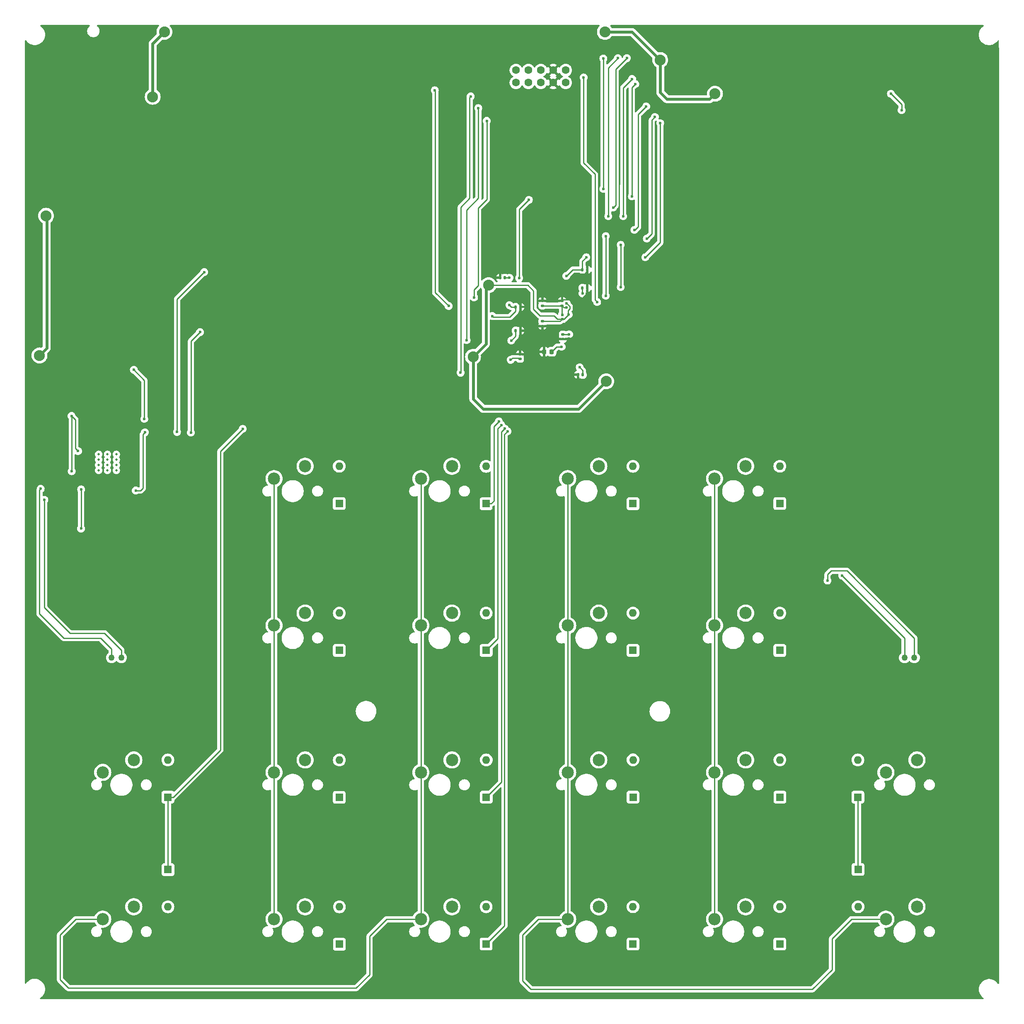
<source format=gbl>
G04 #@! TF.GenerationSoftware,KiCad,Pcbnew,8.0.4*
G04 #@! TF.CreationDate,2024-10-08T15:05:26-04:00*
G04 #@! TF.ProjectId,FULL BOARD,46554c4c-2042-44f4-9152-442e6b696361,rev?*
G04 #@! TF.SameCoordinates,Original*
G04 #@! TF.FileFunction,Copper,L2,Bot*
G04 #@! TF.FilePolarity,Positive*
%FSLAX46Y46*%
G04 Gerber Fmt 4.6, Leading zero omitted, Abs format (unit mm)*
G04 Created by KiCad (PCBNEW 8.0.4) date 2024-10-08 15:05:26*
%MOMM*%
%LPD*%
G01*
G04 APERTURE LIST*
G04 Aperture macros list*
%AMRoundRect*
0 Rectangle with rounded corners*
0 $1 Rounding radius*
0 $2 $3 $4 $5 $6 $7 $8 $9 X,Y pos of 4 corners*
0 Add a 4 corners polygon primitive as box body*
4,1,4,$2,$3,$4,$5,$6,$7,$8,$9,$2,$3,0*
0 Add four circle primitives for the rounded corners*
1,1,$1+$1,$2,$3*
1,1,$1+$1,$4,$5*
1,1,$1+$1,$6,$7*
1,1,$1+$1,$8,$9*
0 Add four rect primitives between the rounded corners*
20,1,$1+$1,$2,$3,$4,$5,0*
20,1,$1+$1,$4,$5,$6,$7,0*
20,1,$1+$1,$6,$7,$8,$9,0*
20,1,$1+$1,$8,$9,$2,$3,0*%
G04 Aperture macros list end*
G04 #@! TA.AperFunction,ComponentPad*
%ADD10C,1.600200*%
G04 #@! TD*
G04 #@! TA.AperFunction,ComponentPad*
%ADD11C,0.499999*%
G04 #@! TD*
G04 #@! TA.AperFunction,ComponentPad*
%ADD12C,2.500000*%
G04 #@! TD*
G04 #@! TA.AperFunction,ComponentPad*
%ADD13C,1.270000*%
G04 #@! TD*
G04 #@! TA.AperFunction,ComponentPad*
%ADD14R,1.600000X1.600000*%
G04 #@! TD*
G04 #@! TA.AperFunction,ComponentPad*
%ADD15O,1.600000X1.600000*%
G04 #@! TD*
G04 #@! TA.AperFunction,SMDPad,CuDef*
%ADD16RoundRect,0.140000X-0.140000X-0.170000X0.140000X-0.170000X0.140000X0.170000X-0.140000X0.170000X0*%
G04 #@! TD*
G04 #@! TA.AperFunction,SMDPad,CuDef*
%ADD17RoundRect,0.140000X0.140000X0.170000X-0.140000X0.170000X-0.140000X-0.170000X0.140000X-0.170000X0*%
G04 #@! TD*
G04 #@! TA.AperFunction,SMDPad,CuDef*
%ADD18RoundRect,0.225000X0.225000X0.250000X-0.225000X0.250000X-0.225000X-0.250000X0.225000X-0.250000X0*%
G04 #@! TD*
G04 #@! TA.AperFunction,SMDPad,CuDef*
%ADD19R,0.600000X0.540000*%
G04 #@! TD*
G04 #@! TA.AperFunction,SMDPad,CuDef*
%ADD20RoundRect,0.140000X0.170000X-0.140000X0.170000X0.140000X-0.170000X0.140000X-0.170000X-0.140000X0*%
G04 #@! TD*
G04 #@! TA.AperFunction,SMDPad,CuDef*
%ADD21RoundRect,0.140000X-0.170000X0.140000X-0.170000X-0.140000X0.170000X-0.140000X0.170000X0.140000X0*%
G04 #@! TD*
G04 #@! TA.AperFunction,ViaPad*
%ADD22C,0.600000*%
G04 #@! TD*
G04 #@! TA.AperFunction,ViaPad*
%ADD23C,2.235200*%
G04 #@! TD*
G04 #@! TA.AperFunction,Conductor*
%ADD24C,0.254000*%
G04 #@! TD*
G04 #@! TA.AperFunction,Conductor*
%ADD25C,0.609600*%
G04 #@! TD*
G04 APERTURE END LIST*
D10*
X179511600Y-53491400D03*
X179511600Y-56031400D03*
X176971600Y-53491400D03*
X176971600Y-56031400D03*
X174431600Y-53491400D03*
X174431600Y-56031400D03*
X171891600Y-53491400D03*
X171891600Y-56031400D03*
X169351600Y-53491400D03*
X169351600Y-56031400D03*
D11*
X87724200Y-135269999D03*
X87724200Y-134169999D03*
X87724200Y-133070001D03*
X87724200Y-131970001D03*
X85919200Y-135269999D03*
X85919200Y-134169999D03*
X85919200Y-133070001D03*
X85919200Y-131970001D03*
X84114200Y-135269999D03*
X84114200Y-134169999D03*
X84114200Y-133070001D03*
X84114200Y-131970001D03*
D12*
X244944000Y-226951400D03*
X251294000Y-224411400D03*
X149944000Y-226951400D03*
X156294000Y-224411400D03*
D13*
X88754033Y-173514000D03*
X86754032Y-173514000D03*
D12*
X119944000Y-226951400D03*
X126294000Y-224411400D03*
X179944000Y-196951400D03*
X186294000Y-194411400D03*
X84944000Y-196951400D03*
X91294000Y-194411400D03*
X209944000Y-196951400D03*
X216294000Y-194411400D03*
X119944000Y-166951400D03*
X126294000Y-164411400D03*
X119944000Y-196951400D03*
X126294000Y-194411400D03*
X149944000Y-136951400D03*
X156294000Y-134411400D03*
X149944000Y-166951400D03*
X156294000Y-164411400D03*
X209944000Y-226951400D03*
X216294000Y-224411400D03*
X209944000Y-136951400D03*
X216294000Y-134411400D03*
D13*
X250753968Y-173514000D03*
X248753967Y-173514000D03*
D12*
X119944000Y-136951400D03*
X126294000Y-134411400D03*
X84944000Y-226951400D03*
X91294000Y-224411400D03*
X149944000Y-196951400D03*
X156294000Y-194411400D03*
X244944000Y-196951400D03*
X251294000Y-194411400D03*
X209944000Y-166951400D03*
X216294000Y-164411400D03*
X179944000Y-166951400D03*
X186294000Y-164411400D03*
X179944000Y-226951400D03*
X186294000Y-224411400D03*
X179944000Y-136951400D03*
X186294000Y-134411400D03*
D14*
X98268000Y-216799400D03*
D15*
X98268000Y-224419400D03*
D14*
X98258000Y-202029400D03*
D15*
X98258000Y-194409400D03*
D14*
X163279000Y-172014000D03*
D15*
X163279000Y-164394000D03*
D16*
X182949000Y-97987800D03*
X183909000Y-97987800D03*
X182949000Y-94254000D03*
X183909000Y-94254000D03*
D14*
X133278000Y-172029400D03*
D15*
X133278000Y-164409400D03*
D14*
X193278000Y-142039400D03*
D15*
X193278000Y-134419400D03*
D14*
X239258000Y-216789400D03*
D15*
X239258000Y-224409400D03*
D17*
X183020000Y-115717000D03*
X182060000Y-115717000D03*
D18*
X176670000Y-111018000D03*
X175120000Y-111018000D03*
D17*
X170264000Y-106700000D03*
X169304000Y-106700000D03*
D19*
X178803600Y-103499400D03*
X178803600Y-104363400D03*
D14*
X223288000Y-202019400D03*
D15*
X223288000Y-194399400D03*
D14*
X223278000Y-172019400D03*
D15*
X223278000Y-164399400D03*
D14*
X133268000Y-142029400D03*
D15*
X133268000Y-134409400D03*
D14*
X133298000Y-232039400D03*
D15*
X133298000Y-224419400D03*
D14*
X163268000Y-232029400D03*
D15*
X163268000Y-224409400D03*
D14*
X133278000Y-202039400D03*
D15*
X133278000Y-194419400D03*
D20*
X178801000Y-101592000D03*
X178801000Y-100632000D03*
D16*
X169304000Y-101848600D03*
X170264000Y-101848600D03*
D14*
X193288000Y-202019400D03*
D15*
X193288000Y-194399400D03*
D20*
X174765000Y-101592000D03*
X174765000Y-100632000D03*
D14*
X223278000Y-142029400D03*
D15*
X223278000Y-134409400D03*
D16*
X166157000Y-95905000D03*
X167117000Y-95905000D03*
D14*
X193278000Y-172019400D03*
D15*
X193278000Y-164399400D03*
D21*
X174765000Y-104795000D03*
X174765000Y-105755000D03*
D14*
X163258000Y-142039400D03*
D15*
X163258000Y-134419400D03*
D14*
X193278000Y-232029400D03*
D15*
X193278000Y-224409400D03*
D21*
X178956000Y-107462000D03*
X178956000Y-108422000D03*
D14*
X163298000Y-202029400D03*
D15*
X163298000Y-194409400D03*
D20*
X170193000Y-112486000D03*
X170193000Y-111526000D03*
D14*
X239228000Y-202029400D03*
D15*
X239228000Y-194409400D03*
D14*
X223258000Y-232019400D03*
D15*
X223258000Y-224399400D03*
D22*
X168034000Y-101493000D03*
X155619000Y-101674000D03*
X182385000Y-114193000D03*
X180226000Y-107462000D03*
X245971600Y-58291400D03*
X179654000Y-95524000D03*
X180149800Y-103398000D03*
X179729000Y-101105800D03*
X195796200Y-91714000D03*
D23*
X163766800Y-97404000D03*
D22*
X198844200Y-64324000D03*
X182954800Y-99099200D03*
X248161600Y-61641400D03*
X183731200Y-91714000D03*
X152781600Y-57591400D03*
D23*
X187795200Y-117063200D03*
D22*
X178702000Y-110002000D03*
X164539800Y-103722000D03*
X168288000Y-112669000D03*
D23*
X160601440Y-112041192D03*
D22*
X168796000Y-100477000D03*
X181430800Y-98870600D03*
X183871600Y-99201400D03*
X180226000Y-115717000D03*
X77401600Y-139721400D03*
D23*
X195331600Y-51631400D03*
D22*
X76591600Y-132018000D03*
X180226000Y-108351000D03*
X76591600Y-118611400D03*
D23*
X185831600Y-48661400D03*
D22*
X84199600Y-128893400D03*
X168288000Y-111526000D03*
X168034000Y-95905000D03*
X79901600Y-131301400D03*
X93561200Y-127477200D03*
D23*
X72019000Y-111764000D03*
X97541600Y-45661400D03*
D22*
X91681600Y-139364400D03*
X78600600Y-135427400D03*
D23*
X210031600Y-58311400D03*
X198831600Y-51401400D03*
X73366100Y-83221400D03*
X95151600Y-58921400D03*
D22*
X91300600Y-114701000D03*
X78575200Y-124124400D03*
D23*
X187541600Y-45671400D03*
D22*
X93434200Y-124734000D03*
X168415000Y-108732000D03*
X185952000Y-100858000D03*
X183201600Y-54971400D03*
X179713900Y-102005100D03*
X160806000Y-99912000D03*
X163396800Y-63844000D03*
X193561000Y-86126000D03*
X187719000Y-99588000D03*
X187719000Y-87396000D03*
X195971600Y-60891400D03*
X170027000Y-95930400D03*
X187222000Y-51093200D03*
X171996400Y-79979200D03*
X187211000Y-77744000D03*
X196101000Y-87904000D03*
X190767000Y-89174000D03*
X190767000Y-97810000D03*
X197751600Y-63041400D03*
X189243000Y-81554000D03*
X192011600Y-51031400D03*
X80505600Y-147136800D03*
X80531000Y-139135800D03*
X193751600Y-56321400D03*
X193053000Y-79268000D03*
X190191600Y-51031400D03*
X188227000Y-83332000D03*
X73019000Y-141264000D03*
X233019000Y-157764000D03*
X161671600Y-61231400D03*
X159296400Y-108630400D03*
X160111600Y-58851400D03*
X158051800Y-115285200D03*
X72269000Y-139014000D03*
X236019000Y-156764000D03*
X167087313Y-126708313D03*
X193101600Y-55281400D03*
X191275000Y-83332000D03*
X167653000Y-127274000D03*
X166383000Y-126004000D03*
X104813400Y-107004800D03*
X102959200Y-127528000D03*
X113551000Y-126766000D03*
X165875000Y-125242000D03*
X100114400Y-127401000D03*
X105677000Y-94736600D03*
D24*
X164539800Y-103722000D02*
X164731800Y-103914000D01*
X180226000Y-107462000D02*
X178956000Y-107462000D01*
X172936200Y-98546600D02*
X172936200Y-102280400D01*
D25*
X182156400Y-122702000D02*
X187795200Y-117063200D01*
D24*
X179729000Y-101105800D02*
X180340900Y-101717700D01*
X164731800Y-103914000D02*
X168109000Y-103914000D01*
X180340900Y-101717700D02*
X180340900Y-102264812D01*
X180340900Y-102264812D02*
X180048200Y-102557512D01*
X152869000Y-57678800D02*
X152869000Y-98924000D01*
X182954800Y-99099200D02*
X182949000Y-99093400D01*
X182949000Y-94254000D02*
X180924000Y-94254000D01*
X177686000Y-110002000D02*
X176670000Y-111018000D01*
X174307800Y-103652000D02*
X177127200Y-103652000D01*
X178372000Y-104795000D02*
X178803600Y-104363400D01*
X182949000Y-94254000D02*
X182949000Y-92496200D01*
X152869000Y-98924000D02*
X155619000Y-101674000D01*
X169995000Y-112288000D02*
X170193000Y-112486000D01*
X178803600Y-104363400D02*
X179184400Y-104363400D01*
X248161600Y-60481400D02*
X245971600Y-58291400D01*
X174765000Y-104795000D02*
X178372000Y-104795000D01*
X168669000Y-112288000D02*
X169995000Y-112288000D01*
D25*
X160601440Y-112041192D02*
X163244400Y-109398232D01*
D24*
X178702000Y-110002000D02*
X177686000Y-110002000D01*
X179184400Y-104363400D02*
X180149800Y-103398000D01*
X182385000Y-114193000D02*
X183020000Y-114828000D01*
X180048200Y-102557512D02*
X180048200Y-103296400D01*
X177838600Y-104363400D02*
X178803600Y-104363400D01*
X168389600Y-101848600D02*
X168034000Y-101493000D01*
X198844200Y-88666000D02*
X195796200Y-91714000D01*
D25*
X160601440Y-112041192D02*
X160617200Y-112056952D01*
X160617200Y-112056952D02*
X160617200Y-120644600D01*
D24*
X248161600Y-61641400D02*
X248161600Y-60481400D01*
X168109000Y-103914000D02*
X169304000Y-102719000D01*
D25*
X162674600Y-122702000D02*
X182156400Y-122702000D01*
D24*
X172936200Y-102280400D02*
X174307800Y-103652000D01*
X180048200Y-103296400D02*
X180149800Y-103398000D01*
X168288000Y-112669000D02*
X168669000Y-112288000D01*
X183020000Y-114828000D02*
X183020000Y-115717000D01*
X152781600Y-57591400D02*
X152869000Y-57678800D01*
X198844200Y-64324000D02*
X198844200Y-88666000D01*
X169304000Y-101848600D02*
X168389600Y-101848600D01*
X182949000Y-92496200D02*
X183731200Y-91714000D01*
X182949000Y-99093400D02*
X182949000Y-97987800D01*
D25*
X163244400Y-109398232D02*
X163244400Y-97926400D01*
X160617200Y-120644600D02*
X162674600Y-122702000D01*
X163244400Y-97926400D02*
X163766800Y-97404000D01*
D24*
X169304000Y-102719000D02*
X169304000Y-101848600D01*
X180924000Y-94254000D02*
X179654000Y-95524000D01*
X163766800Y-97404000D02*
X171793600Y-97404000D01*
X177127200Y-103652000D02*
X177838600Y-104363400D01*
X171793600Y-97404000D02*
X172936200Y-98546600D01*
X182678400Y-100394600D02*
X183871600Y-99201400D01*
X179038400Y-100394600D02*
X182678400Y-100394600D01*
X76591600Y-118611400D02*
X76591600Y-138911400D01*
X81278600Y-117971400D02*
X84326600Y-121019400D01*
X179027000Y-108351000D02*
X178956000Y-108422000D01*
X77231600Y-117971400D02*
X81278600Y-117971400D01*
X183909000Y-94563999D02*
X183909000Y-94254000D01*
X76591600Y-118611400D02*
X77231600Y-117971400D01*
X76591600Y-138911400D02*
X77401600Y-139721400D01*
D25*
X192361600Y-48661400D02*
X185831600Y-48661400D01*
D24*
X183909000Y-99164000D02*
X183909000Y-97987800D01*
X168796000Y-100477000D02*
X169202399Y-100477000D01*
X181430800Y-97042199D02*
X183909000Y-94563999D01*
X181430800Y-98870600D02*
X181430800Y-97042199D01*
X183871600Y-99201400D02*
X183909000Y-99164000D01*
X182060000Y-115717000D02*
X180226000Y-115717000D01*
X178801000Y-100632000D02*
X179038400Y-100394600D01*
X84326600Y-121019400D02*
X84326600Y-128766400D01*
X168288000Y-111526000D02*
X170193000Y-111526000D01*
X180226000Y-108351000D02*
X179027000Y-108351000D01*
X169202399Y-100477000D02*
X170264000Y-101538601D01*
D25*
X195331600Y-51631400D02*
X192361600Y-48661400D01*
D24*
X170264000Y-101538601D02*
X170264000Y-101848600D01*
X84326600Y-128766400D02*
X84199600Y-128893400D01*
X167117000Y-95905000D02*
X168034000Y-95905000D01*
D25*
X73519000Y-83374300D02*
X73366100Y-83221400D01*
X198831600Y-58041400D02*
X200201600Y-59411400D01*
D24*
X93129400Y-127909000D02*
X93129400Y-138907200D01*
D25*
X208931600Y-59411400D02*
X210031600Y-58311400D01*
D24*
X93434200Y-116834600D02*
X91300600Y-114701000D01*
X93129400Y-138907200D02*
X92672200Y-139364400D01*
D25*
X198831600Y-51401400D02*
X198831600Y-58041400D01*
D24*
X79901600Y-131301400D02*
X79361600Y-130761400D01*
D25*
X72019000Y-111764000D02*
X73519000Y-110264000D01*
X97541600Y-45661400D02*
X95151600Y-48051400D01*
D24*
X78600600Y-124149800D02*
X78575200Y-124124400D01*
D25*
X187541600Y-45671400D02*
X193101600Y-45671400D01*
D24*
X93434200Y-124734000D02*
X93434200Y-116834600D01*
X78600600Y-135427400D02*
X78600600Y-124149800D01*
X93561200Y-127477200D02*
X93129400Y-127909000D01*
X79361600Y-130761400D02*
X79361600Y-124910800D01*
X79361600Y-124910800D02*
X78575200Y-124124400D01*
D25*
X95151600Y-48051400D02*
X95151600Y-58921400D01*
X73519000Y-110264000D02*
X73519000Y-83374300D01*
D24*
X92672200Y-139364400D02*
X91681600Y-139364400D01*
D25*
X200201600Y-59411400D02*
X208931600Y-59411400D01*
X193101600Y-45671400D02*
X198831600Y-51401400D01*
D24*
X169304000Y-106700000D02*
X169304000Y-107843000D01*
X169304000Y-107843000D02*
X168415000Y-108732000D01*
X185494800Y-74744600D02*
X185494800Y-100400800D01*
X183201600Y-72451400D02*
X185494800Y-74744600D01*
X185494800Y-100400800D02*
X185952000Y-100858000D01*
X183201600Y-54971400D02*
X183201600Y-72451400D01*
X178801000Y-103496800D02*
X178803600Y-103499400D01*
X179214100Y-102005100D02*
X178801000Y-101592000D01*
X178801000Y-101592000D02*
X178801000Y-103496800D01*
X178801000Y-101592000D02*
X174765000Y-101592000D01*
X179713900Y-102005100D02*
X179214100Y-102005100D01*
X160806000Y-99912000D02*
X160806000Y-98321827D01*
X160806000Y-98321827D02*
X161644200Y-97483627D01*
X161644200Y-81649400D02*
X163396800Y-79896800D01*
X163396800Y-79896800D02*
X163396800Y-63844000D01*
X161644200Y-97483627D02*
X161644200Y-81649400D01*
X187719000Y-87396000D02*
X187719000Y-99588000D01*
X193688000Y-86126000D02*
X193561000Y-86126000D01*
X194323000Y-62540000D02*
X194323000Y-85491000D01*
X194323000Y-85491000D02*
X193688000Y-86126000D01*
X195971600Y-60891400D02*
X194323000Y-62540000D01*
X170040600Y-95916800D02*
X170040600Y-81935000D01*
X170040600Y-81935000D02*
X171996400Y-79979200D01*
X170027000Y-95930400D02*
X170040600Y-95916800D01*
X187222000Y-51093200D02*
X187222000Y-77733000D01*
X187222000Y-77733000D02*
X187211000Y-77744000D01*
X197751600Y-63041400D02*
X197117000Y-63676000D01*
X197117000Y-63676000D02*
X197117000Y-86888000D01*
X197117000Y-86888000D02*
X196101000Y-87904000D01*
X190767000Y-97810000D02*
X190767000Y-89174000D01*
X192011600Y-51031400D02*
X189751000Y-53292000D01*
X189751000Y-81046000D02*
X189243000Y-81554000D01*
X189751000Y-53292000D02*
X189751000Y-81046000D01*
X80505600Y-139161200D02*
X80531000Y-139135800D01*
X80505600Y-147136800D02*
X80505600Y-139161200D01*
X193751600Y-56321400D02*
X193053000Y-57020000D01*
X193053000Y-57020000D02*
X193053000Y-79268000D01*
X188227000Y-52996000D02*
X190191600Y-51031400D01*
X188227000Y-83332000D02*
X188227000Y-52996000D01*
X73019000Y-141264000D02*
X73019000Y-163297600D01*
X88754033Y-171979032D02*
X88754033Y-173514000D01*
X78235400Y-168514000D02*
X85289001Y-168514000D01*
X85289001Y-168514000D02*
X88754033Y-171979032D01*
X73019000Y-163297600D02*
X78235400Y-168514000D01*
X250753968Y-169498968D02*
X250753968Y-173514000D01*
X233769000Y-155764000D02*
X237019000Y-155764000D01*
X233019000Y-157764000D02*
X233019000Y-156514000D01*
X237019000Y-155764000D02*
X250753968Y-169498968D01*
X233019000Y-156514000D02*
X233769000Y-155764000D01*
X159296400Y-82036600D02*
X159296400Y-108630400D01*
X161671600Y-61231400D02*
X161671600Y-79661400D01*
X161671600Y-79661400D02*
X159296400Y-82036600D01*
X158077200Y-81477800D02*
X158077200Y-115259800D01*
X159911600Y-59051400D02*
X159911600Y-79643400D01*
X159911600Y-79643400D02*
X158077200Y-81477800D01*
X160111600Y-58851400D02*
X159911600Y-59051400D01*
X158077200Y-115259800D02*
X158051800Y-115285200D01*
X72269000Y-139014000D02*
X72019000Y-139264000D01*
X86754032Y-171749032D02*
X86754032Y-173514000D01*
X72019000Y-139264000D02*
X72019000Y-164532800D01*
X84519000Y-169514000D02*
X86754032Y-171749032D01*
X77000200Y-169514000D02*
X84519000Y-169514000D01*
X72019000Y-164532800D02*
X77000200Y-169514000D01*
X248753967Y-169498967D02*
X248753967Y-173514000D01*
X236019000Y-156764000D02*
X248753967Y-169498967D01*
X166383000Y-198944400D02*
X163298000Y-202029400D01*
X166383000Y-127412626D02*
X166383000Y-198944400D01*
X167087313Y-126708313D02*
X166383000Y-127412626D01*
X191291600Y-76965400D02*
X191275000Y-76982000D01*
X193101600Y-55281400D02*
X191291600Y-57091400D01*
X191291600Y-57091400D02*
X191291600Y-76965400D01*
X191275000Y-76982000D02*
X191275000Y-83332000D01*
X167010000Y-127917000D02*
X167010000Y-228287400D01*
X167653000Y-127274000D02*
X167010000Y-127917000D01*
X167010000Y-228287400D02*
X163268000Y-232029400D01*
X165659003Y-169633997D02*
X163279000Y-172014000D01*
X166383000Y-126004000D02*
X165659003Y-126727997D01*
X165659003Y-126727997D02*
X165659003Y-169633997D01*
X102959200Y-108859000D02*
X104813400Y-107004800D01*
X102959200Y-127528000D02*
X102959200Y-108859000D01*
X108979000Y-192362400D02*
X108979000Y-131338000D01*
X98258000Y-202029400D02*
X98258000Y-216789400D01*
X239228000Y-202029400D02*
X239228000Y-216759400D01*
X239228000Y-216759400D02*
X239258000Y-216789400D01*
X108979000Y-131338000D02*
X113551000Y-126766000D01*
X98258000Y-202029400D02*
X99312000Y-202029400D01*
X98258000Y-216789400D02*
X98268000Y-216799400D01*
X99312000Y-202029400D02*
X108979000Y-192362400D01*
X165875000Y-125242000D02*
X164859000Y-126258000D01*
X164859000Y-141492400D02*
X164312000Y-142039400D01*
X164312000Y-142039400D02*
X163258000Y-142039400D01*
X164859000Y-126258000D02*
X164859000Y-141492400D01*
X119944000Y-196951400D02*
X119944000Y-226951400D01*
X119944000Y-166951400D02*
X119944000Y-196951400D01*
X119944000Y-136951400D02*
X119944000Y-166951400D01*
X77939000Y-241014000D02*
X136717000Y-241014000D01*
X139459000Y-238272000D02*
X139459000Y-230398000D01*
X76213000Y-239288000D02*
X77939000Y-241014000D01*
X149944000Y-166951400D02*
X149944000Y-196951400D01*
X84944000Y-226951400D02*
X79405600Y-226951400D01*
X149944000Y-196951400D02*
X149944000Y-226951400D01*
X76213000Y-230144000D02*
X76213000Y-239288000D01*
X149944000Y-136951400D02*
X149944000Y-166951400D01*
X142905600Y-226951400D02*
X149944000Y-226951400D01*
X139459000Y-230398000D02*
X142905600Y-226951400D01*
X136717000Y-241014000D02*
X139459000Y-238272000D01*
X79405600Y-226951400D02*
X76213000Y-230144000D01*
X179944000Y-136951400D02*
X179944000Y-166951400D01*
X170701000Y-230144000D02*
X170701000Y-239542000D01*
X170701000Y-239542000D02*
X172423000Y-241264000D01*
X172423000Y-241264000D02*
X229939000Y-241264000D01*
X179944000Y-226951400D02*
X173893600Y-226951400D01*
X233947000Y-230906000D02*
X237901600Y-226951400D01*
X229939000Y-241264000D02*
X233947000Y-237256000D01*
X233947000Y-237256000D02*
X233947000Y-230906000D01*
X179944000Y-196951400D02*
X179944000Y-166951400D01*
X179944000Y-196951400D02*
X179944000Y-226951400D01*
X173893600Y-226951400D02*
X170701000Y-230144000D01*
X237901600Y-226951400D02*
X244944000Y-226951400D01*
X209944000Y-166951400D02*
X209944000Y-196951400D01*
X209944000Y-166951400D02*
X209944000Y-136951400D01*
X209944000Y-196951400D02*
X209944000Y-226951400D01*
X105677000Y-94736600D02*
X105626200Y-94736600D01*
X100114400Y-100248400D02*
X100114400Y-127401000D01*
X105626200Y-94736600D02*
X100114400Y-100248400D01*
G04 #@! TA.AperFunction,Conductor*
G36*
X176462716Y-53702187D02*
G01*
X176534611Y-53826713D01*
X176636287Y-53928389D01*
X176760813Y-54000284D01*
X176804549Y-54012003D01*
X176246055Y-54570496D01*
X176319069Y-54621621D01*
X176377822Y-54649018D01*
X176430261Y-54695190D01*
X176449413Y-54762384D01*
X176429197Y-54829265D01*
X176377822Y-54873782D01*
X176319063Y-54901181D01*
X176246056Y-54952301D01*
X176246055Y-54952302D01*
X176804550Y-55510796D01*
X176760813Y-55522516D01*
X176636287Y-55594411D01*
X176534611Y-55696087D01*
X176462716Y-55820613D01*
X176450996Y-55864349D01*
X175892502Y-55305855D01*
X175892501Y-55305856D01*
X175841381Y-55378863D01*
X175814258Y-55437030D01*
X175768085Y-55489469D01*
X175700892Y-55508621D01*
X175634010Y-55488405D01*
X175589494Y-55437030D01*
X175589217Y-55436437D01*
X175562255Y-55378616D01*
X175521857Y-55320922D01*
X175431726Y-55192201D01*
X175431721Y-55192195D01*
X175270804Y-55031278D01*
X175270798Y-55031273D01*
X175084385Y-54900745D01*
X175084383Y-54900744D01*
X175026562Y-54873782D01*
X174974123Y-54827610D01*
X174954971Y-54760416D01*
X174975187Y-54693535D01*
X175026562Y-54649018D01*
X175026564Y-54649017D01*
X175084384Y-54622055D01*
X175270803Y-54491523D01*
X175431723Y-54330603D01*
X175562255Y-54144184D01*
X175589495Y-54085767D01*
X175635665Y-54033330D01*
X175702859Y-54014178D01*
X175769740Y-54034393D01*
X175814258Y-54085769D01*
X175841380Y-54143933D01*
X175841382Y-54143937D01*
X175892501Y-54216943D01*
X175892502Y-54216943D01*
X176450996Y-53658449D01*
X176462716Y-53702187D01*
G37*
G04 #@! TD.AperFunction*
G04 #@! TA.AperFunction,Conductor*
G36*
X178050696Y-54216943D02*
G01*
X178050697Y-54216943D01*
X178101818Y-54143936D01*
X178101819Y-54143933D01*
X178128940Y-54085772D01*
X178175112Y-54033332D01*
X178242305Y-54014179D01*
X178309187Y-54034394D01*
X178353705Y-54085769D01*
X178380946Y-54144186D01*
X178511473Y-54330598D01*
X178511478Y-54330604D01*
X178672395Y-54491521D01*
X178672401Y-54491526D01*
X178858814Y-54622054D01*
X178858816Y-54622055D01*
X178916637Y-54649018D01*
X178969076Y-54695191D01*
X178988228Y-54762384D01*
X178968012Y-54829266D01*
X178916637Y-54873782D01*
X178858816Y-54900744D01*
X178858814Y-54900745D01*
X178672401Y-55031273D01*
X178672395Y-55031278D01*
X178511478Y-55192195D01*
X178511473Y-55192201D01*
X178380945Y-55378614D01*
X178380943Y-55378617D01*
X178353704Y-55437031D01*
X178307531Y-55489469D01*
X178240337Y-55508620D01*
X178173456Y-55488403D01*
X178128940Y-55437028D01*
X178101819Y-55378867D01*
X178050696Y-55305855D01*
X177492202Y-55864348D01*
X177480484Y-55820613D01*
X177408589Y-55696087D01*
X177306913Y-55594411D01*
X177182387Y-55522516D01*
X177138649Y-55510796D01*
X177697143Y-54952302D01*
X177697143Y-54952301D01*
X177624137Y-54901182D01*
X177624133Y-54901180D01*
X177565377Y-54873782D01*
X177512938Y-54827610D01*
X177493786Y-54760416D01*
X177514002Y-54693535D01*
X177565378Y-54649017D01*
X177624137Y-54621617D01*
X177697143Y-54570497D01*
X177697143Y-54570496D01*
X177138650Y-54012003D01*
X177182387Y-54000284D01*
X177306913Y-53928389D01*
X177408589Y-53826713D01*
X177480484Y-53702187D01*
X177492203Y-53658450D01*
X178050696Y-54216943D01*
G37*
G04 #@! TD.AperFunction*
G04 #@! TA.AperFunction,Conductor*
G36*
X82248506Y-44289479D02*
G01*
X82294261Y-44342283D01*
X82304205Y-44411441D01*
X82275180Y-44474997D01*
X82254353Y-44494112D01*
X82202197Y-44532005D01*
X82062206Y-44671996D01*
X82062206Y-44671997D01*
X82062204Y-44671999D01*
X82036510Y-44707364D01*
X81945833Y-44832168D01*
X81855951Y-45008572D01*
X81855949Y-45008575D01*
X81794772Y-45196863D01*
X81781576Y-45280179D01*
X81763800Y-45392409D01*
X81763800Y-45590391D01*
X81784448Y-45720753D01*
X81794772Y-45785936D01*
X81855949Y-45974224D01*
X81855951Y-45974227D01*
X81945833Y-46150631D01*
X82062204Y-46310801D01*
X82202199Y-46450796D01*
X82362369Y-46567167D01*
X82538773Y-46657049D01*
X82538775Y-46657050D01*
X82632919Y-46687638D01*
X82727065Y-46718228D01*
X82922609Y-46749200D01*
X82922610Y-46749200D01*
X83120590Y-46749200D01*
X83120591Y-46749200D01*
X83316135Y-46718228D01*
X83504427Y-46657049D01*
X83680831Y-46567167D01*
X83841001Y-46450796D01*
X83980996Y-46310801D01*
X84097367Y-46150631D01*
X84187249Y-45974227D01*
X84248428Y-45785935D01*
X84279400Y-45590391D01*
X84279400Y-45392409D01*
X84248428Y-45196865D01*
X84187249Y-45008573D01*
X84097367Y-44832169D01*
X83980996Y-44671999D01*
X83841001Y-44532004D01*
X83788846Y-44494111D01*
X83746182Y-44438781D01*
X83740203Y-44369168D01*
X83772809Y-44307373D01*
X83833648Y-44273016D01*
X83861733Y-44269794D01*
X96343346Y-44269794D01*
X96410385Y-44289479D01*
X96456140Y-44342283D01*
X96466084Y-44411441D01*
X96437059Y-44474997D01*
X96423882Y-44488079D01*
X96410103Y-44499848D01*
X96393892Y-44513693D01*
X96228482Y-44707363D01*
X96095402Y-44924531D01*
X95997935Y-45159838D01*
X95938479Y-45407493D01*
X95918497Y-45661400D01*
X95938479Y-45915306D01*
X95962991Y-46017406D01*
X95959500Y-46087189D01*
X95930098Y-46134034D01*
X95255027Y-46809106D01*
X94638254Y-47425879D01*
X94638251Y-47425882D01*
X94606814Y-47457319D01*
X94526080Y-47538052D01*
X94437955Y-47669940D01*
X94437948Y-47669953D01*
X94377248Y-47816498D01*
X94377245Y-47816508D01*
X94346299Y-47972082D01*
X94346299Y-48136828D01*
X94346300Y-48136849D01*
X94346300Y-57447692D01*
X94326615Y-57514731D01*
X94287090Y-57553419D01*
X94197569Y-57608278D01*
X94197566Y-57608279D01*
X94003893Y-57773693D01*
X93838482Y-57967363D01*
X93705402Y-58184531D01*
X93607935Y-58419838D01*
X93548479Y-58667493D01*
X93528497Y-58921400D01*
X93548479Y-59175306D01*
X93607935Y-59422961D01*
X93705402Y-59658268D01*
X93705404Y-59658272D01*
X93705405Y-59658273D01*
X93838482Y-59875436D01*
X94003893Y-60069107D01*
X94197564Y-60234518D01*
X94414727Y-60367595D01*
X94414729Y-60367595D01*
X94414731Y-60367597D01*
X94466736Y-60389138D01*
X94650034Y-60465063D01*
X94897691Y-60524520D01*
X95151600Y-60544503D01*
X95405509Y-60524520D01*
X95653166Y-60465063D01*
X95888473Y-60367595D01*
X96105636Y-60234518D01*
X96299307Y-60069107D01*
X96464718Y-59875436D01*
X96597795Y-59658273D01*
X96695263Y-59422966D01*
X96754720Y-59175309D01*
X96774703Y-58921400D01*
X96754720Y-58667491D01*
X96695263Y-58419834D01*
X96618594Y-58234740D01*
X96597797Y-58184531D01*
X96597090Y-58183378D01*
X96464718Y-57967364D01*
X96299307Y-57773693D01*
X96171261Y-57664331D01*
X96105633Y-57608279D01*
X96105630Y-57608278D01*
X96078082Y-57591396D01*
X151976035Y-57591396D01*
X151976035Y-57591403D01*
X151996230Y-57770649D01*
X151996231Y-57770654D01*
X152055811Y-57940923D01*
X152151784Y-58093662D01*
X152205181Y-58147059D01*
X152238666Y-58208382D01*
X152241500Y-58234740D01*
X152241500Y-98985807D01*
X152265612Y-99107028D01*
X152265614Y-99107034D01*
X152287969Y-99161003D01*
X152287969Y-99161004D01*
X152312916Y-99221232D01*
X152353643Y-99282184D01*
X152353643Y-99282185D01*
X152381585Y-99324003D01*
X152381591Y-99324011D01*
X154793146Y-101735565D01*
X154826631Y-101796888D01*
X154828685Y-101809361D01*
X154833630Y-101853249D01*
X154893210Y-102023521D01*
X154958660Y-102127684D01*
X154989184Y-102176262D01*
X155116738Y-102303816D01*
X155269478Y-102399789D01*
X155439745Y-102459368D01*
X155439750Y-102459369D01*
X155618996Y-102479565D01*
X155619000Y-102479565D01*
X155619004Y-102479565D01*
X155798249Y-102459369D01*
X155798252Y-102459368D01*
X155798255Y-102459368D01*
X155968522Y-102399789D01*
X156121262Y-102303816D01*
X156248816Y-102176262D01*
X156344789Y-102023522D01*
X156404368Y-101853255D01*
X156404369Y-101853249D01*
X156424565Y-101674003D01*
X156424565Y-101673996D01*
X156404369Y-101494750D01*
X156404368Y-101494745D01*
X156378377Y-101420467D01*
X156344789Y-101324478D01*
X156248816Y-101171738D01*
X156121262Y-101044184D01*
X156040378Y-100993361D01*
X155968521Y-100948210D01*
X155798249Y-100888630D01*
X155754361Y-100883685D01*
X155689947Y-100856617D01*
X155680565Y-100848146D01*
X153532819Y-98700400D01*
X153499334Y-98639077D01*
X153496500Y-98612719D01*
X153496500Y-57991834D01*
X153506508Y-57947991D01*
X153505089Y-57947495D01*
X153566966Y-57770662D01*
X153566969Y-57770649D01*
X153587165Y-57591403D01*
X153587165Y-57591396D01*
X153566969Y-57412150D01*
X153566968Y-57412145D01*
X153520700Y-57279919D01*
X153507389Y-57241878D01*
X153411416Y-57089138D01*
X153283862Y-56961584D01*
X153278472Y-56958197D01*
X153131123Y-56865611D01*
X152960854Y-56806031D01*
X152960849Y-56806030D01*
X152781604Y-56785835D01*
X152781596Y-56785835D01*
X152602350Y-56806030D01*
X152602345Y-56806031D01*
X152432076Y-56865611D01*
X152279337Y-56961584D01*
X152151784Y-57089137D01*
X152055811Y-57241876D01*
X151996231Y-57412145D01*
X151996230Y-57412150D01*
X151976035Y-57591396D01*
X96078082Y-57591396D01*
X96016110Y-57553419D01*
X95969234Y-57501607D01*
X95956900Y-57447692D01*
X95956900Y-53491399D01*
X168046032Y-53491399D01*
X168046032Y-53491400D01*
X168065866Y-53718105D01*
X168065868Y-53718115D01*
X168124764Y-53937923D01*
X168124766Y-53937927D01*
X168124767Y-53937931D01*
X168153843Y-54000284D01*
X168220944Y-54144183D01*
X168220945Y-54144185D01*
X168351473Y-54330598D01*
X168351478Y-54330604D01*
X168512395Y-54491521D01*
X168512401Y-54491526D01*
X168698814Y-54622054D01*
X168698816Y-54622055D01*
X168756637Y-54649018D01*
X168809076Y-54695191D01*
X168828228Y-54762384D01*
X168808012Y-54829266D01*
X168756637Y-54873782D01*
X168698816Y-54900744D01*
X168698814Y-54900745D01*
X168512401Y-55031273D01*
X168512395Y-55031278D01*
X168351478Y-55192195D01*
X168351473Y-55192201D01*
X168220945Y-55378614D01*
X168220944Y-55378616D01*
X168124768Y-55584867D01*
X168124764Y-55584876D01*
X168065868Y-55804684D01*
X168065866Y-55804694D01*
X168046032Y-56031399D01*
X168046032Y-56031400D01*
X168065866Y-56258105D01*
X168065868Y-56258115D01*
X168124764Y-56477923D01*
X168124766Y-56477927D01*
X168124767Y-56477931D01*
X168153843Y-56540284D01*
X168220944Y-56684183D01*
X168220945Y-56684185D01*
X168351473Y-56870598D01*
X168351478Y-56870604D01*
X168512395Y-57031521D01*
X168512401Y-57031526D01*
X168698814Y-57162054D01*
X168698816Y-57162055D01*
X168905069Y-57258233D01*
X169124890Y-57317133D01*
X169286599Y-57331281D01*
X169351599Y-57336968D01*
X169351600Y-57336968D01*
X169351601Y-57336968D01*
X169416601Y-57331281D01*
X169578310Y-57317133D01*
X169798131Y-57258233D01*
X170004384Y-57162055D01*
X170190803Y-57031523D01*
X170351723Y-56870603D01*
X170482255Y-56684184D01*
X170509218Y-56626361D01*
X170555390Y-56573923D01*
X170622584Y-56554771D01*
X170689465Y-56574987D01*
X170733982Y-56626362D01*
X170760944Y-56684183D01*
X170760945Y-56684185D01*
X170891473Y-56870598D01*
X170891478Y-56870604D01*
X171052395Y-57031521D01*
X171052401Y-57031526D01*
X171238814Y-57162054D01*
X171238816Y-57162055D01*
X171445069Y-57258233D01*
X171664890Y-57317133D01*
X171826599Y-57331281D01*
X171891599Y-57336968D01*
X171891600Y-57336968D01*
X171891601Y-57336968D01*
X171956601Y-57331281D01*
X172118310Y-57317133D01*
X172338131Y-57258233D01*
X172544384Y-57162055D01*
X172730803Y-57031523D01*
X172891723Y-56870603D01*
X173022255Y-56684184D01*
X173049218Y-56626361D01*
X173095390Y-56573923D01*
X173162584Y-56554771D01*
X173229465Y-56574987D01*
X173273982Y-56626362D01*
X173300944Y-56684183D01*
X173300945Y-56684185D01*
X173431473Y-56870598D01*
X173431478Y-56870604D01*
X173592395Y-57031521D01*
X173592401Y-57031526D01*
X173778814Y-57162054D01*
X173778816Y-57162055D01*
X173985069Y-57258233D01*
X174204890Y-57317133D01*
X174366599Y-57331281D01*
X174431599Y-57336968D01*
X174431600Y-57336968D01*
X174431601Y-57336968D01*
X174496601Y-57331281D01*
X174658310Y-57317133D01*
X174878131Y-57258233D01*
X175084384Y-57162055D01*
X175270803Y-57031523D01*
X175431723Y-56870603D01*
X175562255Y-56684184D01*
X175589495Y-56625767D01*
X175635665Y-56573330D01*
X175702859Y-56554178D01*
X175769740Y-56574393D01*
X175814258Y-56625769D01*
X175841380Y-56683933D01*
X175841382Y-56683937D01*
X175892501Y-56756943D01*
X175892502Y-56756943D01*
X176450996Y-56198449D01*
X176462716Y-56242187D01*
X176534611Y-56366713D01*
X176636287Y-56468389D01*
X176760813Y-56540284D01*
X176804549Y-56552003D01*
X176246055Y-57110496D01*
X176319069Y-57161621D01*
X176525239Y-57257759D01*
X176525248Y-57257763D01*
X176744972Y-57316637D01*
X176744982Y-57316639D01*
X176971599Y-57336466D01*
X176971601Y-57336466D01*
X177198217Y-57316639D01*
X177198227Y-57316637D01*
X177417951Y-57257763D01*
X177417960Y-57257759D01*
X177624132Y-57161620D01*
X177624136Y-57161618D01*
X177697143Y-57110497D01*
X177697143Y-57110496D01*
X177138650Y-56552003D01*
X177182387Y-56540284D01*
X177306913Y-56468389D01*
X177408589Y-56366713D01*
X177480484Y-56242187D01*
X177492203Y-56198450D01*
X178050696Y-56756943D01*
X178050697Y-56756943D01*
X178101818Y-56683936D01*
X178101819Y-56683933D01*
X178128940Y-56625772D01*
X178175112Y-56573332D01*
X178242305Y-56554179D01*
X178309187Y-56574394D01*
X178353705Y-56625769D01*
X178380946Y-56684186D01*
X178511473Y-56870598D01*
X178511478Y-56870604D01*
X178672395Y-57031521D01*
X178672401Y-57031526D01*
X178858814Y-57162054D01*
X178858816Y-57162055D01*
X179065069Y-57258233D01*
X179284890Y-57317133D01*
X179446599Y-57331281D01*
X179511599Y-57336968D01*
X179511600Y-57336968D01*
X179511601Y-57336968D01*
X179576601Y-57331281D01*
X179738310Y-57317133D01*
X179958131Y-57258233D01*
X180164384Y-57162055D01*
X180350803Y-57031523D01*
X180511723Y-56870603D01*
X180642255Y-56684184D01*
X180738433Y-56477931D01*
X180797333Y-56258110D01*
X180817168Y-56031400D01*
X180797333Y-55804690D01*
X180738433Y-55584869D01*
X180642255Y-55378616D01*
X180601857Y-55320922D01*
X180511726Y-55192201D01*
X180511721Y-55192195D01*
X180350804Y-55031278D01*
X180350798Y-55031273D01*
X180265285Y-54971396D01*
X182396035Y-54971396D01*
X182396035Y-54971403D01*
X182416230Y-55150649D01*
X182416231Y-55150654D01*
X182475811Y-55320924D01*
X182555093Y-55447098D01*
X182574100Y-55513071D01*
X182574100Y-72513207D01*
X182598212Y-72634427D01*
X182598214Y-72634435D01*
X182631662Y-72715185D01*
X182645515Y-72748629D01*
X182645520Y-72748639D01*
X182714188Y-72851407D01*
X182714191Y-72851411D01*
X184830981Y-74968200D01*
X184864466Y-75029523D01*
X184867300Y-75055881D01*
X184867300Y-93757136D01*
X184847615Y-93824175D01*
X184794811Y-93869930D01*
X184725653Y-93879874D01*
X184662097Y-93850849D01*
X184636568Y-93820257D01*
X184558721Y-93688625D01*
X184558714Y-93688616D01*
X184444383Y-93574285D01*
X184444374Y-93574278D01*
X184305193Y-93491967D01*
X184305190Y-93491965D01*
X184159001Y-93449493D01*
X184159000Y-93449494D01*
X184159000Y-95058503D01*
X184305195Y-95016031D01*
X184444374Y-94933721D01*
X184444383Y-94933714D01*
X184558714Y-94819383D01*
X184558720Y-94819375D01*
X184636568Y-94687742D01*
X184687637Y-94640059D01*
X184756379Y-94627555D01*
X184820968Y-94654200D01*
X184860898Y-94711536D01*
X184867300Y-94750863D01*
X184867300Y-97490936D01*
X184847615Y-97557975D01*
X184794811Y-97603730D01*
X184725653Y-97613674D01*
X184662097Y-97584649D01*
X184636568Y-97554057D01*
X184558721Y-97422425D01*
X184558714Y-97422416D01*
X184444383Y-97308085D01*
X184444374Y-97308078D01*
X184305193Y-97225767D01*
X184305190Y-97225765D01*
X184159001Y-97183293D01*
X184159000Y-97183294D01*
X184159000Y-98792303D01*
X184305195Y-98749831D01*
X184444374Y-98667521D01*
X184444383Y-98667514D01*
X184558714Y-98553183D01*
X184558720Y-98553175D01*
X184636568Y-98421542D01*
X184687637Y-98373859D01*
X184756379Y-98361355D01*
X184820968Y-98388000D01*
X184860898Y-98445336D01*
X184867300Y-98484663D01*
X184867300Y-100462607D01*
X184891412Y-100583827D01*
X184891414Y-100583835D01*
X184913763Y-100637790D01*
X184938715Y-100698029D01*
X184938720Y-100698038D01*
X184977635Y-100756278D01*
X184977636Y-100756279D01*
X185007390Y-100800810D01*
X185126146Y-100919566D01*
X185159631Y-100980889D01*
X185161685Y-100993361D01*
X185166630Y-101037249D01*
X185226210Y-101207521D01*
X185295435Y-101317692D01*
X185322184Y-101360262D01*
X185449738Y-101487816D01*
X185602478Y-101583789D01*
X185688536Y-101613902D01*
X185772745Y-101643368D01*
X185772750Y-101643369D01*
X185951996Y-101663565D01*
X185952000Y-101663565D01*
X185952004Y-101663565D01*
X186131249Y-101643369D01*
X186131252Y-101643368D01*
X186131255Y-101643368D01*
X186301522Y-101583789D01*
X186454262Y-101487816D01*
X186581816Y-101360262D01*
X186677789Y-101207522D01*
X186737368Y-101037255D01*
X186742609Y-100990738D01*
X186757565Y-100858003D01*
X186757565Y-100857996D01*
X186737369Y-100678750D01*
X186737368Y-100678745D01*
X186723037Y-100637789D01*
X186677789Y-100508478D01*
X186581816Y-100355738D01*
X186454262Y-100228184D01*
X186301522Y-100132211D01*
X186301519Y-100132209D01*
X186205345Y-100098556D01*
X186148569Y-100057835D01*
X186122822Y-99992882D01*
X186122300Y-99981515D01*
X186122300Y-87395996D01*
X186913435Y-87395996D01*
X186913435Y-87396003D01*
X186933630Y-87575249D01*
X186933631Y-87575254D01*
X186993211Y-87745524D01*
X187072493Y-87871698D01*
X187091500Y-87937671D01*
X187091500Y-99046328D01*
X187072494Y-99112300D01*
X186993211Y-99238476D01*
X186933631Y-99408745D01*
X186933630Y-99408750D01*
X186913435Y-99587996D01*
X186913435Y-99588003D01*
X186933630Y-99767249D01*
X186933631Y-99767254D01*
X186993211Y-99937523D01*
X187077472Y-100071623D01*
X187089184Y-100090262D01*
X187216738Y-100217816D01*
X187233239Y-100228184D01*
X187355157Y-100304791D01*
X187369478Y-100313789D01*
X187539745Y-100373368D01*
X187539750Y-100373369D01*
X187718996Y-100393565D01*
X187719000Y-100393565D01*
X187719004Y-100393565D01*
X187898249Y-100373369D01*
X187898252Y-100373368D01*
X187898255Y-100373368D01*
X188068522Y-100313789D01*
X188221262Y-100217816D01*
X188348816Y-100090262D01*
X188444789Y-99937522D01*
X188504368Y-99767255D01*
X188508256Y-99732750D01*
X188524565Y-99588003D01*
X188524565Y-99587996D01*
X188504369Y-99408750D01*
X188504368Y-99408745D01*
X188460082Y-99282184D01*
X188444789Y-99238478D01*
X188365505Y-99112299D01*
X188346500Y-99046328D01*
X188346500Y-89173996D01*
X189961435Y-89173996D01*
X189961435Y-89174003D01*
X189981630Y-89353249D01*
X189981631Y-89353254D01*
X190041211Y-89523524D01*
X190120493Y-89649698D01*
X190139500Y-89715671D01*
X190139500Y-97268328D01*
X190120494Y-97334300D01*
X190041211Y-97460476D01*
X189981631Y-97630745D01*
X189981630Y-97630750D01*
X189961435Y-97809996D01*
X189961435Y-97810003D01*
X189981630Y-97989249D01*
X189981631Y-97989254D01*
X190041211Y-98159523D01*
X190132257Y-98304421D01*
X190137184Y-98312262D01*
X190264738Y-98439816D01*
X190417478Y-98535789D01*
X190532692Y-98576104D01*
X190587745Y-98595368D01*
X190587750Y-98595369D01*
X190766996Y-98615565D01*
X190767000Y-98615565D01*
X190767004Y-98615565D01*
X190946249Y-98595369D01*
X190946252Y-98595368D01*
X190946255Y-98595368D01*
X191116522Y-98535789D01*
X191269262Y-98439816D01*
X191396816Y-98312262D01*
X191492789Y-98159522D01*
X191552368Y-97989255D01*
X191554545Y-97969935D01*
X191572565Y-97810003D01*
X191572565Y-97809996D01*
X191552369Y-97630750D01*
X191552368Y-97630745D01*
X191525011Y-97552563D01*
X191492789Y-97460478D01*
X191413505Y-97334299D01*
X191394500Y-97268328D01*
X191394500Y-91713996D01*
X194990635Y-91713996D01*
X194990635Y-91714003D01*
X195010830Y-91893249D01*
X195010831Y-91893254D01*
X195070411Y-92063523D01*
X195090940Y-92096194D01*
X195166384Y-92216262D01*
X195293938Y-92343816D01*
X195384280Y-92400582D01*
X195438096Y-92434397D01*
X195446678Y-92439789D01*
X195616942Y-92499367D01*
X195616945Y-92499368D01*
X195616950Y-92499369D01*
X195796196Y-92519565D01*
X195796200Y-92519565D01*
X195796204Y-92519565D01*
X195975449Y-92499369D01*
X195975452Y-92499368D01*
X195975455Y-92499368D01*
X196145722Y-92439789D01*
X196298462Y-92343816D01*
X196426016Y-92216262D01*
X196521989Y-92063522D01*
X196581568Y-91893255D01*
X196586513Y-91849361D01*
X196613578Y-91784951D01*
X196622042Y-91775575D01*
X199331611Y-89066008D01*
X199381753Y-88990965D01*
X199400283Y-88963233D01*
X199414137Y-88929784D01*
X199447586Y-88849035D01*
X199471700Y-88727803D01*
X199471700Y-88604197D01*
X199471700Y-64865671D01*
X199490707Y-64799698D01*
X199569988Y-64673524D01*
X199629568Y-64503254D01*
X199629569Y-64503249D01*
X199649765Y-64324003D01*
X199649765Y-64323996D01*
X199629569Y-64144750D01*
X199629568Y-64144745D01*
X199587056Y-64023254D01*
X199569989Y-63974478D01*
X199474016Y-63821738D01*
X199346462Y-63694184D01*
X199219164Y-63614197D01*
X199193723Y-63598211D01*
X199023454Y-63538631D01*
X199023449Y-63538630D01*
X198844204Y-63518435D01*
X198844196Y-63518435D01*
X198664950Y-63538630D01*
X198664940Y-63538632D01*
X198635359Y-63548983D01*
X198565580Y-63552542D01*
X198504954Y-63517812D01*
X198472729Y-63455817D01*
X198477367Y-63390985D01*
X198536966Y-63220662D01*
X198536969Y-63220649D01*
X198557165Y-63041403D01*
X198557165Y-63041396D01*
X198536969Y-62862150D01*
X198536968Y-62862145D01*
X198477388Y-62691876D01*
X198381415Y-62539137D01*
X198253862Y-62411584D01*
X198101123Y-62315611D01*
X197930854Y-62256031D01*
X197930849Y-62256030D01*
X197751604Y-62235835D01*
X197751596Y-62235835D01*
X197572350Y-62256030D01*
X197572345Y-62256031D01*
X197402076Y-62315611D01*
X197249337Y-62411584D01*
X197121784Y-62539137D01*
X197025810Y-62691878D01*
X196966232Y-62862145D01*
X196961286Y-62906037D01*
X196934218Y-62970451D01*
X196925748Y-62979832D01*
X196716992Y-63188589D01*
X196629589Y-63275992D01*
X196560916Y-63378769D01*
X196547061Y-63412214D01*
X196547062Y-63412215D01*
X196513614Y-63492964D01*
X196513612Y-63492972D01*
X196496165Y-63580681D01*
X196496166Y-63580682D01*
X196489500Y-63614197D01*
X196489500Y-86576718D01*
X196469815Y-86643757D01*
X196453181Y-86664399D01*
X196039432Y-87078147D01*
X195978109Y-87111632D01*
X195965637Y-87113686D01*
X195921745Y-87118632D01*
X195751478Y-87178210D01*
X195598737Y-87274184D01*
X195471184Y-87401737D01*
X195375211Y-87554476D01*
X195315631Y-87724745D01*
X195315630Y-87724750D01*
X195295435Y-87903996D01*
X195295435Y-87904003D01*
X195315630Y-88083249D01*
X195315631Y-88083254D01*
X195375211Y-88253523D01*
X195438797Y-88354718D01*
X195471184Y-88406262D01*
X195598738Y-88533816D01*
X195615239Y-88544184D01*
X195710748Y-88604197D01*
X195751478Y-88629789D01*
X195921745Y-88689368D01*
X195921750Y-88689369D01*
X196100996Y-88709565D01*
X196101000Y-88709565D01*
X196101004Y-88709565D01*
X196280249Y-88689369D01*
X196280252Y-88689368D01*
X196280255Y-88689368D01*
X196450522Y-88629789D01*
X196603262Y-88533816D01*
X196730816Y-88406262D01*
X196826789Y-88253522D01*
X196886368Y-88083255D01*
X196891313Y-88039361D01*
X196918378Y-87974951D01*
X196926842Y-87965575D01*
X197604411Y-87288008D01*
X197654553Y-87212965D01*
X197673083Y-87185233D01*
X197700670Y-87118632D01*
X197720386Y-87071035D01*
X197744500Y-86949803D01*
X197744500Y-86826197D01*
X197744500Y-63987281D01*
X197764185Y-63920242D01*
X197780819Y-63899600D01*
X197813167Y-63867252D01*
X197874490Y-63833767D01*
X197886952Y-63831714D01*
X197930855Y-63826768D01*
X197930859Y-63826766D01*
X197930862Y-63826766D01*
X197960436Y-63816418D01*
X198030215Y-63812856D01*
X198090842Y-63847584D01*
X198123070Y-63909577D01*
X198118433Y-63974413D01*
X198058832Y-64144742D01*
X198058830Y-64144750D01*
X198038635Y-64323996D01*
X198038635Y-64324003D01*
X198058830Y-64503249D01*
X198058831Y-64503254D01*
X198118411Y-64673524D01*
X198197693Y-64799698D01*
X198216700Y-64865671D01*
X198216700Y-88354718D01*
X198197015Y-88421757D01*
X198180381Y-88442399D01*
X195734632Y-90888147D01*
X195673309Y-90921632D01*
X195660837Y-90923686D01*
X195616945Y-90928632D01*
X195446678Y-90988210D01*
X195293937Y-91084184D01*
X195166384Y-91211737D01*
X195070411Y-91364476D01*
X195010831Y-91534745D01*
X195010830Y-91534750D01*
X194990635Y-91713996D01*
X191394500Y-91713996D01*
X191394500Y-89715671D01*
X191413507Y-89649698D01*
X191492788Y-89523524D01*
X191552368Y-89353254D01*
X191552369Y-89353249D01*
X191572565Y-89174003D01*
X191572565Y-89173996D01*
X191552369Y-88994750D01*
X191552368Y-88994745D01*
X191492788Y-88824476D01*
X191453582Y-88762080D01*
X191396816Y-88671738D01*
X191269262Y-88544184D01*
X191116523Y-88448211D01*
X190946254Y-88388631D01*
X190946249Y-88388630D01*
X190767004Y-88368435D01*
X190766996Y-88368435D01*
X190587750Y-88388630D01*
X190587745Y-88388631D01*
X190417476Y-88448211D01*
X190264737Y-88544184D01*
X190137184Y-88671737D01*
X190041211Y-88824476D01*
X189981631Y-88994745D01*
X189981630Y-88994750D01*
X189961435Y-89173996D01*
X188346500Y-89173996D01*
X188346500Y-87937671D01*
X188365507Y-87871698D01*
X188444788Y-87745524D01*
X188504368Y-87575254D01*
X188504369Y-87575249D01*
X188524565Y-87396003D01*
X188524565Y-87395996D01*
X188504369Y-87216750D01*
X188504368Y-87216745D01*
X188444788Y-87046476D01*
X188405582Y-86984080D01*
X188348816Y-86893738D01*
X188221262Y-86766184D01*
X188068523Y-86670211D01*
X187898254Y-86610631D01*
X187898249Y-86610630D01*
X187719004Y-86590435D01*
X187718996Y-86590435D01*
X187539750Y-86610630D01*
X187539745Y-86610631D01*
X187369476Y-86670211D01*
X187216737Y-86766184D01*
X187089184Y-86893737D01*
X186993211Y-87046476D01*
X186933631Y-87216745D01*
X186933630Y-87216750D01*
X186913435Y-87395996D01*
X186122300Y-87395996D01*
X186122300Y-77743996D01*
X186405435Y-77743996D01*
X186405435Y-77744003D01*
X186425630Y-77923249D01*
X186425631Y-77923254D01*
X186485211Y-78093523D01*
X186581184Y-78246262D01*
X186708738Y-78373816D01*
X186861478Y-78469789D01*
X186977272Y-78510307D01*
X187031745Y-78529368D01*
X187031750Y-78529369D01*
X187210996Y-78549565D01*
X187211000Y-78549565D01*
X187211004Y-78549565D01*
X187390249Y-78529369D01*
X187390250Y-78529368D01*
X187390255Y-78529368D01*
X187434546Y-78513869D01*
X187504322Y-78510307D01*
X187564950Y-78545035D01*
X187597178Y-78607027D01*
X187599500Y-78630911D01*
X187599500Y-82790328D01*
X187580494Y-82856300D01*
X187501211Y-82982476D01*
X187441631Y-83152745D01*
X187441630Y-83152750D01*
X187421435Y-83331996D01*
X187421435Y-83332003D01*
X187441630Y-83511249D01*
X187441631Y-83511254D01*
X187501211Y-83681523D01*
X187527252Y-83722966D01*
X187597184Y-83834262D01*
X187724738Y-83961816D01*
X187877478Y-84057789D01*
X188047745Y-84117368D01*
X188047750Y-84117369D01*
X188226996Y-84137565D01*
X188227000Y-84137565D01*
X188227004Y-84137565D01*
X188406249Y-84117369D01*
X188406252Y-84117368D01*
X188406255Y-84117368D01*
X188576522Y-84057789D01*
X188729262Y-83961816D01*
X188856816Y-83834262D01*
X188952789Y-83681522D01*
X189012368Y-83511255D01*
X189016418Y-83475309D01*
X189032565Y-83332003D01*
X189032565Y-83331996D01*
X190469435Y-83331996D01*
X190469435Y-83332003D01*
X190489630Y-83511249D01*
X190489631Y-83511254D01*
X190549211Y-83681523D01*
X190575252Y-83722966D01*
X190645184Y-83834262D01*
X190772738Y-83961816D01*
X190925478Y-84057789D01*
X191095745Y-84117368D01*
X191095750Y-84117369D01*
X191274996Y-84137565D01*
X191275000Y-84137565D01*
X191275004Y-84137565D01*
X191454249Y-84117369D01*
X191454252Y-84117368D01*
X191454255Y-84117368D01*
X191624522Y-84057789D01*
X191777262Y-83961816D01*
X191904816Y-83834262D01*
X192000789Y-83681522D01*
X192060368Y-83511255D01*
X192064418Y-83475309D01*
X192080565Y-83332003D01*
X192080565Y-83331996D01*
X192060369Y-83152750D01*
X192060368Y-83152745D01*
X192000788Y-82982476D01*
X191921506Y-82856300D01*
X191902500Y-82790328D01*
X191902500Y-77122869D01*
X191904883Y-77098677D01*
X191919100Y-77027203D01*
X191919100Y-76903597D01*
X191919100Y-57402680D01*
X191938785Y-57335641D01*
X191955415Y-57315003D01*
X192213820Y-57056598D01*
X192275142Y-57023114D01*
X192344834Y-57028098D01*
X192400767Y-57069970D01*
X192425184Y-57135434D01*
X192425500Y-57144280D01*
X192425500Y-78726328D01*
X192406494Y-78792300D01*
X192327211Y-78918476D01*
X192267631Y-79088745D01*
X192267630Y-79088750D01*
X192247435Y-79267996D01*
X192247435Y-79268003D01*
X192267630Y-79447249D01*
X192267631Y-79447254D01*
X192327211Y-79617523D01*
X192367366Y-79681429D01*
X192423184Y-79770262D01*
X192550738Y-79897816D01*
X192575465Y-79913353D01*
X192680264Y-79979203D01*
X192703478Y-79993789D01*
X192818563Y-80034059D01*
X192873745Y-80053368D01*
X192873750Y-80053369D01*
X193052996Y-80073565D01*
X193053000Y-80073565D01*
X193053004Y-80073565D01*
X193232249Y-80053369D01*
X193232252Y-80053368D01*
X193232255Y-80053368D01*
X193402522Y-79993789D01*
X193425736Y-79979203D01*
X193458472Y-79958633D01*
X193505528Y-79929065D01*
X193572764Y-79910065D01*
X193639599Y-79930432D01*
X193684813Y-79983700D01*
X193695500Y-80034059D01*
X193695500Y-85179717D01*
X193675815Y-85246756D01*
X193659181Y-85267398D01*
X193642463Y-85284116D01*
X193581140Y-85317601D01*
X193567848Y-85319030D01*
X193567919Y-85319655D01*
X193381750Y-85340630D01*
X193381745Y-85340631D01*
X193211476Y-85400211D01*
X193058737Y-85496184D01*
X192931184Y-85623737D01*
X192835211Y-85776476D01*
X192775631Y-85946745D01*
X192775630Y-85946750D01*
X192755435Y-86125996D01*
X192755435Y-86126003D01*
X192775630Y-86305249D01*
X192775631Y-86305254D01*
X192835211Y-86475523D01*
X192898797Y-86576718D01*
X192931184Y-86628262D01*
X193058738Y-86755816D01*
X193075239Y-86766184D01*
X193170748Y-86826197D01*
X193211478Y-86851789D01*
X193381745Y-86911368D01*
X193381750Y-86911369D01*
X193560996Y-86931565D01*
X193561000Y-86931565D01*
X193561004Y-86931565D01*
X193740249Y-86911369D01*
X193740252Y-86911368D01*
X193740255Y-86911368D01*
X193910522Y-86851789D01*
X194063262Y-86755816D01*
X194190816Y-86628262D01*
X194286789Y-86475522D01*
X194310216Y-86408568D01*
X194339573Y-86361844D01*
X194810411Y-85891008D01*
X194856870Y-85821477D01*
X194879083Y-85788233D01*
X194904864Y-85725992D01*
X194926386Y-85674034D01*
X194950500Y-85552803D01*
X194950500Y-85429196D01*
X194950500Y-62851280D01*
X194970185Y-62784241D01*
X194986814Y-62763603D01*
X196033167Y-61717250D01*
X196094488Y-61683767D01*
X196106945Y-61681715D01*
X196150855Y-61676768D01*
X196321122Y-61617189D01*
X196473862Y-61521216D01*
X196601416Y-61393662D01*
X196697389Y-61240922D01*
X196756968Y-61070655D01*
X196777165Y-60891400D01*
X196776092Y-60881878D01*
X196756969Y-60712150D01*
X196756968Y-60712145D01*
X196718281Y-60601584D01*
X196697389Y-60541878D01*
X196601416Y-60389138D01*
X196473862Y-60261584D01*
X196430785Y-60234517D01*
X196321123Y-60165611D01*
X196150854Y-60106031D01*
X196150849Y-60106030D01*
X195971604Y-60085835D01*
X195971596Y-60085835D01*
X195792350Y-60106030D01*
X195792345Y-60106031D01*
X195622076Y-60165611D01*
X195469337Y-60261584D01*
X195341784Y-60389137D01*
X195245810Y-60541878D01*
X195186232Y-60712145D01*
X195181286Y-60756037D01*
X195154218Y-60820451D01*
X195145747Y-60829832D01*
X194202510Y-61773071D01*
X193922992Y-62052589D01*
X193905554Y-62070027D01*
X193892180Y-62083401D01*
X193830856Y-62116885D01*
X193761165Y-62111899D01*
X193705232Y-62070027D01*
X193680816Y-62004562D01*
X193680500Y-61995718D01*
X193680500Y-57331281D01*
X193700185Y-57264242D01*
X193716814Y-57243604D01*
X193813167Y-57147250D01*
X193874488Y-57113767D01*
X193886949Y-57111714D01*
X193930855Y-57106768D01*
X194101122Y-57047189D01*
X194253862Y-56951216D01*
X194381416Y-56823662D01*
X194477389Y-56670922D01*
X194536968Y-56500655D01*
X194536969Y-56500649D01*
X194557165Y-56321403D01*
X194557165Y-56321396D01*
X194536969Y-56142150D01*
X194536968Y-56142145D01*
X194523374Y-56103295D01*
X194477389Y-55971878D01*
X194381416Y-55819138D01*
X194253862Y-55691584D01*
X194231998Y-55677846D01*
X194101121Y-55595610D01*
X193973800Y-55551059D01*
X193917023Y-55510337D01*
X193891276Y-55445384D01*
X193891534Y-55420134D01*
X193907165Y-55281403D01*
X193907165Y-55281396D01*
X193886969Y-55102150D01*
X193886968Y-55102145D01*
X193827389Y-54931878D01*
X193808101Y-54901182D01*
X193788182Y-54869480D01*
X193731416Y-54779138D01*
X193603862Y-54651584D01*
X193556867Y-54622055D01*
X193451123Y-54555611D01*
X193280854Y-54496031D01*
X193280849Y-54496030D01*
X193101604Y-54475835D01*
X193101596Y-54475835D01*
X192922350Y-54496030D01*
X192922345Y-54496031D01*
X192752076Y-54555611D01*
X192599337Y-54651584D01*
X192471784Y-54779137D01*
X192375810Y-54931878D01*
X192316232Y-55102145D01*
X192311286Y-55146037D01*
X192284218Y-55210451D01*
X192275747Y-55219832D01*
X191237476Y-56258105D01*
X190891592Y-56603989D01*
X190869219Y-56626362D01*
X190804186Y-56691394D01*
X190804185Y-56691396D01*
X190735523Y-56794156D01*
X190735518Y-56794164D01*
X190735517Y-56794167D01*
X190729217Y-56809377D01*
X190723300Y-56823662D01*
X190688214Y-56908364D01*
X190688212Y-56908372D01*
X190670328Y-56998283D01*
X190664100Y-57029592D01*
X190664100Y-76824526D01*
X190661718Y-76848716D01*
X190650802Y-76903597D01*
X190650801Y-76903598D01*
X190647500Y-76920192D01*
X190647500Y-82790328D01*
X190628494Y-82856300D01*
X190549211Y-82982476D01*
X190489631Y-83152745D01*
X190489630Y-83152750D01*
X190469435Y-83331996D01*
X189032565Y-83331996D01*
X189012369Y-83152750D01*
X189012368Y-83152745D01*
X188952788Y-82982476D01*
X188873506Y-82856300D01*
X188854500Y-82790328D01*
X188854500Y-82440911D01*
X188874185Y-82373872D01*
X188926989Y-82328117D01*
X188996147Y-82318173D01*
X189019447Y-82323867D01*
X189063745Y-82339368D01*
X189063748Y-82339368D01*
X189063750Y-82339369D01*
X189242996Y-82359565D01*
X189243000Y-82359565D01*
X189243004Y-82359565D01*
X189422249Y-82339369D01*
X189422252Y-82339368D01*
X189422255Y-82339368D01*
X189592522Y-82279789D01*
X189745262Y-82183816D01*
X189872816Y-82056262D01*
X189968789Y-81903522D01*
X190028368Y-81733255D01*
X190033313Y-81689361D01*
X190060378Y-81624951D01*
X190068832Y-81615586D01*
X190238410Y-81446009D01*
X190258464Y-81415997D01*
X190261925Y-81410818D01*
X190301113Y-81352168D01*
X190307083Y-81343233D01*
X190354385Y-81229035D01*
X190378500Y-81107803D01*
X190378500Y-53603280D01*
X190398185Y-53536241D01*
X190414814Y-53515604D01*
X192073167Y-51857250D01*
X192134488Y-51823767D01*
X192146945Y-51821715D01*
X192190855Y-51816768D01*
X192361122Y-51757189D01*
X192513862Y-51661216D01*
X192641416Y-51533662D01*
X192737389Y-51380922D01*
X192796968Y-51210655D01*
X192810202Y-51093200D01*
X192817165Y-51031403D01*
X192817165Y-51031396D01*
X192796969Y-50852150D01*
X192796968Y-50852145D01*
X192737388Y-50681876D01*
X192698182Y-50619480D01*
X192641416Y-50529138D01*
X192513862Y-50401584D01*
X192459476Y-50367411D01*
X192361123Y-50305611D01*
X192190854Y-50246031D01*
X192190849Y-50246030D01*
X192011604Y-50225835D01*
X192011596Y-50225835D01*
X191832350Y-50246030D01*
X191832345Y-50246031D01*
X191662076Y-50305611D01*
X191509337Y-50401584D01*
X191381784Y-50529137D01*
X191285810Y-50681878D01*
X191264186Y-50743678D01*
X191226232Y-50852145D01*
X191224821Y-50864672D01*
X191224820Y-50864677D01*
X191197751Y-50929091D01*
X191140155Y-50968644D01*
X191070318Y-50970779D01*
X191010413Y-50934819D01*
X190979459Y-50872180D01*
X190978380Y-50864672D01*
X190976969Y-50852150D01*
X190976968Y-50852145D01*
X190917388Y-50681876D01*
X190878182Y-50619480D01*
X190821416Y-50529138D01*
X190693862Y-50401584D01*
X190639476Y-50367411D01*
X190541123Y-50305611D01*
X190370854Y-50246031D01*
X190370849Y-50246030D01*
X190191604Y-50225835D01*
X190191596Y-50225835D01*
X190012350Y-50246030D01*
X190012345Y-50246031D01*
X189842076Y-50305611D01*
X189689337Y-50401584D01*
X189561784Y-50529137D01*
X189465810Y-50681878D01*
X189406232Y-50852145D01*
X189401286Y-50896037D01*
X189374218Y-50960451D01*
X189365747Y-50969832D01*
X188061181Y-52274399D01*
X187999858Y-52307884D01*
X187930166Y-52302900D01*
X187874233Y-52261028D01*
X187849816Y-52195564D01*
X187849500Y-52186718D01*
X187849500Y-51634871D01*
X187868507Y-51568898D01*
X187890648Y-51533662D01*
X187947789Y-51442722D01*
X188007368Y-51272455D01*
X188014331Y-51210655D01*
X188027565Y-51093203D01*
X188027565Y-51093196D01*
X188007369Y-50913950D01*
X188007368Y-50913945D01*
X187947788Y-50743676D01*
X187851815Y-50590937D01*
X187724262Y-50463384D01*
X187571523Y-50367411D01*
X187401254Y-50307831D01*
X187401249Y-50307830D01*
X187222004Y-50287635D01*
X187221996Y-50287635D01*
X187042750Y-50307830D01*
X187042745Y-50307831D01*
X186872476Y-50367411D01*
X186719737Y-50463384D01*
X186592184Y-50590937D01*
X186496211Y-50743676D01*
X186436631Y-50913945D01*
X186436630Y-50913950D01*
X186416435Y-51093196D01*
X186416435Y-51093203D01*
X186436630Y-51272449D01*
X186436631Y-51272454D01*
X186496211Y-51442724D01*
X186575493Y-51568898D01*
X186594500Y-51634871D01*
X186594500Y-77184821D01*
X186575494Y-77250793D01*
X186485211Y-77394476D01*
X186425631Y-77564745D01*
X186425630Y-77564750D01*
X186405435Y-77743996D01*
X186122300Y-77743996D01*
X186122300Y-74682796D01*
X186122299Y-74682792D01*
X186098187Y-74561573D01*
X186098186Y-74561566D01*
X186053207Y-74452979D01*
X186051563Y-74448384D01*
X185982214Y-74344596D01*
X185982213Y-74344594D01*
X185982211Y-74344592D01*
X185894808Y-74257189D01*
X183865419Y-72227800D01*
X183831934Y-72166477D01*
X183829100Y-72140119D01*
X183829100Y-55513071D01*
X183848107Y-55447098D01*
X183854435Y-55437028D01*
X183927389Y-55320922D01*
X183986968Y-55150655D01*
X183986969Y-55150649D01*
X184007165Y-54971403D01*
X184007165Y-54971396D01*
X183986969Y-54792150D01*
X183986968Y-54792145D01*
X183976210Y-54761400D01*
X183927389Y-54621878D01*
X183831416Y-54469138D01*
X183703862Y-54341584D01*
X183551123Y-54245611D01*
X183380854Y-54186031D01*
X183380849Y-54186030D01*
X183201604Y-54165835D01*
X183201596Y-54165835D01*
X183022350Y-54186030D01*
X183022345Y-54186031D01*
X182852076Y-54245611D01*
X182699337Y-54341584D01*
X182571784Y-54469137D01*
X182475811Y-54621876D01*
X182416231Y-54792145D01*
X182416230Y-54792150D01*
X182396035Y-54971396D01*
X180265285Y-54971396D01*
X180164385Y-54900745D01*
X180164383Y-54900744D01*
X180106562Y-54873782D01*
X180054123Y-54827610D01*
X180034971Y-54760416D01*
X180055187Y-54693535D01*
X180106562Y-54649018D01*
X180106564Y-54649017D01*
X180164384Y-54622055D01*
X180350803Y-54491523D01*
X180511723Y-54330603D01*
X180642255Y-54144184D01*
X180738433Y-53937931D01*
X180797333Y-53718110D01*
X180817168Y-53491400D01*
X180797333Y-53264690D01*
X180738433Y-53044869D01*
X180642255Y-52838616D01*
X180593775Y-52769380D01*
X180511726Y-52652201D01*
X180511721Y-52652195D01*
X180350804Y-52491278D01*
X180350798Y-52491273D01*
X180164385Y-52360745D01*
X180164383Y-52360744D01*
X180040336Y-52302900D01*
X179958131Y-52264567D01*
X179958127Y-52264566D01*
X179958123Y-52264564D01*
X179738315Y-52205668D01*
X179738305Y-52205666D01*
X179511601Y-52185832D01*
X179511599Y-52185832D01*
X179284894Y-52205666D01*
X179284884Y-52205668D01*
X179065076Y-52264564D01*
X179065067Y-52264568D01*
X178858816Y-52360744D01*
X178858814Y-52360745D01*
X178672401Y-52491273D01*
X178672395Y-52491278D01*
X178511478Y-52652195D01*
X178511473Y-52652201D01*
X178380945Y-52838614D01*
X178380943Y-52838617D01*
X178353704Y-52897031D01*
X178307531Y-52949469D01*
X178240337Y-52968620D01*
X178173456Y-52948403D01*
X178128940Y-52897028D01*
X178101819Y-52838867D01*
X178050696Y-52765855D01*
X177492202Y-53324348D01*
X177480484Y-53280613D01*
X177408589Y-53156087D01*
X177306913Y-53054411D01*
X177182387Y-52982516D01*
X177138649Y-52970796D01*
X177697143Y-52412302D01*
X177697143Y-52412301D01*
X177624137Y-52361182D01*
X177624133Y-52361180D01*
X177417960Y-52265040D01*
X177417951Y-52265036D01*
X177198227Y-52206162D01*
X177198217Y-52206160D01*
X176971601Y-52186334D01*
X176971599Y-52186334D01*
X176744982Y-52206160D01*
X176744972Y-52206162D01*
X176525248Y-52265036D01*
X176525239Y-52265040D01*
X176319063Y-52361182D01*
X176246056Y-52412301D01*
X176246055Y-52412302D01*
X176804550Y-52970796D01*
X176760813Y-52982516D01*
X176636287Y-53054411D01*
X176534611Y-53156087D01*
X176462716Y-53280613D01*
X176450996Y-53324349D01*
X175892502Y-52765855D01*
X175892501Y-52765856D01*
X175841381Y-52838863D01*
X175814258Y-52897030D01*
X175768085Y-52949469D01*
X175700892Y-52968621D01*
X175634010Y-52948405D01*
X175589494Y-52897030D01*
X175589217Y-52896437D01*
X175562255Y-52838616D01*
X175513775Y-52769380D01*
X175431726Y-52652201D01*
X175431721Y-52652195D01*
X175270804Y-52491278D01*
X175270798Y-52491273D01*
X175084385Y-52360745D01*
X175084383Y-52360744D01*
X174960336Y-52302900D01*
X174878131Y-52264567D01*
X174878127Y-52264566D01*
X174878123Y-52264564D01*
X174658315Y-52205668D01*
X174658305Y-52205666D01*
X174431601Y-52185832D01*
X174431599Y-52185832D01*
X174204894Y-52205666D01*
X174204884Y-52205668D01*
X173985076Y-52264564D01*
X173985067Y-52264568D01*
X173778816Y-52360744D01*
X173778814Y-52360745D01*
X173592401Y-52491273D01*
X173592395Y-52491278D01*
X173431478Y-52652195D01*
X173431473Y-52652201D01*
X173300945Y-52838614D01*
X173300944Y-52838616D01*
X173273982Y-52896437D01*
X173227809Y-52948876D01*
X173160616Y-52968028D01*
X173093734Y-52947812D01*
X173049218Y-52896437D01*
X173022255Y-52838616D01*
X173022254Y-52838614D01*
X172891726Y-52652201D01*
X172891721Y-52652195D01*
X172730804Y-52491278D01*
X172730798Y-52491273D01*
X172544385Y-52360745D01*
X172544383Y-52360744D01*
X172420336Y-52302900D01*
X172338131Y-52264567D01*
X172338127Y-52264566D01*
X172338123Y-52264564D01*
X172118315Y-52205668D01*
X172118305Y-52205666D01*
X171891601Y-52185832D01*
X171891599Y-52185832D01*
X171664894Y-52205666D01*
X171664884Y-52205668D01*
X171445076Y-52264564D01*
X171445067Y-52264568D01*
X171238816Y-52360744D01*
X171238814Y-52360745D01*
X171052401Y-52491273D01*
X171052395Y-52491278D01*
X170891478Y-52652195D01*
X170891473Y-52652201D01*
X170760945Y-52838614D01*
X170760944Y-52838616D01*
X170733982Y-52896437D01*
X170687809Y-52948876D01*
X170620616Y-52968028D01*
X170553734Y-52947812D01*
X170509218Y-52896437D01*
X170482255Y-52838616D01*
X170482254Y-52838614D01*
X170351726Y-52652201D01*
X170351721Y-52652195D01*
X170190804Y-52491278D01*
X170190798Y-52491273D01*
X170004385Y-52360745D01*
X170004383Y-52360744D01*
X169880336Y-52302900D01*
X169798131Y-52264567D01*
X169798127Y-52264566D01*
X169798123Y-52264564D01*
X169578315Y-52205668D01*
X169578305Y-52205666D01*
X169351601Y-52185832D01*
X169351599Y-52185832D01*
X169124894Y-52205666D01*
X169124884Y-52205668D01*
X168905076Y-52264564D01*
X168905067Y-52264568D01*
X168698816Y-52360744D01*
X168698814Y-52360745D01*
X168512401Y-52491273D01*
X168512395Y-52491278D01*
X168351478Y-52652195D01*
X168351473Y-52652201D01*
X168220945Y-52838614D01*
X168220944Y-52838616D01*
X168124768Y-53044867D01*
X168124764Y-53044876D01*
X168065868Y-53264684D01*
X168065866Y-53264694D01*
X168046032Y-53491399D01*
X95956900Y-53491399D01*
X95956900Y-48436327D01*
X95976585Y-48369288D01*
X95993214Y-48348650D01*
X97068964Y-47272900D01*
X97130287Y-47239416D01*
X97185591Y-47240007D01*
X97287691Y-47264520D01*
X97541600Y-47284503D01*
X97795509Y-47264520D01*
X98043166Y-47205063D01*
X98278473Y-47107595D01*
X98495636Y-46974518D01*
X98689307Y-46809107D01*
X98854718Y-46615436D01*
X98987795Y-46398273D01*
X99085263Y-46162966D01*
X99144720Y-45915309D01*
X99164703Y-45661400D01*
X99144720Y-45407491D01*
X99085263Y-45159834D01*
X99001559Y-44957755D01*
X98987797Y-44924531D01*
X98983575Y-44917642D01*
X98854718Y-44707364D01*
X98689307Y-44513693D01*
X98659321Y-44488083D01*
X98621129Y-44429578D01*
X98620630Y-44359710D01*
X98657984Y-44300663D01*
X98721331Y-44271185D01*
X98739854Y-44269794D01*
X186355054Y-44269794D01*
X186422093Y-44289479D01*
X186467848Y-44342283D01*
X186477792Y-44411441D01*
X186448767Y-44474997D01*
X186435587Y-44488082D01*
X186393893Y-44523693D01*
X186228482Y-44717363D01*
X186095402Y-44934531D01*
X185997935Y-45169838D01*
X185938479Y-45417493D01*
X185918497Y-45671400D01*
X185938479Y-45925306D01*
X185997935Y-46172961D01*
X186095402Y-46408268D01*
X186095404Y-46408272D01*
X186095405Y-46408273D01*
X186228482Y-46625436D01*
X186393893Y-46819107D01*
X186587564Y-46984518D01*
X186804727Y-47117595D01*
X186804729Y-47117595D01*
X186804731Y-47117597D01*
X186885473Y-47151041D01*
X187040034Y-47215063D01*
X187287691Y-47274520D01*
X187541600Y-47294503D01*
X187795509Y-47274520D01*
X188043166Y-47215063D01*
X188278473Y-47117595D01*
X188495636Y-46984518D01*
X188689307Y-46819107D01*
X188854718Y-46625436D01*
X188860846Y-46615436D01*
X188909580Y-46535910D01*
X188961391Y-46489035D01*
X189015307Y-46476700D01*
X192716672Y-46476700D01*
X192783711Y-46496385D01*
X192804353Y-46513019D01*
X197220098Y-50928764D01*
X197253583Y-50990087D01*
X197252991Y-51045391D01*
X197228480Y-51147489D01*
X197228479Y-51147498D01*
X197208497Y-51401400D01*
X197228479Y-51655306D01*
X197287935Y-51902961D01*
X197385402Y-52138268D01*
X197385404Y-52138272D01*
X197385405Y-52138273D01*
X197518482Y-52355436D01*
X197683893Y-52549107D01*
X197833813Y-52677151D01*
X197877566Y-52714520D01*
X197877568Y-52714521D01*
X197967090Y-52769380D01*
X198013965Y-52821191D01*
X198026300Y-52875107D01*
X198026300Y-57956949D01*
X198026299Y-57956975D01*
X198026299Y-58120717D01*
X198049009Y-58234883D01*
X198049009Y-58234884D01*
X198057245Y-58276289D01*
X198057248Y-58276301D01*
X198117948Y-58422846D01*
X198117955Y-58422859D01*
X198206080Y-58554747D01*
X198206081Y-58554748D01*
X198206082Y-58554749D01*
X198318251Y-58666918D01*
X198318252Y-58666918D01*
X198325319Y-58673985D01*
X198325318Y-58673985D01*
X198325322Y-58673988D01*
X199688247Y-60036915D01*
X199688251Y-60036918D01*
X199820140Y-60125044D01*
X199820144Y-60125046D01*
X199820147Y-60125048D01*
X199966703Y-60185754D01*
X200122280Y-60216700D01*
X200122284Y-60216701D01*
X200122285Y-60216701D01*
X200287030Y-60216701D01*
X200287050Y-60216700D01*
X208846151Y-60216700D01*
X208846171Y-60216701D01*
X208852285Y-60216701D01*
X209010917Y-60216701D01*
X209115582Y-60195880D01*
X209166497Y-60185753D01*
X209313053Y-60125048D01*
X209371739Y-60085835D01*
X209444949Y-60036918D01*
X209557118Y-59924749D01*
X209557118Y-59924747D01*
X209558964Y-59922902D01*
X209620287Y-59889416D01*
X209675591Y-59890007D01*
X209777691Y-59914520D01*
X210031600Y-59934503D01*
X210285509Y-59914520D01*
X210533166Y-59855063D01*
X210768473Y-59757595D01*
X210985636Y-59624518D01*
X211179307Y-59459107D01*
X211344718Y-59265436D01*
X211477795Y-59048273D01*
X211575263Y-58812966D01*
X211634720Y-58565309D01*
X211654703Y-58311400D01*
X211653129Y-58291396D01*
X245166035Y-58291396D01*
X245166035Y-58291403D01*
X245186230Y-58470649D01*
X245186231Y-58470654D01*
X245245811Y-58640923D01*
X245341784Y-58793662D01*
X245469338Y-58921216D01*
X245622078Y-59017189D01*
X245792345Y-59076768D01*
X245836235Y-59081713D01*
X245900648Y-59108778D01*
X245910033Y-59117252D01*
X247497781Y-60705000D01*
X247531266Y-60766323D01*
X247534100Y-60792681D01*
X247534100Y-61099728D01*
X247515094Y-61165700D01*
X247435811Y-61291876D01*
X247376231Y-61462145D01*
X247376230Y-61462150D01*
X247356035Y-61641396D01*
X247356035Y-61641403D01*
X247376230Y-61820649D01*
X247376231Y-61820654D01*
X247435811Y-61990923D01*
X247474559Y-62052589D01*
X247531784Y-62143662D01*
X247659338Y-62271216D01*
X247729992Y-62315611D01*
X247795806Y-62356965D01*
X247812078Y-62367189D01*
X247938952Y-62411584D01*
X247982345Y-62426768D01*
X247982350Y-62426769D01*
X248161596Y-62446965D01*
X248161600Y-62446965D01*
X248161604Y-62446965D01*
X248340849Y-62426769D01*
X248340852Y-62426768D01*
X248340855Y-62426768D01*
X248511122Y-62367189D01*
X248663862Y-62271216D01*
X248791416Y-62143662D01*
X248887389Y-61990922D01*
X248946968Y-61820655D01*
X248946969Y-61820649D01*
X248967165Y-61641403D01*
X248967165Y-61641396D01*
X248946969Y-61462150D01*
X248946968Y-61462145D01*
X248928951Y-61410655D01*
X248887389Y-61291878D01*
X248808105Y-61165699D01*
X248789100Y-61099728D01*
X248789100Y-60419596D01*
X248783041Y-60389137D01*
X248778756Y-60367595D01*
X248764986Y-60298366D01*
X248731159Y-60216701D01*
X248718341Y-60185755D01*
X248717686Y-60184173D01*
X248717679Y-60184160D01*
X248649012Y-60081393D01*
X248636725Y-60069106D01*
X248561608Y-59993989D01*
X246797452Y-58229833D01*
X246763967Y-58168510D01*
X246761914Y-58156048D01*
X246756968Y-58112145D01*
X246697389Y-57941878D01*
X246696788Y-57940922D01*
X246658182Y-57879480D01*
X246601416Y-57789138D01*
X246473862Y-57661584D01*
X246465725Y-57656471D01*
X246321123Y-57565611D01*
X246150854Y-57506031D01*
X246150849Y-57506030D01*
X245971604Y-57485835D01*
X245971596Y-57485835D01*
X245792350Y-57506030D01*
X245792345Y-57506031D01*
X245622076Y-57565611D01*
X245469337Y-57661584D01*
X245341784Y-57789137D01*
X245245811Y-57941876D01*
X245186231Y-58112145D01*
X245186230Y-58112150D01*
X245166035Y-58291396D01*
X211653129Y-58291396D01*
X211634720Y-58057491D01*
X211575263Y-57809834D01*
X211491775Y-57608278D01*
X211477797Y-57574531D01*
X211442625Y-57517136D01*
X211344718Y-57357364D01*
X211179307Y-57163693D01*
X210985636Y-56998282D01*
X210768473Y-56865205D01*
X210768472Y-56865204D01*
X210768468Y-56865202D01*
X210533161Y-56767735D01*
X210285505Y-56708279D01*
X210285506Y-56708279D01*
X210031600Y-56688297D01*
X209777693Y-56708279D01*
X209530038Y-56767735D01*
X209294731Y-56865202D01*
X209077563Y-56998282D01*
X208883893Y-57163693D01*
X208718482Y-57357363D01*
X208585402Y-57574531D01*
X208487935Y-57809838D01*
X208428479Y-58057493D01*
X208408497Y-58311399D01*
X208421166Y-58472371D01*
X208406802Y-58540748D01*
X208357750Y-58590505D01*
X208297548Y-58606100D01*
X200586529Y-58606100D01*
X200519490Y-58586415D01*
X200498848Y-58569781D01*
X199673219Y-57744152D01*
X199639734Y-57682829D01*
X199636900Y-57656471D01*
X199636900Y-52875107D01*
X199656585Y-52808068D01*
X199696110Y-52769380D01*
X199785631Y-52714521D01*
X199785633Y-52714520D01*
X199785633Y-52714519D01*
X199785636Y-52714518D01*
X199979307Y-52549107D01*
X200144718Y-52355436D01*
X200277795Y-52138273D01*
X200375263Y-51902966D01*
X200434720Y-51655309D01*
X200454703Y-51401400D01*
X200434720Y-51147491D01*
X200375263Y-50899834D01*
X200284982Y-50681878D01*
X200277797Y-50664531D01*
X200232699Y-50590938D01*
X200144718Y-50447364D01*
X199979307Y-50253693D01*
X199785636Y-50088282D01*
X199568473Y-49955205D01*
X199568472Y-49955204D01*
X199568468Y-49955202D01*
X199333161Y-49857735D01*
X199085505Y-49798279D01*
X199085506Y-49798279D01*
X198831600Y-49778297D01*
X198577698Y-49798279D01*
X198577689Y-49798280D01*
X198475591Y-49822791D01*
X198405808Y-49819300D01*
X198358964Y-49789898D01*
X193731458Y-45162392D01*
X193731438Y-45162370D01*
X193614952Y-45045884D01*
X193614948Y-45045881D01*
X193483059Y-44957755D01*
X193483046Y-44957748D01*
X193336501Y-44897048D01*
X193336491Y-44897045D01*
X193180917Y-44866099D01*
X193180915Y-44866099D01*
X193022285Y-44866099D01*
X193016171Y-44866099D01*
X193016151Y-44866100D01*
X189015307Y-44866100D01*
X188948268Y-44846415D01*
X188909580Y-44806890D01*
X188854721Y-44717368D01*
X188854720Y-44717366D01*
X188815970Y-44671996D01*
X188689307Y-44523693D01*
X188647613Y-44488083D01*
X188609421Y-44429577D01*
X188608923Y-44359709D01*
X188646277Y-44300663D01*
X188709624Y-44271185D01*
X188728146Y-44269794D01*
X263455730Y-44269794D01*
X263457348Y-44269900D01*
X263464655Y-44269900D01*
X264805865Y-44269900D01*
X264872904Y-44289585D01*
X264918659Y-44342389D01*
X264928603Y-44411547D01*
X264899578Y-44475103D01*
X264870294Y-44499848D01*
X264812828Y-44534793D01*
X264589077Y-44716828D01*
X264392195Y-44927636D01*
X264392195Y-44927637D01*
X264392192Y-44927639D01*
X264392191Y-44927642D01*
X264335062Y-45008575D01*
X264225847Y-45163296D01*
X264093140Y-45419409D01*
X263996546Y-45691198D01*
X263996541Y-45691214D01*
X263937858Y-45973619D01*
X263937857Y-45973621D01*
X263918173Y-46261400D01*
X263937857Y-46549178D01*
X263937858Y-46549180D01*
X263996541Y-46831585D01*
X263996546Y-46831601D01*
X264057988Y-47004481D01*
X264093141Y-47103392D01*
X264225847Y-47359503D01*
X264392191Y-47595158D01*
X264392195Y-47595162D01*
X264392195Y-47595163D01*
X264544115Y-47757829D01*
X264579737Y-47795971D01*
X264589077Y-47805971D01*
X264800536Y-47978006D01*
X264812828Y-47988006D01*
X265059286Y-48137881D01*
X265059288Y-48137882D01*
X265059290Y-48137883D01*
X265235666Y-48214493D01*
X265323856Y-48252800D01*
X265601611Y-48330623D01*
X265852843Y-48365153D01*
X265887374Y-48369900D01*
X265887375Y-48369900D01*
X266175826Y-48369900D01*
X266206633Y-48365665D01*
X266461589Y-48330623D01*
X266739344Y-48252800D01*
X267003914Y-48137881D01*
X267250372Y-47988006D01*
X267474126Y-47805968D01*
X267671009Y-47595158D01*
X267797796Y-47415541D01*
X267852538Y-47372125D01*
X267922063Y-47365196D01*
X267984298Y-47396955D01*
X268019483Y-47457319D01*
X268023100Y-47487051D01*
X268023100Y-48828344D01*
X268040399Y-48892906D01*
X268044624Y-48924999D01*
X268044624Y-240047907D01*
X268024939Y-240114946D01*
X267972135Y-240160701D01*
X267902977Y-240170645D01*
X267839421Y-240141620D01*
X267819320Y-240119416D01*
X267768843Y-240047907D01*
X267691009Y-239937642D01*
X267691004Y-239937636D01*
X267494122Y-239726828D01*
X267270371Y-239544793D01*
X267023909Y-239394916D01*
X266759345Y-239280000D01*
X266481595Y-239202178D01*
X266481590Y-239202177D01*
X266481589Y-239202177D01*
X266338707Y-239182538D01*
X266195826Y-239162900D01*
X266195825Y-239162900D01*
X265907375Y-239162900D01*
X265907374Y-239162900D01*
X265621611Y-239202177D01*
X265621604Y-239202178D01*
X265343854Y-239280000D01*
X265079290Y-239394916D01*
X264832828Y-239544793D01*
X264609077Y-239726828D01*
X264412195Y-239937636D01*
X264412195Y-239937637D01*
X264412192Y-239937639D01*
X264412191Y-239937642D01*
X264409107Y-239942011D01*
X264245847Y-240173296D01*
X264113140Y-240429409D01*
X264016546Y-240701198D01*
X264016541Y-240701214D01*
X263957858Y-240983619D01*
X263957857Y-240983621D01*
X263938173Y-241271400D01*
X263957857Y-241559178D01*
X263957858Y-241559180D01*
X264016541Y-241841585D01*
X264016546Y-241841601D01*
X264077988Y-242014481D01*
X264113141Y-242113392D01*
X264245847Y-242369503D01*
X264412191Y-242605158D01*
X264412195Y-242605162D01*
X264412195Y-242605163D01*
X264609077Y-242815971D01*
X264734225Y-242917786D01*
X264832828Y-242998006D01*
X264832830Y-242998007D01*
X264832831Y-242998008D01*
X264873853Y-243022954D01*
X264920905Y-243074605D01*
X264932563Y-243143495D01*
X264905126Y-243207752D01*
X264847304Y-243246975D01*
X264809425Y-243252902D01*
X72244443Y-243252902D01*
X72177404Y-243233217D01*
X72131649Y-243180413D01*
X72121705Y-243111255D01*
X72150730Y-243047699D01*
X72180014Y-243022954D01*
X72270372Y-242968006D01*
X72494126Y-242785968D01*
X72691009Y-242575158D01*
X72857353Y-242339503D01*
X72990059Y-242083392D01*
X73086655Y-241811596D01*
X73086655Y-241811591D01*
X73086658Y-241811585D01*
X73122001Y-241641499D01*
X73145342Y-241529178D01*
X73165027Y-241241400D01*
X73145342Y-240953622D01*
X73094112Y-240707087D01*
X73086658Y-240671214D01*
X73086653Y-240671198D01*
X73027963Y-240506061D01*
X72990059Y-240399408D01*
X72857353Y-240143297D01*
X72691009Y-239907642D01*
X72691004Y-239907636D01*
X72494122Y-239696828D01*
X72270371Y-239514793D01*
X72023909Y-239364916D01*
X71759345Y-239250000D01*
X71481595Y-239172178D01*
X71481590Y-239172177D01*
X71481589Y-239172177D01*
X71338707Y-239152538D01*
X71195826Y-239132900D01*
X71195825Y-239132900D01*
X70907375Y-239132900D01*
X70907374Y-239132900D01*
X70621611Y-239172177D01*
X70621604Y-239172178D01*
X70343854Y-239250000D01*
X70079290Y-239364916D01*
X69832828Y-239514793D01*
X69609077Y-239696828D01*
X69412195Y-239907636D01*
X69412195Y-239907637D01*
X69412192Y-239907639D01*
X69412191Y-239907642D01*
X69406643Y-239915502D01*
X69286820Y-240085251D01*
X69232078Y-240128668D01*
X69162552Y-240135597D01*
X69100318Y-240103838D01*
X69065133Y-240043474D01*
X69061516Y-240013742D01*
X69061516Y-230082192D01*
X75585500Y-230082192D01*
X75585500Y-239349807D01*
X75609612Y-239471027D01*
X75609615Y-239471039D01*
X75627740Y-239514795D01*
X75656915Y-239585229D01*
X75656920Y-239585239D01*
X75725588Y-239688007D01*
X75725591Y-239688011D01*
X77451589Y-241414008D01*
X77498104Y-241460523D01*
X77538994Y-241501413D01*
X77538996Y-241501414D01*
X77641756Y-241570076D01*
X77641758Y-241570077D01*
X77641767Y-241570083D01*
X77666772Y-241580440D01*
X77689071Y-241589677D01*
X77731254Y-241607149D01*
X77755966Y-241617386D01*
X77848013Y-241635695D01*
X77877192Y-241641499D01*
X77877196Y-241641500D01*
X77877197Y-241641500D01*
X136778804Y-241641500D01*
X136778805Y-241641499D01*
X136900035Y-241617386D01*
X136980784Y-241583937D01*
X137014233Y-241570083D01*
X137117008Y-241501411D01*
X137204411Y-241414008D01*
X139946411Y-238672008D01*
X139954100Y-238660500D01*
X140015083Y-238569233D01*
X140034676Y-238521930D01*
X140062386Y-238455034D01*
X140086500Y-238333803D01*
X140086500Y-238210196D01*
X140086500Y-230709281D01*
X140106185Y-230642242D01*
X140122819Y-230621600D01*
X143129200Y-227615219D01*
X143190523Y-227581734D01*
X143216881Y-227578900D01*
X148225244Y-227578900D01*
X148292283Y-227598585D01*
X148338038Y-227651389D01*
X148340658Y-227657565D01*
X148362432Y-227713043D01*
X148493614Y-227940257D01*
X148657195Y-228145381D01*
X148657198Y-228145383D01*
X148657199Y-228145385D01*
X148659382Y-228147411D01*
X148659927Y-228148326D01*
X148660359Y-228148792D01*
X148660259Y-228148884D01*
X148695136Y-228207440D01*
X148692760Y-228277269D01*
X148653009Y-228334729D01*
X148589895Y-228360996D01*
X148589918Y-228361138D01*
X148589332Y-228361230D01*
X148588503Y-228361576D01*
X148585185Y-228361887D01*
X148409506Y-228389712D01*
X148240424Y-228444649D01*
X148082009Y-228525367D01*
X147938185Y-228629859D01*
X147812459Y-228755585D01*
X147707967Y-228899409D01*
X147627249Y-229057824D01*
X147572312Y-229226906D01*
X147544500Y-229402506D01*
X147544500Y-229580293D01*
X147572312Y-229755893D01*
X147627249Y-229924975D01*
X147627251Y-229924978D01*
X147707356Y-230082192D01*
X147707967Y-230083390D01*
X147812459Y-230227214D01*
X147938185Y-230352940D01*
X148072771Y-230450720D01*
X148082013Y-230457435D01*
X148177315Y-230505994D01*
X148240424Y-230538150D01*
X148324965Y-230565618D01*
X148409508Y-230593088D01*
X148585106Y-230620900D01*
X148585107Y-230620900D01*
X148762893Y-230620900D01*
X148762894Y-230620900D01*
X148938492Y-230593088D01*
X149107578Y-230538149D01*
X149265987Y-230457435D01*
X149361224Y-230388242D01*
X149409814Y-230352940D01*
X149409816Y-230352937D01*
X149409820Y-230352935D01*
X149535535Y-230227220D01*
X149535537Y-230227216D01*
X149535540Y-230227214D01*
X149626665Y-230101789D01*
X149640035Y-230083387D01*
X149720749Y-229924978D01*
X149775688Y-229755892D01*
X149803500Y-229580294D01*
X149803500Y-229402506D01*
X149794174Y-229343624D01*
X151499500Y-229343624D01*
X151499500Y-229639175D01*
X151526832Y-229846768D01*
X151538076Y-229932175D01*
X151555712Y-229997992D01*
X151614566Y-230217642D01*
X151727660Y-230490675D01*
X151727665Y-230490686D01*
X151875425Y-230746612D01*
X151875436Y-230746628D01*
X152055339Y-230981082D01*
X152055345Y-230981089D01*
X152264310Y-231190054D01*
X152264317Y-231190060D01*
X152299792Y-231217281D01*
X152498780Y-231369970D01*
X152498787Y-231369974D01*
X152754713Y-231517734D01*
X152754718Y-231517736D01*
X152754721Y-231517738D01*
X152891240Y-231574286D01*
X153027757Y-231630833D01*
X153027758Y-231630833D01*
X153027760Y-231630834D01*
X153313225Y-231707324D01*
X153606232Y-231745900D01*
X153606239Y-231745900D01*
X153901761Y-231745900D01*
X153901768Y-231745900D01*
X154194775Y-231707324D01*
X154480240Y-231630834D01*
X154753279Y-231517738D01*
X155009220Y-231369970D01*
X155243684Y-231190059D01*
X155452659Y-230981084D01*
X155632570Y-230746620D01*
X155780338Y-230490679D01*
X155893434Y-230217640D01*
X155969924Y-229932175D01*
X156008500Y-229639168D01*
X156008500Y-229402506D01*
X157704500Y-229402506D01*
X157704500Y-229580293D01*
X157732312Y-229755893D01*
X157787249Y-229924975D01*
X157787251Y-229924978D01*
X157867356Y-230082192D01*
X157867967Y-230083390D01*
X157972459Y-230227214D01*
X158098185Y-230352940D01*
X158232771Y-230450720D01*
X158242013Y-230457435D01*
X158337315Y-230505994D01*
X158400424Y-230538150D01*
X158484965Y-230565618D01*
X158569508Y-230593088D01*
X158745106Y-230620900D01*
X158745107Y-230620900D01*
X158922893Y-230620900D01*
X158922894Y-230620900D01*
X159098492Y-230593088D01*
X159267578Y-230538149D01*
X159425987Y-230457435D01*
X159521224Y-230388242D01*
X159569814Y-230352940D01*
X159569816Y-230352937D01*
X159569820Y-230352935D01*
X159695535Y-230227220D01*
X159695537Y-230227216D01*
X159695540Y-230227214D01*
X159786665Y-230101789D01*
X159800035Y-230083387D01*
X159880749Y-229924978D01*
X159935688Y-229755892D01*
X159963500Y-229580294D01*
X159963500Y-229402506D01*
X159935688Y-229226908D01*
X159880749Y-229057822D01*
X159800035Y-228899413D01*
X159743946Y-228822212D01*
X159695540Y-228755585D01*
X159569814Y-228629859D01*
X159425990Y-228525367D01*
X159425989Y-228525366D01*
X159425987Y-228525365D01*
X159320523Y-228471628D01*
X159267575Y-228444649D01*
X159098493Y-228389712D01*
X159010693Y-228375806D01*
X158922894Y-228361900D01*
X158745106Y-228361900D01*
X158686573Y-228371170D01*
X158569506Y-228389712D01*
X158400424Y-228444649D01*
X158242009Y-228525367D01*
X158098185Y-228629859D01*
X157972459Y-228755585D01*
X157867967Y-228899409D01*
X157787249Y-229057824D01*
X157732312Y-229226906D01*
X157704500Y-229402506D01*
X156008500Y-229402506D01*
X156008500Y-229343632D01*
X155969924Y-229050625D01*
X155893434Y-228765160D01*
X155868706Y-228705462D01*
X155819001Y-228585463D01*
X155780338Y-228492121D01*
X155780336Y-228492118D01*
X155780334Y-228492113D01*
X155632574Y-228236187D01*
X155632570Y-228236180D01*
X155452659Y-228001716D01*
X155452654Y-228001710D01*
X155243689Y-227792745D01*
X155243682Y-227792739D01*
X155009228Y-227612836D01*
X155009226Y-227612834D01*
X155009220Y-227612830D01*
X155009215Y-227612827D01*
X155009212Y-227612825D01*
X154753286Y-227465065D01*
X154753275Y-227465060D01*
X154480242Y-227351966D01*
X154337507Y-227313721D01*
X154194775Y-227275476D01*
X154129662Y-227266903D01*
X153901775Y-227236900D01*
X153901768Y-227236900D01*
X153606232Y-227236900D01*
X153606224Y-227236900D01*
X153345781Y-227271189D01*
X153313225Y-227275476D01*
X153241858Y-227294598D01*
X153027757Y-227351966D01*
X152754724Y-227465060D01*
X152754713Y-227465065D01*
X152498787Y-227612825D01*
X152498771Y-227612836D01*
X152264317Y-227792739D01*
X152264310Y-227792745D01*
X152055345Y-228001710D01*
X152055339Y-228001717D01*
X151875436Y-228236171D01*
X151875425Y-228236187D01*
X151727665Y-228492113D01*
X151727660Y-228492124D01*
X151614566Y-228765157D01*
X151581646Y-228888018D01*
X151538076Y-229050625D01*
X151537128Y-229057824D01*
X151499500Y-229343624D01*
X149794174Y-229343624D01*
X149775688Y-229226908D01*
X149720749Y-229057822D01*
X149640035Y-228899413D01*
X149631755Y-228888017D01*
X149608274Y-228822212D01*
X149624098Y-228754158D01*
X149674203Y-228705462D01*
X149742680Y-228691585D01*
X149750553Y-228692514D01*
X149812818Y-228701900D01*
X150075182Y-228701900D01*
X150334615Y-228662796D01*
X150585323Y-228585463D01*
X150821704Y-228471628D01*
X151038479Y-228323833D01*
X151230805Y-228145381D01*
X151394386Y-227940257D01*
X151525568Y-227713043D01*
X151621420Y-227468816D01*
X151679802Y-227213030D01*
X151699408Y-226951400D01*
X151679802Y-226689770D01*
X151621420Y-226433984D01*
X151525568Y-226189757D01*
X151394386Y-225962543D01*
X151230805Y-225757419D01*
X151230804Y-225757418D01*
X151230801Y-225757414D01*
X151038479Y-225578967D01*
X150981278Y-225539968D01*
X150821704Y-225431172D01*
X150821701Y-225431171D01*
X150821699Y-225431169D01*
X150641698Y-225344485D01*
X150589839Y-225297662D01*
X150571500Y-225232765D01*
X150571500Y-224411395D01*
X154538592Y-224411395D01*
X154538592Y-224411404D01*
X154558196Y-224673020D01*
X154558197Y-224673025D01*
X154616576Y-224928802D01*
X154616578Y-224928811D01*
X154616580Y-224928816D01*
X154712432Y-225173043D01*
X154843614Y-225400257D01*
X154947054Y-225529967D01*
X155007198Y-225605385D01*
X155171048Y-225757414D01*
X155199521Y-225783833D01*
X155416296Y-225931628D01*
X155416301Y-225931630D01*
X155416302Y-225931631D01*
X155416303Y-225931632D01*
X155541843Y-225992088D01*
X155652673Y-226045461D01*
X155652674Y-226045461D01*
X155652677Y-226045463D01*
X155903385Y-226122796D01*
X156162818Y-226161900D01*
X156425182Y-226161900D01*
X156684615Y-226122796D01*
X156935323Y-226045463D01*
X157171704Y-225931628D01*
X157388479Y-225783833D01*
X157580805Y-225605381D01*
X157744386Y-225400257D01*
X157875568Y-225173043D01*
X157971420Y-224928816D01*
X158029802Y-224673030D01*
X158029803Y-224673020D01*
X158049408Y-224411404D01*
X158049408Y-224411395D01*
X158049258Y-224409398D01*
X161962532Y-224409398D01*
X161962532Y-224409401D01*
X161982364Y-224636086D01*
X161982366Y-224636097D01*
X162041258Y-224855888D01*
X162041261Y-224855897D01*
X162137431Y-225062132D01*
X162137432Y-225062134D01*
X162267954Y-225248541D01*
X162428858Y-225409445D01*
X162459888Y-225431172D01*
X162615266Y-225539968D01*
X162821504Y-225636139D01*
X163041308Y-225695035D01*
X163203230Y-225709201D01*
X163267998Y-225714868D01*
X163268000Y-225714868D01*
X163268002Y-225714868D01*
X163324673Y-225709909D01*
X163494692Y-225695035D01*
X163714496Y-225636139D01*
X163920734Y-225539968D01*
X164107139Y-225409447D01*
X164268047Y-225248539D01*
X164398568Y-225062134D01*
X164494739Y-224855896D01*
X164553635Y-224636092D01*
X164573293Y-224411400D01*
X164573468Y-224409401D01*
X164573468Y-224409398D01*
X164554510Y-224192713D01*
X164553635Y-224182708D01*
X164497420Y-223972911D01*
X164494741Y-223962911D01*
X164494738Y-223962902D01*
X164462598Y-223893978D01*
X164398568Y-223756666D01*
X164268047Y-223570261D01*
X164268045Y-223570258D01*
X164107141Y-223409354D01*
X163920734Y-223278832D01*
X163920732Y-223278831D01*
X163714497Y-223182661D01*
X163714488Y-223182658D01*
X163494697Y-223123766D01*
X163494693Y-223123765D01*
X163494692Y-223123765D01*
X163494691Y-223123764D01*
X163494686Y-223123764D01*
X163268002Y-223103932D01*
X163267998Y-223103932D01*
X163041313Y-223123764D01*
X163041302Y-223123766D01*
X162821511Y-223182658D01*
X162821502Y-223182661D01*
X162615267Y-223278831D01*
X162615265Y-223278832D01*
X162428858Y-223409354D01*
X162267954Y-223570258D01*
X162137432Y-223756665D01*
X162137431Y-223756667D01*
X162041261Y-223962902D01*
X162041258Y-223962911D01*
X161982366Y-224182702D01*
X161982364Y-224182713D01*
X161962532Y-224409398D01*
X158049258Y-224409398D01*
X158029803Y-224149779D01*
X158029802Y-224149774D01*
X158029802Y-224149770D01*
X157971420Y-223893984D01*
X157875568Y-223649757D01*
X157744386Y-223422543D01*
X157580805Y-223217419D01*
X157580804Y-223217418D01*
X157580801Y-223217414D01*
X157388479Y-223038967D01*
X157171704Y-222891172D01*
X157171700Y-222891170D01*
X157171697Y-222891168D01*
X157171696Y-222891167D01*
X156935325Y-222777338D01*
X156935327Y-222777338D01*
X156684623Y-222700006D01*
X156684619Y-222700005D01*
X156684615Y-222700004D01*
X156559823Y-222681194D01*
X156425187Y-222660900D01*
X156425182Y-222660900D01*
X156162818Y-222660900D01*
X156162812Y-222660900D01*
X156001247Y-222685253D01*
X155903385Y-222700004D01*
X155903382Y-222700005D01*
X155903376Y-222700006D01*
X155652673Y-222777338D01*
X155416303Y-222891167D01*
X155416302Y-222891168D01*
X155199520Y-223038967D01*
X155007198Y-223217414D01*
X154843614Y-223422543D01*
X154712432Y-223649756D01*
X154616582Y-223893978D01*
X154616576Y-223893997D01*
X154558197Y-224149774D01*
X154558196Y-224149779D01*
X154538592Y-224411395D01*
X150571500Y-224411395D01*
X150571500Y-199343624D01*
X151499500Y-199343624D01*
X151499500Y-199639175D01*
X151514867Y-199755892D01*
X151538076Y-199932175D01*
X151568039Y-200043999D01*
X151614566Y-200217642D01*
X151727660Y-200490675D01*
X151727665Y-200490686D01*
X151875425Y-200746612D01*
X151875436Y-200746628D01*
X152055339Y-200981082D01*
X152055345Y-200981089D01*
X152264310Y-201190054D01*
X152264317Y-201190060D01*
X152431286Y-201318180D01*
X152498780Y-201369970D01*
X152498787Y-201369974D01*
X152754713Y-201517734D01*
X152754718Y-201517736D01*
X152754721Y-201517738D01*
X152891240Y-201574286D01*
X153027757Y-201630833D01*
X153027758Y-201630833D01*
X153027760Y-201630834D01*
X153313225Y-201707324D01*
X153606232Y-201745900D01*
X153606239Y-201745900D01*
X153901761Y-201745900D01*
X153901768Y-201745900D01*
X154194775Y-201707324D01*
X154480240Y-201630834D01*
X154753279Y-201517738D01*
X155009220Y-201369970D01*
X155243684Y-201190059D01*
X155452659Y-200981084D01*
X155632570Y-200746620D01*
X155780338Y-200490679D01*
X155893434Y-200217640D01*
X155969924Y-199932175D01*
X156008500Y-199639168D01*
X156008500Y-199402506D01*
X157704500Y-199402506D01*
X157704500Y-199580293D01*
X157732312Y-199755893D01*
X157787249Y-199924975D01*
X157867967Y-200083390D01*
X157972459Y-200227214D01*
X158098185Y-200352940D01*
X158191499Y-200420735D01*
X158242013Y-200457435D01*
X158371796Y-200523563D01*
X158400424Y-200538150D01*
X158484965Y-200565618D01*
X158569508Y-200593088D01*
X158745106Y-200620900D01*
X158745107Y-200620900D01*
X158922893Y-200620900D01*
X158922894Y-200620900D01*
X159098492Y-200593088D01*
X159267578Y-200538149D01*
X159425987Y-200457435D01*
X159506741Y-200398763D01*
X159569814Y-200352940D01*
X159569816Y-200352937D01*
X159569820Y-200352935D01*
X159695535Y-200227220D01*
X159695537Y-200227216D01*
X159695540Y-200227214D01*
X159771375Y-200122834D01*
X159800035Y-200083387D01*
X159880749Y-199924978D01*
X159935688Y-199755892D01*
X159963500Y-199580294D01*
X159963500Y-199402506D01*
X159935688Y-199226908D01*
X159880749Y-199057822D01*
X159800035Y-198899413D01*
X159743946Y-198822212D01*
X159695540Y-198755585D01*
X159569814Y-198629859D01*
X159425990Y-198525367D01*
X159425989Y-198525366D01*
X159425987Y-198525365D01*
X159320523Y-198471628D01*
X159267575Y-198444649D01*
X159098493Y-198389712D01*
X159010693Y-198375806D01*
X158922894Y-198361900D01*
X158745106Y-198361900D01*
X158686573Y-198371170D01*
X158569506Y-198389712D01*
X158400424Y-198444649D01*
X158242009Y-198525367D01*
X158098185Y-198629859D01*
X157972459Y-198755585D01*
X157867967Y-198899409D01*
X157787249Y-199057824D01*
X157732312Y-199226906D01*
X157704500Y-199402506D01*
X156008500Y-199402506D01*
X156008500Y-199343632D01*
X155969924Y-199050625D01*
X155893434Y-198765160D01*
X155868706Y-198705462D01*
X155819001Y-198585463D01*
X155780338Y-198492121D01*
X155780336Y-198492118D01*
X155780334Y-198492113D01*
X155632574Y-198236187D01*
X155632570Y-198236180D01*
X155452659Y-198001716D01*
X155452654Y-198001710D01*
X155243689Y-197792745D01*
X155243682Y-197792739D01*
X155009228Y-197612836D01*
X155009226Y-197612834D01*
X155009220Y-197612830D01*
X155009215Y-197612827D01*
X155009212Y-197612825D01*
X154753286Y-197465065D01*
X154753275Y-197465060D01*
X154480242Y-197351966D01*
X154337507Y-197313721D01*
X154194775Y-197275476D01*
X154129662Y-197266903D01*
X153901775Y-197236900D01*
X153901768Y-197236900D01*
X153606232Y-197236900D01*
X153606224Y-197236900D01*
X153345781Y-197271189D01*
X153313225Y-197275476D01*
X153241858Y-197294598D01*
X153027757Y-197351966D01*
X152754724Y-197465060D01*
X152754713Y-197465065D01*
X152498787Y-197612825D01*
X152498771Y-197612836D01*
X152264317Y-197792739D01*
X152264310Y-197792745D01*
X152055345Y-198001710D01*
X152055339Y-198001717D01*
X151875436Y-198236171D01*
X151875425Y-198236187D01*
X151727665Y-198492113D01*
X151727660Y-198492124D01*
X151614566Y-198765157D01*
X151581646Y-198888018D01*
X151538076Y-199050625D01*
X151537128Y-199057824D01*
X151499500Y-199343624D01*
X150571500Y-199343624D01*
X150571500Y-198670034D01*
X150591185Y-198602995D01*
X150641699Y-198558314D01*
X150821696Y-198471632D01*
X150821696Y-198471631D01*
X150821704Y-198471628D01*
X151038479Y-198323833D01*
X151230805Y-198145381D01*
X151394386Y-197940257D01*
X151525568Y-197713043D01*
X151621420Y-197468816D01*
X151679802Y-197213030D01*
X151699408Y-196951400D01*
X151679802Y-196689770D01*
X151621420Y-196433984D01*
X151525568Y-196189757D01*
X151394386Y-195962543D01*
X151230805Y-195757419D01*
X151230804Y-195757418D01*
X151230801Y-195757414D01*
X151038479Y-195578967D01*
X150981278Y-195539968D01*
X150821704Y-195431172D01*
X150821701Y-195431171D01*
X150821699Y-195431169D01*
X150641698Y-195344485D01*
X150589839Y-195297662D01*
X150571500Y-195232765D01*
X150571500Y-194411395D01*
X154538592Y-194411395D01*
X154538592Y-194411404D01*
X154558196Y-194673020D01*
X154558197Y-194673025D01*
X154616576Y-194928802D01*
X154616578Y-194928811D01*
X154616580Y-194928816D01*
X154712432Y-195173043D01*
X154843614Y-195400257D01*
X154947054Y-195529967D01*
X155007198Y-195605385D01*
X155171048Y-195757414D01*
X155199521Y-195783833D01*
X155416296Y-195931628D01*
X155416301Y-195931630D01*
X155416302Y-195931631D01*
X155416303Y-195931632D01*
X155541843Y-195992088D01*
X155652673Y-196045461D01*
X155652674Y-196045461D01*
X155652677Y-196045463D01*
X155903385Y-196122796D01*
X156162818Y-196161900D01*
X156425182Y-196161900D01*
X156684615Y-196122796D01*
X156935323Y-196045463D01*
X157171704Y-195931628D01*
X157388479Y-195783833D01*
X157580805Y-195605381D01*
X157744386Y-195400257D01*
X157875568Y-195173043D01*
X157971420Y-194928816D01*
X158029802Y-194673030D01*
X158029803Y-194673020D01*
X158049408Y-194411404D01*
X158049408Y-194411395D01*
X158049258Y-194409398D01*
X161992532Y-194409398D01*
X161992532Y-194409401D01*
X162012364Y-194636086D01*
X162012366Y-194636097D01*
X162071258Y-194855888D01*
X162071261Y-194855897D01*
X162167431Y-195062132D01*
X162167432Y-195062134D01*
X162297954Y-195248541D01*
X162458858Y-195409445D01*
X162489888Y-195431172D01*
X162645266Y-195539968D01*
X162851504Y-195636139D01*
X163071308Y-195695035D01*
X163233230Y-195709201D01*
X163297998Y-195714868D01*
X163298000Y-195714868D01*
X163298002Y-195714868D01*
X163354673Y-195709909D01*
X163524692Y-195695035D01*
X163744496Y-195636139D01*
X163950734Y-195539968D01*
X164137139Y-195409447D01*
X164298047Y-195248539D01*
X164428568Y-195062134D01*
X164524739Y-194855896D01*
X164583635Y-194636092D01*
X164603293Y-194411400D01*
X164603468Y-194409401D01*
X164603468Y-194409398D01*
X164584510Y-194192713D01*
X164583635Y-194182708D01*
X164527420Y-193972911D01*
X164524741Y-193962911D01*
X164524738Y-193962902D01*
X164492598Y-193893978D01*
X164428568Y-193756666D01*
X164298047Y-193570261D01*
X164298045Y-193570258D01*
X164137141Y-193409354D01*
X163950734Y-193278832D01*
X163950732Y-193278831D01*
X163744497Y-193182661D01*
X163744488Y-193182658D01*
X163524697Y-193123766D01*
X163524693Y-193123765D01*
X163524692Y-193123765D01*
X163524691Y-193123764D01*
X163524686Y-193123764D01*
X163298002Y-193103932D01*
X163297998Y-193103932D01*
X163071313Y-193123764D01*
X163071302Y-193123766D01*
X162851511Y-193182658D01*
X162851502Y-193182661D01*
X162645267Y-193278831D01*
X162645265Y-193278832D01*
X162458858Y-193409354D01*
X162297954Y-193570258D01*
X162167432Y-193756665D01*
X162167431Y-193756667D01*
X162071261Y-193962902D01*
X162071258Y-193962911D01*
X162012366Y-194182702D01*
X162012364Y-194182713D01*
X161992532Y-194409398D01*
X158049258Y-194409398D01*
X158029803Y-194149779D01*
X158029802Y-194149774D01*
X158029802Y-194149770D01*
X157971420Y-193893984D01*
X157875568Y-193649757D01*
X157744386Y-193422543D01*
X157580805Y-193217419D01*
X157580804Y-193217418D01*
X157580801Y-193217414D01*
X157388479Y-193038967D01*
X157171704Y-192891172D01*
X157171700Y-192891170D01*
X157171697Y-192891168D01*
X157171696Y-192891167D01*
X156935325Y-192777338D01*
X156935327Y-192777338D01*
X156684623Y-192700006D01*
X156684619Y-192700005D01*
X156684615Y-192700004D01*
X156559823Y-192681194D01*
X156425187Y-192660900D01*
X156425182Y-192660900D01*
X156162818Y-192660900D01*
X156162812Y-192660900D01*
X156001247Y-192685253D01*
X155903385Y-192700004D01*
X155903382Y-192700005D01*
X155903376Y-192700006D01*
X155652673Y-192777338D01*
X155416303Y-192891167D01*
X155416302Y-192891168D01*
X155199520Y-193038967D01*
X155007198Y-193217414D01*
X154843614Y-193422543D01*
X154712432Y-193649756D01*
X154616582Y-193893978D01*
X154616576Y-193893997D01*
X154558197Y-194149774D01*
X154558196Y-194149779D01*
X154538592Y-194411395D01*
X150571500Y-194411395D01*
X150571500Y-169343624D01*
X151499500Y-169343624D01*
X151499500Y-169639175D01*
X151522024Y-169810249D01*
X151538076Y-169932175D01*
X151556628Y-170001411D01*
X151614566Y-170217642D01*
X151727660Y-170490675D01*
X151727665Y-170490686D01*
X151875425Y-170746612D01*
X151875436Y-170746628D01*
X152055339Y-170981082D01*
X152055345Y-170981089D01*
X152264310Y-171190054D01*
X152264316Y-171190059D01*
X152498780Y-171369970D01*
X152498787Y-171369974D01*
X152754713Y-171517734D01*
X152754718Y-171517736D01*
X152754721Y-171517738D01*
X152891240Y-171574286D01*
X153027757Y-171630833D01*
X153027758Y-171630833D01*
X153027760Y-171630834D01*
X153313225Y-171707324D01*
X153606232Y-171745900D01*
X153606239Y-171745900D01*
X153901761Y-171745900D01*
X153901768Y-171745900D01*
X154194775Y-171707324D01*
X154480240Y-171630834D01*
X154753279Y-171517738D01*
X155009220Y-171369970D01*
X155243684Y-171190059D01*
X155452659Y-170981084D01*
X155632570Y-170746620D01*
X155780338Y-170490679D01*
X155893434Y-170217640D01*
X155969924Y-169932175D01*
X156008500Y-169639168D01*
X156008500Y-169402505D01*
X157704500Y-169402505D01*
X157704500Y-169580293D01*
X157732312Y-169755893D01*
X157787249Y-169924975D01*
X157787251Y-169924978D01*
X157861186Y-170070083D01*
X157867967Y-170083390D01*
X157972459Y-170227214D01*
X158098185Y-170352940D01*
X158191499Y-170420735D01*
X158242013Y-170457435D01*
X158371796Y-170523563D01*
X158400424Y-170538150D01*
X158484965Y-170565618D01*
X158569508Y-170593088D01*
X158745106Y-170620900D01*
X158745107Y-170620900D01*
X158922893Y-170620900D01*
X158922894Y-170620900D01*
X159098492Y-170593088D01*
X159267578Y-170538149D01*
X159425987Y-170457435D01*
X159506741Y-170398763D01*
X159569814Y-170352940D01*
X159569816Y-170352937D01*
X159569820Y-170352935D01*
X159695535Y-170227220D01*
X159695537Y-170227216D01*
X159695540Y-170227214D01*
X159757814Y-170141499D01*
X159800035Y-170083387D01*
X159880749Y-169924978D01*
X159935688Y-169755892D01*
X159963500Y-169580294D01*
X159963500Y-169402506D01*
X159935688Y-169226908D01*
X159894116Y-169098962D01*
X159880750Y-169057824D01*
X159857176Y-169011558D01*
X159800035Y-168899413D01*
X159790424Y-168886184D01*
X159695540Y-168755585D01*
X159569814Y-168629859D01*
X159425990Y-168525367D01*
X159425989Y-168525366D01*
X159425987Y-168525365D01*
X159320523Y-168471628D01*
X159267575Y-168444649D01*
X159098493Y-168389712D01*
X159010693Y-168375806D01*
X158922894Y-168361900D01*
X158745106Y-168361900D01*
X158686573Y-168371170D01*
X158569506Y-168389712D01*
X158400424Y-168444649D01*
X158242009Y-168525367D01*
X158098185Y-168629859D01*
X157972459Y-168755585D01*
X157867967Y-168899409D01*
X157787249Y-169057824D01*
X157732312Y-169226906D01*
X157704500Y-169402505D01*
X156008500Y-169402505D01*
X156008500Y-169343632D01*
X155969924Y-169050625D01*
X155893434Y-168765160D01*
X155881414Y-168736142D01*
X155780339Y-168492124D01*
X155780334Y-168492113D01*
X155632574Y-168236187D01*
X155632570Y-168236180D01*
X155562897Y-168145381D01*
X155452660Y-168001717D01*
X155452654Y-168001710D01*
X155243689Y-167792745D01*
X155243682Y-167792739D01*
X155009228Y-167612836D01*
X155009226Y-167612834D01*
X155009220Y-167612830D01*
X155009215Y-167612827D01*
X155009212Y-167612825D01*
X154753286Y-167465065D01*
X154753275Y-167465060D01*
X154480242Y-167351966D01*
X154337507Y-167313721D01*
X154194775Y-167275476D01*
X154129662Y-167266903D01*
X153901775Y-167236900D01*
X153901768Y-167236900D01*
X153606232Y-167236900D01*
X153606224Y-167236900D01*
X153345781Y-167271189D01*
X153313225Y-167275476D01*
X153241858Y-167294598D01*
X153027757Y-167351966D01*
X152754724Y-167465060D01*
X152754713Y-167465065D01*
X152498787Y-167612825D01*
X152498771Y-167612836D01*
X152264317Y-167792739D01*
X152264310Y-167792745D01*
X152055345Y-168001710D01*
X152055339Y-168001717D01*
X151875436Y-168236171D01*
X151875425Y-168236187D01*
X151727665Y-168492113D01*
X151727660Y-168492124D01*
X151614566Y-168765157D01*
X151582053Y-168886500D01*
X151538076Y-169050625D01*
X151537128Y-169057824D01*
X151499500Y-169343624D01*
X150571500Y-169343624D01*
X150571500Y-168670034D01*
X150591185Y-168602995D01*
X150641699Y-168558314D01*
X150821696Y-168471632D01*
X150821696Y-168471631D01*
X150821704Y-168471628D01*
X151038479Y-168323833D01*
X151230805Y-168145381D01*
X151394386Y-167940257D01*
X151525568Y-167713043D01*
X151621420Y-167468816D01*
X151679802Y-167213030D01*
X151699408Y-166951400D01*
X151679802Y-166689770D01*
X151621420Y-166433984D01*
X151525568Y-166189757D01*
X151394386Y-165962543D01*
X151230805Y-165757419D01*
X151230804Y-165757418D01*
X151230801Y-165757414D01*
X151038479Y-165578967D01*
X150981278Y-165539968D01*
X150821704Y-165431172D01*
X150821701Y-165431171D01*
X150821699Y-165431169D01*
X150641698Y-165344485D01*
X150589839Y-165297662D01*
X150571500Y-165232765D01*
X150571500Y-164411395D01*
X154538592Y-164411395D01*
X154538592Y-164411404D01*
X154558196Y-164673020D01*
X154558197Y-164673025D01*
X154616576Y-164928802D01*
X154616578Y-164928811D01*
X154616580Y-164928816D01*
X154712432Y-165173043D01*
X154843614Y-165400257D01*
X154942748Y-165524567D01*
X155007198Y-165605385D01*
X155125194Y-165714868D01*
X155199521Y-165783833D01*
X155416296Y-165931628D01*
X155416301Y-165931630D01*
X155416302Y-165931631D01*
X155416303Y-165931632D01*
X155541843Y-165992088D01*
X155652673Y-166045461D01*
X155652674Y-166045461D01*
X155652677Y-166045463D01*
X155903385Y-166122796D01*
X156162818Y-166161900D01*
X156425182Y-166161900D01*
X156684615Y-166122796D01*
X156935323Y-166045463D01*
X157171704Y-165931628D01*
X157388479Y-165783833D01*
X157580805Y-165605381D01*
X157744386Y-165400257D01*
X157875568Y-165173043D01*
X157971420Y-164928816D01*
X158029802Y-164673030D01*
X158033319Y-164626097D01*
X158049408Y-164411404D01*
X158049408Y-164411395D01*
X158048104Y-164393998D01*
X161973532Y-164393998D01*
X161973532Y-164394001D01*
X161993364Y-164620686D01*
X161993366Y-164620697D01*
X162052258Y-164840488D01*
X162052261Y-164840497D01*
X162148431Y-165046732D01*
X162148432Y-165046734D01*
X162278954Y-165233141D01*
X162439858Y-165394045D01*
X162439861Y-165394047D01*
X162626266Y-165524568D01*
X162832504Y-165620739D01*
X162832509Y-165620740D01*
X162832511Y-165620741D01*
X162885415Y-165634916D01*
X163052308Y-165679635D01*
X163214230Y-165693801D01*
X163278998Y-165699468D01*
X163279000Y-165699468D01*
X163279002Y-165699468D01*
X163335673Y-165694509D01*
X163505692Y-165679635D01*
X163725496Y-165620739D01*
X163931734Y-165524568D01*
X164118139Y-165394047D01*
X164279047Y-165233139D01*
X164409568Y-165046734D01*
X164505739Y-164840496D01*
X164564635Y-164620692D01*
X164583121Y-164409398D01*
X164584468Y-164394001D01*
X164584468Y-164393998D01*
X164569378Y-164221519D01*
X164564635Y-164167308D01*
X164505739Y-163947504D01*
X164409568Y-163741266D01*
X164279047Y-163554861D01*
X164279045Y-163554858D01*
X164118141Y-163393954D01*
X163931734Y-163263432D01*
X163931732Y-163263431D01*
X163725497Y-163167261D01*
X163725488Y-163167258D01*
X163505697Y-163108366D01*
X163505693Y-163108365D01*
X163505692Y-163108365D01*
X163505691Y-163108364D01*
X163505686Y-163108364D01*
X163279002Y-163088532D01*
X163278998Y-163088532D01*
X163052313Y-163108364D01*
X163052302Y-163108366D01*
X162832511Y-163167258D01*
X162832502Y-163167261D01*
X162626267Y-163263431D01*
X162626265Y-163263432D01*
X162439858Y-163393954D01*
X162278954Y-163554858D01*
X162148432Y-163741265D01*
X162148431Y-163741267D01*
X162052261Y-163947502D01*
X162052258Y-163947511D01*
X161993366Y-164167302D01*
X161993364Y-164167313D01*
X161973532Y-164393998D01*
X158048104Y-164393998D01*
X158029803Y-164149779D01*
X158029802Y-164149774D01*
X158029802Y-164149770D01*
X157971420Y-163893984D01*
X157875568Y-163649757D01*
X157744386Y-163422543D01*
X157580805Y-163217419D01*
X157580804Y-163217418D01*
X157580801Y-163217414D01*
X157388479Y-163038967D01*
X157349919Y-163012677D01*
X157171704Y-162891172D01*
X157171700Y-162891170D01*
X157171697Y-162891168D01*
X157171696Y-162891167D01*
X156935325Y-162777338D01*
X156935327Y-162777338D01*
X156684623Y-162700006D01*
X156684619Y-162700005D01*
X156684615Y-162700004D01*
X156559823Y-162681194D01*
X156425187Y-162660900D01*
X156425182Y-162660900D01*
X156162818Y-162660900D01*
X156162812Y-162660900D01*
X156001247Y-162685253D01*
X155903385Y-162700004D01*
X155903382Y-162700005D01*
X155903376Y-162700006D01*
X155652673Y-162777338D01*
X155416303Y-162891167D01*
X155416302Y-162891168D01*
X155199520Y-163038967D01*
X155007198Y-163217414D01*
X154843614Y-163422543D01*
X154712432Y-163649756D01*
X154616582Y-163893978D01*
X154616576Y-163893997D01*
X154558197Y-164149774D01*
X154558196Y-164149779D01*
X154538592Y-164411395D01*
X150571500Y-164411395D01*
X150571500Y-139343624D01*
X151499500Y-139343624D01*
X151499500Y-139639175D01*
X151519455Y-139790741D01*
X151538076Y-139932175D01*
X151554700Y-139994215D01*
X151614566Y-140217642D01*
X151727660Y-140490675D01*
X151727665Y-140490686D01*
X151875425Y-140746612D01*
X151875436Y-140746628D01*
X152055339Y-140981082D01*
X152055345Y-140981089D01*
X152264310Y-141190054D01*
X152264317Y-141190060D01*
X152360681Y-141264003D01*
X152498780Y-141369970D01*
X152498787Y-141369974D01*
X152754713Y-141517734D01*
X152754718Y-141517736D01*
X152754721Y-141517738D01*
X152891240Y-141574286D01*
X153027757Y-141630833D01*
X153027758Y-141630833D01*
X153027760Y-141630834D01*
X153313225Y-141707324D01*
X153606232Y-141745900D01*
X153606239Y-141745900D01*
X153901761Y-141745900D01*
X153901768Y-141745900D01*
X154194775Y-141707324D01*
X154480240Y-141630834D01*
X154753279Y-141517738D01*
X155009220Y-141369970D01*
X155243684Y-141190059D01*
X155452659Y-140981084D01*
X155632570Y-140746620D01*
X155780338Y-140490679D01*
X155893434Y-140217640D01*
X155969924Y-139932175D01*
X156008500Y-139639168D01*
X156008500Y-139402506D01*
X157704500Y-139402506D01*
X157704500Y-139580294D01*
X157713650Y-139638062D01*
X157732312Y-139755893D01*
X157787249Y-139924975D01*
X157867967Y-140083390D01*
X157972459Y-140227214D01*
X158098185Y-140352940D01*
X158191499Y-140420735D01*
X158242013Y-140457435D01*
X158371796Y-140523563D01*
X158400424Y-140538150D01*
X158484965Y-140565618D01*
X158569508Y-140593088D01*
X158745106Y-140620900D01*
X158745107Y-140620900D01*
X158922893Y-140620900D01*
X158922894Y-140620900D01*
X159098492Y-140593088D01*
X159267578Y-140538149D01*
X159425987Y-140457435D01*
X159511413Y-140395370D01*
X159569814Y-140352940D01*
X159569816Y-140352937D01*
X159569820Y-140352935D01*
X159695535Y-140227220D01*
X159695537Y-140227216D01*
X159695540Y-140227214D01*
X159751807Y-140149768D01*
X159800035Y-140083387D01*
X159880749Y-139924978D01*
X159935688Y-139755892D01*
X159963500Y-139580294D01*
X159963500Y-139402506D01*
X159935688Y-139226908D01*
X159880749Y-139057822D01*
X159800035Y-138899413D01*
X159793320Y-138890171D01*
X159695540Y-138755585D01*
X159569814Y-138629859D01*
X159425990Y-138525367D01*
X159425989Y-138525366D01*
X159425987Y-138525365D01*
X159320523Y-138471628D01*
X159267575Y-138444649D01*
X159098493Y-138389712D01*
X159010693Y-138375806D01*
X158922894Y-138361900D01*
X158745106Y-138361900D01*
X158686573Y-138371170D01*
X158569506Y-138389712D01*
X158400424Y-138444649D01*
X158242009Y-138525367D01*
X158098185Y-138629859D01*
X157972459Y-138755585D01*
X157867967Y-138899409D01*
X157787249Y-139057824D01*
X157732312Y-139226906D01*
X157732312Y-139226908D01*
X157704500Y-139402506D01*
X156008500Y-139402506D01*
X156008500Y-139343632D01*
X155969924Y-139050625D01*
X155893434Y-138765160D01*
X155881728Y-138736900D01*
X155819001Y-138585463D01*
X155780338Y-138492121D01*
X155780336Y-138492118D01*
X155780334Y-138492113D01*
X155632574Y-138236187D01*
X155632570Y-138236180D01*
X155452659Y-138001716D01*
X155452654Y-138001710D01*
X155243689Y-137792745D01*
X155243682Y-137792739D01*
X155009228Y-137612836D01*
X155009226Y-137612834D01*
X155009220Y-137612830D01*
X155009215Y-137612827D01*
X155009212Y-137612825D01*
X154753286Y-137465065D01*
X154753275Y-137465060D01*
X154480242Y-137351966D01*
X154337507Y-137313721D01*
X154194775Y-137275476D01*
X154129662Y-137266903D01*
X153901775Y-137236900D01*
X153901768Y-137236900D01*
X153606232Y-137236900D01*
X153606224Y-137236900D01*
X153345781Y-137271189D01*
X153313225Y-137275476D01*
X153241858Y-137294598D01*
X153027757Y-137351966D01*
X152754724Y-137465060D01*
X152754713Y-137465065D01*
X152498787Y-137612825D01*
X152498771Y-137612836D01*
X152264317Y-137792739D01*
X152264310Y-137792745D01*
X152055345Y-138001710D01*
X152055339Y-138001717D01*
X151875436Y-138236171D01*
X151875425Y-138236187D01*
X151727665Y-138492113D01*
X151727660Y-138492124D01*
X151614566Y-138765157D01*
X151578594Y-138899409D01*
X151538076Y-139050625D01*
X151537128Y-139057824D01*
X151499500Y-139343624D01*
X150571500Y-139343624D01*
X150571500Y-138670034D01*
X150591185Y-138602995D01*
X150641699Y-138558314D01*
X150821696Y-138471632D01*
X150821696Y-138471631D01*
X150821704Y-138471628D01*
X151038479Y-138323833D01*
X151230805Y-138145381D01*
X151394386Y-137940257D01*
X151525568Y-137713043D01*
X151621420Y-137468816D01*
X151679802Y-137213030D01*
X151699408Y-136951400D01*
X151679802Y-136689770D01*
X151621420Y-136433984D01*
X151525568Y-136189757D01*
X151394386Y-135962543D01*
X151230805Y-135757419D01*
X151230804Y-135757418D01*
X151230801Y-135757414D01*
X151038479Y-135578967D01*
X150981278Y-135539968D01*
X150821704Y-135431172D01*
X150821700Y-135431170D01*
X150821697Y-135431168D01*
X150821696Y-135431167D01*
X150585325Y-135317338D01*
X150585327Y-135317338D01*
X150334623Y-135240006D01*
X150334619Y-135240005D01*
X150334615Y-135240004D01*
X150209823Y-135221194D01*
X150075187Y-135200900D01*
X150075182Y-135200900D01*
X149812818Y-135200900D01*
X149812812Y-135200900D01*
X149651247Y-135225253D01*
X149553385Y-135240004D01*
X149553382Y-135240005D01*
X149553376Y-135240006D01*
X149302673Y-135317338D01*
X149066303Y-135431167D01*
X149066302Y-135431168D01*
X148849520Y-135578967D01*
X148657198Y-135757414D01*
X148493614Y-135962543D01*
X148362432Y-136189756D01*
X148266582Y-136433978D01*
X148266576Y-136433997D01*
X148208197Y-136689774D01*
X148208196Y-136689779D01*
X148188592Y-136951395D01*
X148188592Y-136951404D01*
X148208196Y-137213020D01*
X148208197Y-137213025D01*
X148266576Y-137468802D01*
X148266578Y-137468811D01*
X148266580Y-137468816D01*
X148362432Y-137713043D01*
X148493614Y-137940257D01*
X148657195Y-138145381D01*
X148657198Y-138145383D01*
X148657199Y-138145385D01*
X148659382Y-138147411D01*
X148659927Y-138148326D01*
X148660359Y-138148792D01*
X148660259Y-138148884D01*
X148695136Y-138207440D01*
X148692760Y-138277269D01*
X148653009Y-138334729D01*
X148589895Y-138360996D01*
X148589918Y-138361138D01*
X148589332Y-138361230D01*
X148588503Y-138361576D01*
X148585185Y-138361887D01*
X148409506Y-138389712D01*
X148240424Y-138444649D01*
X148082009Y-138525367D01*
X147938185Y-138629859D01*
X147812459Y-138755585D01*
X147707967Y-138899409D01*
X147627249Y-139057824D01*
X147572312Y-139226906D01*
X147572312Y-139226908D01*
X147544500Y-139402506D01*
X147544500Y-139580294D01*
X147553650Y-139638062D01*
X147572312Y-139755893D01*
X147627249Y-139924975D01*
X147707967Y-140083390D01*
X147812459Y-140227214D01*
X147938185Y-140352940D01*
X148031499Y-140420735D01*
X148082013Y-140457435D01*
X148211796Y-140523563D01*
X148240424Y-140538150D01*
X148324965Y-140565618D01*
X148409508Y-140593088D01*
X148585106Y-140620900D01*
X148585107Y-140620900D01*
X148762893Y-140620900D01*
X148762894Y-140620900D01*
X148938492Y-140593088D01*
X149107578Y-140538149D01*
X149136205Y-140523562D01*
X149204872Y-140510666D01*
X149269613Y-140536941D01*
X149309871Y-140594046D01*
X149316500Y-140634047D01*
X149316500Y-165232765D01*
X149296815Y-165299804D01*
X149246302Y-165344485D01*
X149066300Y-165431169D01*
X148849520Y-165578967D01*
X148657198Y-165757414D01*
X148493614Y-165962543D01*
X148362432Y-166189756D01*
X148266582Y-166433978D01*
X148266576Y-166433997D01*
X148208197Y-166689774D01*
X148208196Y-166689779D01*
X148188592Y-166951395D01*
X148188592Y-166951404D01*
X148208196Y-167213020D01*
X148208197Y-167213025D01*
X148266576Y-167468802D01*
X148266578Y-167468811D01*
X148266580Y-167468816D01*
X148362432Y-167713043D01*
X148493614Y-167940257D01*
X148657195Y-168145381D01*
X148657198Y-168145383D01*
X148657199Y-168145385D01*
X148659382Y-168147411D01*
X148659927Y-168148326D01*
X148660359Y-168148792D01*
X148660259Y-168148884D01*
X148695136Y-168207440D01*
X148692760Y-168277269D01*
X148653009Y-168334729D01*
X148589895Y-168360996D01*
X148589918Y-168361138D01*
X148589332Y-168361230D01*
X148588503Y-168361576D01*
X148585185Y-168361887D01*
X148409506Y-168389712D01*
X148240424Y-168444649D01*
X148082009Y-168525367D01*
X147938185Y-168629859D01*
X147812459Y-168755585D01*
X147707967Y-168899409D01*
X147627249Y-169057824D01*
X147572312Y-169226906D01*
X147544500Y-169402505D01*
X147544500Y-169580293D01*
X147572312Y-169755893D01*
X147627249Y-169924975D01*
X147627251Y-169924978D01*
X147701186Y-170070083D01*
X147707967Y-170083390D01*
X147812459Y-170227214D01*
X147938185Y-170352940D01*
X148031499Y-170420735D01*
X148082013Y-170457435D01*
X148211796Y-170523563D01*
X148240424Y-170538150D01*
X148324965Y-170565618D01*
X148409508Y-170593088D01*
X148585106Y-170620900D01*
X148585107Y-170620900D01*
X148762893Y-170620900D01*
X148762894Y-170620900D01*
X148938492Y-170593088D01*
X149107578Y-170538149D01*
X149136205Y-170523562D01*
X149204872Y-170510666D01*
X149269613Y-170536941D01*
X149309871Y-170594046D01*
X149316500Y-170634047D01*
X149316500Y-195232765D01*
X149296815Y-195299804D01*
X149246302Y-195344485D01*
X149066300Y-195431169D01*
X148849520Y-195578967D01*
X148657198Y-195757414D01*
X148493614Y-195962543D01*
X148362432Y-196189756D01*
X148266582Y-196433978D01*
X148266576Y-196433997D01*
X148208197Y-196689774D01*
X148208196Y-196689779D01*
X148188592Y-196951395D01*
X148188592Y-196951404D01*
X148208196Y-197213020D01*
X148208197Y-197213025D01*
X148266576Y-197468802D01*
X148266578Y-197468811D01*
X148266580Y-197468816D01*
X148362432Y-197713043D01*
X148493614Y-197940257D01*
X148657195Y-198145381D01*
X148657198Y-198145383D01*
X148657199Y-198145385D01*
X148659382Y-198147411D01*
X148659927Y-198148326D01*
X148660359Y-198148792D01*
X148660259Y-198148884D01*
X148695136Y-198207440D01*
X148692760Y-198277269D01*
X148653009Y-198334729D01*
X148589895Y-198360996D01*
X148589918Y-198361138D01*
X148589332Y-198361230D01*
X148588503Y-198361576D01*
X148585185Y-198361887D01*
X148409506Y-198389712D01*
X148240424Y-198444649D01*
X148082009Y-198525367D01*
X147938185Y-198629859D01*
X147812459Y-198755585D01*
X147707967Y-198899409D01*
X147627249Y-199057824D01*
X147572312Y-199226906D01*
X147544500Y-199402506D01*
X147544500Y-199580293D01*
X147572312Y-199755893D01*
X147627249Y-199924975D01*
X147707967Y-200083390D01*
X147812459Y-200227214D01*
X147938185Y-200352940D01*
X148031499Y-200420735D01*
X148082013Y-200457435D01*
X148211796Y-200523563D01*
X148240424Y-200538150D01*
X148324965Y-200565618D01*
X148409508Y-200593088D01*
X148585106Y-200620900D01*
X148585107Y-200620900D01*
X148762893Y-200620900D01*
X148762894Y-200620900D01*
X148938492Y-200593088D01*
X149107578Y-200538149D01*
X149136205Y-200523562D01*
X149204872Y-200510666D01*
X149269613Y-200536941D01*
X149309871Y-200594046D01*
X149316500Y-200634047D01*
X149316500Y-225232765D01*
X149296815Y-225299804D01*
X149246302Y-225344485D01*
X149066300Y-225431169D01*
X148849520Y-225578967D01*
X148657198Y-225757414D01*
X148493614Y-225962543D01*
X148362434Y-226189752D01*
X148362432Y-226189756D01*
X148362432Y-226189757D01*
X148340670Y-226245203D01*
X148297857Y-226300415D01*
X148231987Y-226323717D01*
X148225244Y-226323900D01*
X142843794Y-226323900D01*
X142722570Y-226348013D01*
X142722560Y-226348016D01*
X142608373Y-226395313D01*
X142608360Y-226395320D01*
X142505591Y-226463989D01*
X142505587Y-226463992D01*
X139918956Y-229050625D01*
X139058992Y-229910589D01*
X139015289Y-229954292D01*
X138971586Y-229997994D01*
X138971585Y-229997996D01*
X138902233Y-230101789D01*
X138900586Y-230106393D01*
X138855615Y-230214962D01*
X138855612Y-230214972D01*
X138838179Y-230302616D01*
X138831500Y-230336192D01*
X138831500Y-237960719D01*
X138811815Y-238027758D01*
X138795181Y-238048400D01*
X136493400Y-240350181D01*
X136432077Y-240383666D01*
X136405719Y-240386500D01*
X78250281Y-240386500D01*
X78183242Y-240366815D01*
X78162600Y-240350181D01*
X76876819Y-239064400D01*
X76843334Y-239003077D01*
X76840500Y-238976719D01*
X76840500Y-230455281D01*
X76860185Y-230388242D01*
X76876819Y-230367600D01*
X79629200Y-227615219D01*
X79690523Y-227581734D01*
X79716881Y-227578900D01*
X83225244Y-227578900D01*
X83292283Y-227598585D01*
X83338038Y-227651389D01*
X83340658Y-227657565D01*
X83362432Y-227713043D01*
X83493614Y-227940257D01*
X83657195Y-228145381D01*
X83657198Y-228145383D01*
X83657199Y-228145385D01*
X83659382Y-228147411D01*
X83659927Y-228148326D01*
X83660359Y-228148792D01*
X83660259Y-228148884D01*
X83695136Y-228207440D01*
X83692760Y-228277269D01*
X83653009Y-228334729D01*
X83589895Y-228360996D01*
X83589918Y-228361138D01*
X83589332Y-228361230D01*
X83588503Y-228361576D01*
X83585185Y-228361887D01*
X83409506Y-228389712D01*
X83240424Y-228444649D01*
X83082009Y-228525367D01*
X82938185Y-228629859D01*
X82812459Y-228755585D01*
X82707967Y-228899409D01*
X82627249Y-229057824D01*
X82572312Y-229226906D01*
X82544500Y-229402506D01*
X82544500Y-229580293D01*
X82572312Y-229755893D01*
X82627249Y-229924975D01*
X82627251Y-229924978D01*
X82707356Y-230082192D01*
X82707967Y-230083390D01*
X82812459Y-230227214D01*
X82938185Y-230352940D01*
X83072771Y-230450720D01*
X83082013Y-230457435D01*
X83177315Y-230505994D01*
X83240424Y-230538150D01*
X83324965Y-230565618D01*
X83409508Y-230593088D01*
X83585106Y-230620900D01*
X83585107Y-230620900D01*
X83762893Y-230620900D01*
X83762894Y-230620900D01*
X83938492Y-230593088D01*
X84107578Y-230538149D01*
X84265987Y-230457435D01*
X84361224Y-230388242D01*
X84409814Y-230352940D01*
X84409816Y-230352937D01*
X84409820Y-230352935D01*
X84535535Y-230227220D01*
X84535537Y-230227216D01*
X84535540Y-230227214D01*
X84626665Y-230101789D01*
X84640035Y-230083387D01*
X84720749Y-229924978D01*
X84775688Y-229755892D01*
X84803500Y-229580294D01*
X84803500Y-229402506D01*
X84794174Y-229343624D01*
X86499500Y-229343624D01*
X86499500Y-229639175D01*
X86526832Y-229846768D01*
X86538076Y-229932175D01*
X86555712Y-229997992D01*
X86614566Y-230217642D01*
X86727660Y-230490675D01*
X86727665Y-230490686D01*
X86875425Y-230746612D01*
X86875436Y-230746628D01*
X87055339Y-230981082D01*
X87055345Y-230981089D01*
X87264310Y-231190054D01*
X87264317Y-231190060D01*
X87299792Y-231217281D01*
X87498780Y-231369970D01*
X87498787Y-231369974D01*
X87754713Y-231517734D01*
X87754718Y-231517736D01*
X87754721Y-231517738D01*
X87891240Y-231574286D01*
X88027757Y-231630833D01*
X88027758Y-231630833D01*
X88027760Y-231630834D01*
X88313225Y-231707324D01*
X88606232Y-231745900D01*
X88606239Y-231745900D01*
X88901761Y-231745900D01*
X88901768Y-231745900D01*
X89194775Y-231707324D01*
X89480240Y-231630834D01*
X89753279Y-231517738D01*
X90009220Y-231369970D01*
X90243684Y-231190059D01*
X90452659Y-230981084D01*
X90632570Y-230746620D01*
X90780338Y-230490679D01*
X90893434Y-230217640D01*
X90969924Y-229932175D01*
X91008500Y-229639168D01*
X91008500Y-229402506D01*
X92704500Y-229402506D01*
X92704500Y-229580293D01*
X92732312Y-229755893D01*
X92787249Y-229924975D01*
X92787251Y-229924978D01*
X92867356Y-230082192D01*
X92867967Y-230083390D01*
X92972459Y-230227214D01*
X93098185Y-230352940D01*
X93232771Y-230450720D01*
X93242013Y-230457435D01*
X93337315Y-230505994D01*
X93400424Y-230538150D01*
X93484965Y-230565618D01*
X93569508Y-230593088D01*
X93745106Y-230620900D01*
X93745107Y-230620900D01*
X93922893Y-230620900D01*
X93922894Y-230620900D01*
X94098492Y-230593088D01*
X94267578Y-230538149D01*
X94425987Y-230457435D01*
X94521224Y-230388242D01*
X94569814Y-230352940D01*
X94569816Y-230352937D01*
X94569820Y-230352935D01*
X94695535Y-230227220D01*
X94695537Y-230227216D01*
X94695540Y-230227214D01*
X94786665Y-230101789D01*
X94800035Y-230083387D01*
X94880749Y-229924978D01*
X94935688Y-229755892D01*
X94963500Y-229580294D01*
X94963500Y-229402506D01*
X94935688Y-229226908D01*
X94880749Y-229057822D01*
X94800035Y-228899413D01*
X94743946Y-228822212D01*
X94695540Y-228755585D01*
X94569814Y-228629859D01*
X94425990Y-228525367D01*
X94425989Y-228525366D01*
X94425987Y-228525365D01*
X94320523Y-228471628D01*
X94267575Y-228444649D01*
X94098493Y-228389712D01*
X94010693Y-228375806D01*
X93922894Y-228361900D01*
X93745106Y-228361900D01*
X93686573Y-228371170D01*
X93569506Y-228389712D01*
X93400424Y-228444649D01*
X93242009Y-228525367D01*
X93098185Y-228629859D01*
X92972459Y-228755585D01*
X92867967Y-228899409D01*
X92787249Y-229057824D01*
X92732312Y-229226906D01*
X92704500Y-229402506D01*
X91008500Y-229402506D01*
X91008500Y-229343632D01*
X90969924Y-229050625D01*
X90893434Y-228765160D01*
X90868706Y-228705462D01*
X90819001Y-228585463D01*
X90780338Y-228492121D01*
X90780336Y-228492118D01*
X90780334Y-228492113D01*
X90632574Y-228236187D01*
X90632570Y-228236180D01*
X90452659Y-228001716D01*
X90452654Y-228001710D01*
X90243689Y-227792745D01*
X90243682Y-227792739D01*
X90009228Y-227612836D01*
X90009226Y-227612834D01*
X90009220Y-227612830D01*
X90009215Y-227612827D01*
X90009212Y-227612825D01*
X89753286Y-227465065D01*
X89753275Y-227465060D01*
X89480242Y-227351966D01*
X89337507Y-227313721D01*
X89194775Y-227275476D01*
X89129662Y-227266903D01*
X88901775Y-227236900D01*
X88901768Y-227236900D01*
X88606232Y-227236900D01*
X88606224Y-227236900D01*
X88345781Y-227271189D01*
X88313225Y-227275476D01*
X88241858Y-227294598D01*
X88027757Y-227351966D01*
X87754724Y-227465060D01*
X87754713Y-227465065D01*
X87498787Y-227612825D01*
X87498771Y-227612836D01*
X87264317Y-227792739D01*
X87264310Y-227792745D01*
X87055345Y-228001710D01*
X87055339Y-228001717D01*
X86875436Y-228236171D01*
X86875425Y-228236187D01*
X86727665Y-228492113D01*
X86727660Y-228492124D01*
X86614566Y-228765157D01*
X86581646Y-228888018D01*
X86538076Y-229050625D01*
X86537128Y-229057824D01*
X86499500Y-229343624D01*
X84794174Y-229343624D01*
X84775688Y-229226908D01*
X84720749Y-229057822D01*
X84640035Y-228899413D01*
X84631755Y-228888017D01*
X84608274Y-228822212D01*
X84624098Y-228754158D01*
X84674203Y-228705462D01*
X84742680Y-228691585D01*
X84750553Y-228692514D01*
X84812818Y-228701900D01*
X85075182Y-228701900D01*
X85334615Y-228662796D01*
X85585323Y-228585463D01*
X85821704Y-228471628D01*
X86038479Y-228323833D01*
X86230805Y-228145381D01*
X86394386Y-227940257D01*
X86525568Y-227713043D01*
X86621420Y-227468816D01*
X86679802Y-227213030D01*
X86699408Y-226951400D01*
X86679802Y-226689770D01*
X86621420Y-226433984D01*
X86525568Y-226189757D01*
X86394386Y-225962543D01*
X86230805Y-225757419D01*
X86230804Y-225757418D01*
X86230801Y-225757414D01*
X86038479Y-225578967D01*
X85981278Y-225539968D01*
X85821704Y-225431172D01*
X85821698Y-225431169D01*
X85821697Y-225431168D01*
X85821696Y-225431167D01*
X85585325Y-225317338D01*
X85585327Y-225317338D01*
X85334623Y-225240006D01*
X85334619Y-225240005D01*
X85334615Y-225240004D01*
X85209823Y-225221194D01*
X85075187Y-225200900D01*
X85075182Y-225200900D01*
X84812818Y-225200900D01*
X84812812Y-225200900D01*
X84651247Y-225225253D01*
X84553385Y-225240004D01*
X84553382Y-225240005D01*
X84553376Y-225240006D01*
X84302673Y-225317338D01*
X84066303Y-225431167D01*
X84066302Y-225431168D01*
X83849520Y-225578967D01*
X83657198Y-225757414D01*
X83493614Y-225962543D01*
X83362434Y-226189752D01*
X83362432Y-226189756D01*
X83362432Y-226189757D01*
X83340670Y-226245203D01*
X83297857Y-226300415D01*
X83231987Y-226323717D01*
X83225244Y-226323900D01*
X79343795Y-226323900D01*
X79222570Y-226348013D01*
X79222560Y-226348016D01*
X79108373Y-226395313D01*
X79108366Y-226395317D01*
X79079432Y-226414650D01*
X79050498Y-226433984D01*
X79050497Y-226433985D01*
X79005589Y-226463990D01*
X79005588Y-226463991D01*
X76581563Y-228888018D01*
X75812992Y-229656589D01*
X75769289Y-229700292D01*
X75725586Y-229743994D01*
X75725585Y-229743996D01*
X75656233Y-229847789D01*
X75654586Y-229852393D01*
X75609614Y-229960964D01*
X75609612Y-229960972D01*
X75585500Y-230082192D01*
X69061516Y-230082192D01*
X69061516Y-224411395D01*
X89538592Y-224411395D01*
X89538592Y-224411404D01*
X89558196Y-224673020D01*
X89558197Y-224673025D01*
X89616576Y-224928802D01*
X89616578Y-224928811D01*
X89616580Y-224928816D01*
X89712432Y-225173043D01*
X89843614Y-225400257D01*
X89947054Y-225529967D01*
X90007198Y-225605385D01*
X90171048Y-225757414D01*
X90199521Y-225783833D01*
X90416296Y-225931628D01*
X90416301Y-225931630D01*
X90416302Y-225931631D01*
X90416303Y-225931632D01*
X90541843Y-225992088D01*
X90652673Y-226045461D01*
X90652674Y-226045461D01*
X90652677Y-226045463D01*
X90903385Y-226122796D01*
X91162818Y-226161900D01*
X91425182Y-226161900D01*
X91684615Y-226122796D01*
X91935323Y-226045463D01*
X92171704Y-225931628D01*
X92388479Y-225783833D01*
X92580805Y-225605381D01*
X92744386Y-225400257D01*
X92875568Y-225173043D01*
X92971420Y-224928816D01*
X93029802Y-224673030D01*
X93029803Y-224673020D01*
X93048809Y-224419398D01*
X96962532Y-224419398D01*
X96962532Y-224419401D01*
X96982364Y-224646086D01*
X96982366Y-224646097D01*
X97041258Y-224865888D01*
X97041261Y-224865897D01*
X97137431Y-225072132D01*
X97137432Y-225072134D01*
X97267954Y-225258541D01*
X97428858Y-225419445D01*
X97428861Y-225419447D01*
X97615266Y-225549968D01*
X97821504Y-225646139D01*
X98041308Y-225705035D01*
X98203230Y-225719201D01*
X98267998Y-225724868D01*
X98268000Y-225724868D01*
X98268002Y-225724868D01*
X98324673Y-225719909D01*
X98494692Y-225705035D01*
X98714496Y-225646139D01*
X98920734Y-225549968D01*
X99107139Y-225419447D01*
X99268047Y-225258539D01*
X99398568Y-225072134D01*
X99494739Y-224865896D01*
X99553635Y-224646092D01*
X99573468Y-224419400D01*
X99572768Y-224411404D01*
X99553635Y-224192713D01*
X99553635Y-224192708D01*
X99494739Y-223972904D01*
X99398568Y-223766666D01*
X99268047Y-223580261D01*
X99268045Y-223580258D01*
X99107141Y-223419354D01*
X98920734Y-223288832D01*
X98920732Y-223288831D01*
X98714497Y-223192661D01*
X98714488Y-223192658D01*
X98494697Y-223133766D01*
X98494693Y-223133765D01*
X98494692Y-223133765D01*
X98494691Y-223133764D01*
X98494686Y-223133764D01*
X98268002Y-223113932D01*
X98267998Y-223113932D01*
X98041313Y-223133764D01*
X98041302Y-223133766D01*
X97821511Y-223192658D01*
X97821502Y-223192661D01*
X97615267Y-223288831D01*
X97615265Y-223288832D01*
X97428858Y-223419354D01*
X97267954Y-223580258D01*
X97137432Y-223766665D01*
X97137431Y-223766667D01*
X97041261Y-223972902D01*
X97041258Y-223972911D01*
X96982366Y-224192702D01*
X96982364Y-224192713D01*
X96962532Y-224419398D01*
X93048809Y-224419398D01*
X93049408Y-224411404D01*
X93049408Y-224411395D01*
X93029803Y-224149779D01*
X93029802Y-224149774D01*
X93029802Y-224149770D01*
X92971420Y-223893984D01*
X92875568Y-223649757D01*
X92744386Y-223422543D01*
X92580805Y-223217419D01*
X92580804Y-223217418D01*
X92580801Y-223217414D01*
X92388479Y-223038967D01*
X92171704Y-222891172D01*
X92171700Y-222891170D01*
X92171697Y-222891168D01*
X92171696Y-222891167D01*
X91935325Y-222777338D01*
X91935327Y-222777338D01*
X91684623Y-222700006D01*
X91684619Y-222700005D01*
X91684615Y-222700004D01*
X91559823Y-222681194D01*
X91425187Y-222660900D01*
X91425182Y-222660900D01*
X91162818Y-222660900D01*
X91162812Y-222660900D01*
X91001247Y-222685253D01*
X90903385Y-222700004D01*
X90903382Y-222700005D01*
X90903376Y-222700006D01*
X90652673Y-222777338D01*
X90416303Y-222891167D01*
X90416302Y-222891168D01*
X90199520Y-223038967D01*
X90007198Y-223217414D01*
X89843614Y-223422543D01*
X89712432Y-223649756D01*
X89616582Y-223893978D01*
X89616576Y-223893997D01*
X89558197Y-224149774D01*
X89558196Y-224149779D01*
X89538592Y-224411395D01*
X69061516Y-224411395D01*
X69061516Y-199402506D01*
X82544500Y-199402506D01*
X82544500Y-199580293D01*
X82572312Y-199755893D01*
X82627249Y-199924975D01*
X82707967Y-200083390D01*
X82812459Y-200227214D01*
X82938185Y-200352940D01*
X83031499Y-200420735D01*
X83082013Y-200457435D01*
X83211796Y-200523563D01*
X83240424Y-200538150D01*
X83324965Y-200565618D01*
X83409508Y-200593088D01*
X83585106Y-200620900D01*
X83585107Y-200620900D01*
X83762893Y-200620900D01*
X83762894Y-200620900D01*
X83938492Y-200593088D01*
X84107578Y-200538149D01*
X84265987Y-200457435D01*
X84346741Y-200398763D01*
X84409814Y-200352940D01*
X84409816Y-200352937D01*
X84409820Y-200352935D01*
X84535535Y-200227220D01*
X84535537Y-200227216D01*
X84535540Y-200227214D01*
X84611375Y-200122834D01*
X84640035Y-200083387D01*
X84720749Y-199924978D01*
X84775688Y-199755892D01*
X84803500Y-199580294D01*
X84803500Y-199402506D01*
X84794174Y-199343624D01*
X86499500Y-199343624D01*
X86499500Y-199639175D01*
X86514867Y-199755892D01*
X86538076Y-199932175D01*
X86568039Y-200043999D01*
X86614566Y-200217642D01*
X86727660Y-200490675D01*
X86727665Y-200490686D01*
X86875425Y-200746612D01*
X86875436Y-200746628D01*
X87055339Y-200981082D01*
X87055345Y-200981089D01*
X87264310Y-201190054D01*
X87264317Y-201190060D01*
X87431286Y-201318180D01*
X87498780Y-201369970D01*
X87498787Y-201369974D01*
X87754713Y-201517734D01*
X87754718Y-201517736D01*
X87754721Y-201517738D01*
X87891240Y-201574286D01*
X88027757Y-201630833D01*
X88027758Y-201630833D01*
X88027760Y-201630834D01*
X88313225Y-201707324D01*
X88606232Y-201745900D01*
X88606239Y-201745900D01*
X88901761Y-201745900D01*
X88901768Y-201745900D01*
X89194775Y-201707324D01*
X89480240Y-201630834D01*
X89753279Y-201517738D01*
X90009220Y-201369970D01*
X90243684Y-201190059D01*
X90252208Y-201181535D01*
X96957500Y-201181535D01*
X96957500Y-202877270D01*
X96957501Y-202877276D01*
X96963908Y-202936883D01*
X97014202Y-203071728D01*
X97014206Y-203071735D01*
X97100452Y-203186944D01*
X97100455Y-203186947D01*
X97215664Y-203273193D01*
X97215671Y-203273197D01*
X97242472Y-203283193D01*
X97350517Y-203323491D01*
X97410127Y-203329900D01*
X97506500Y-203329899D01*
X97573538Y-203349583D01*
X97619294Y-203402386D01*
X97630500Y-203453899D01*
X97630500Y-215374900D01*
X97610815Y-215441939D01*
X97558011Y-215487694D01*
X97506501Y-215498900D01*
X97420130Y-215498900D01*
X97420123Y-215498901D01*
X97360516Y-215505308D01*
X97225671Y-215555602D01*
X97225664Y-215555606D01*
X97110455Y-215641852D01*
X97110452Y-215641855D01*
X97024206Y-215757064D01*
X97024202Y-215757071D01*
X96973908Y-215891917D01*
X96968575Y-215941527D01*
X96967501Y-215951523D01*
X96967500Y-215951535D01*
X96967500Y-217647270D01*
X96967501Y-217647276D01*
X96973908Y-217706883D01*
X97024202Y-217841728D01*
X97024206Y-217841735D01*
X97110452Y-217956944D01*
X97110455Y-217956947D01*
X97225664Y-218043193D01*
X97225671Y-218043197D01*
X97360517Y-218093491D01*
X97360516Y-218093491D01*
X97367444Y-218094235D01*
X97420127Y-218099900D01*
X99115872Y-218099899D01*
X99175483Y-218093491D01*
X99310331Y-218043196D01*
X99425546Y-217956946D01*
X99511796Y-217841731D01*
X99562091Y-217706883D01*
X99568500Y-217647273D01*
X99568499Y-215951528D01*
X99562091Y-215891917D01*
X99558361Y-215881917D01*
X99511797Y-215757071D01*
X99511793Y-215757064D01*
X99425547Y-215641855D01*
X99425544Y-215641852D01*
X99310335Y-215555606D01*
X99310328Y-215555602D01*
X99175482Y-215505308D01*
X99175483Y-215505308D01*
X99115883Y-215498901D01*
X99115881Y-215498900D01*
X99115873Y-215498900D01*
X99115865Y-215498900D01*
X99009500Y-215498900D01*
X98942461Y-215479215D01*
X98896706Y-215426411D01*
X98885500Y-215374900D01*
X98885500Y-203453899D01*
X98905185Y-203386860D01*
X98957989Y-203341105D01*
X99009500Y-203329899D01*
X99105871Y-203329899D01*
X99105872Y-203329899D01*
X99165483Y-203323491D01*
X99300331Y-203273196D01*
X99415546Y-203186946D01*
X99501796Y-203071731D01*
X99552091Y-202936883D01*
X99558500Y-202877273D01*
X99558499Y-202685662D01*
X99578183Y-202618623D01*
X99613608Y-202582560D01*
X99658221Y-202552749D01*
X99712008Y-202516811D01*
X99799411Y-202429408D01*
X109466411Y-192762408D01*
X109534221Y-192660921D01*
X109534238Y-192660907D01*
X109534234Y-192660904D01*
X109535080Y-192659638D01*
X109535081Y-192659635D01*
X109535083Y-192659633D01*
X109554676Y-192612330D01*
X109582386Y-192545434D01*
X109606500Y-192424203D01*
X109606500Y-192300596D01*
X109606500Y-139402506D01*
X117544500Y-139402506D01*
X117544500Y-139580294D01*
X117553650Y-139638062D01*
X117572312Y-139755893D01*
X117627249Y-139924975D01*
X117707967Y-140083390D01*
X117812459Y-140227214D01*
X117938185Y-140352940D01*
X118031499Y-140420735D01*
X118082013Y-140457435D01*
X118211796Y-140523563D01*
X118240424Y-140538150D01*
X118324965Y-140565618D01*
X118409508Y-140593088D01*
X118585106Y-140620900D01*
X118585107Y-140620900D01*
X118762893Y-140620900D01*
X118762894Y-140620900D01*
X118938492Y-140593088D01*
X119107578Y-140538149D01*
X119136205Y-140523562D01*
X119204872Y-140510666D01*
X119269613Y-140536941D01*
X119309871Y-140594046D01*
X119316500Y-140634047D01*
X119316500Y-165232765D01*
X119296815Y-165299804D01*
X119246302Y-165344485D01*
X119066300Y-165431169D01*
X118849520Y-165578967D01*
X118657198Y-165757414D01*
X118493614Y-165962543D01*
X118362432Y-166189756D01*
X118266582Y-166433978D01*
X118266576Y-166433997D01*
X118208197Y-166689774D01*
X118208196Y-166689779D01*
X118188592Y-166951395D01*
X118188592Y-166951404D01*
X118208196Y-167213020D01*
X118208197Y-167213025D01*
X118266576Y-167468802D01*
X118266578Y-167468811D01*
X118266580Y-167468816D01*
X118362432Y-167713043D01*
X118493614Y-167940257D01*
X118657195Y-168145381D01*
X118657198Y-168145383D01*
X118657199Y-168145385D01*
X118659382Y-168147411D01*
X118659927Y-168148326D01*
X118660359Y-168148792D01*
X118660259Y-168148884D01*
X118695136Y-168207440D01*
X118692760Y-168277269D01*
X118653009Y-168334729D01*
X118589895Y-168360996D01*
X118589918Y-168361138D01*
X118589332Y-168361230D01*
X118588503Y-168361576D01*
X118585185Y-168361887D01*
X118409506Y-168389712D01*
X118240424Y-168444649D01*
X118082009Y-168525367D01*
X117938185Y-168629859D01*
X117812459Y-168755585D01*
X117707967Y-168899409D01*
X117627249Y-169057824D01*
X117572312Y-169226906D01*
X117544500Y-169402505D01*
X117544500Y-169580293D01*
X117572312Y-169755893D01*
X117627249Y-169924975D01*
X117627251Y-169924978D01*
X117701186Y-170070083D01*
X117707967Y-170083390D01*
X117812459Y-170227214D01*
X117938185Y-170352940D01*
X118031499Y-170420735D01*
X118082013Y-170457435D01*
X118211796Y-170523563D01*
X118240424Y-170538150D01*
X118324965Y-170565618D01*
X118409508Y-170593088D01*
X118585106Y-170620900D01*
X118585107Y-170620900D01*
X118762893Y-170620900D01*
X118762894Y-170620900D01*
X118938492Y-170593088D01*
X119107578Y-170538149D01*
X119136205Y-170523562D01*
X119204872Y-170510666D01*
X119269613Y-170536941D01*
X119309871Y-170594046D01*
X119316500Y-170634047D01*
X119316500Y-195232765D01*
X119296815Y-195299804D01*
X119246302Y-195344485D01*
X119066300Y-195431169D01*
X118849520Y-195578967D01*
X118657198Y-195757414D01*
X118493614Y-195962543D01*
X118362432Y-196189756D01*
X118266582Y-196433978D01*
X118266576Y-196433997D01*
X118208197Y-196689774D01*
X118208196Y-196689779D01*
X118188592Y-196951395D01*
X118188592Y-196951404D01*
X118208196Y-197213020D01*
X118208197Y-197213025D01*
X118266576Y-197468802D01*
X118266578Y-197468811D01*
X118266580Y-197468816D01*
X118362432Y-197713043D01*
X118493614Y-197940257D01*
X118657195Y-198145381D01*
X118657198Y-198145383D01*
X118657199Y-198145385D01*
X118659382Y-198147411D01*
X118659927Y-198148326D01*
X118660359Y-198148792D01*
X118660259Y-198148884D01*
X118695136Y-198207440D01*
X118692760Y-198277269D01*
X118653009Y-198334729D01*
X118589895Y-198360996D01*
X118589918Y-198361138D01*
X118589332Y-198361230D01*
X118588503Y-198361576D01*
X118585185Y-198361887D01*
X118409506Y-198389712D01*
X118240424Y-198444649D01*
X118082009Y-198525367D01*
X117938185Y-198629859D01*
X117812459Y-198755585D01*
X117707967Y-198899409D01*
X117627249Y-199057824D01*
X117572312Y-199226906D01*
X117544500Y-199402506D01*
X117544500Y-199580293D01*
X117572312Y-199755893D01*
X117627249Y-199924975D01*
X117707967Y-200083390D01*
X117812459Y-200227214D01*
X117938185Y-200352940D01*
X118031499Y-200420735D01*
X118082013Y-200457435D01*
X118211796Y-200523563D01*
X118240424Y-200538150D01*
X118324965Y-200565618D01*
X118409508Y-200593088D01*
X118585106Y-200620900D01*
X118585107Y-200620900D01*
X118762893Y-200620900D01*
X118762894Y-200620900D01*
X118938492Y-200593088D01*
X119107578Y-200538149D01*
X119136205Y-200523562D01*
X119204872Y-200510666D01*
X119269613Y-200536941D01*
X119309871Y-200594046D01*
X119316500Y-200634047D01*
X119316500Y-225232765D01*
X119296815Y-225299804D01*
X119246302Y-225344485D01*
X119066300Y-225431169D01*
X118849520Y-225578967D01*
X118657198Y-225757414D01*
X118493614Y-225962543D01*
X118362432Y-226189756D01*
X118266582Y-226433978D01*
X118266576Y-226433997D01*
X118208197Y-226689774D01*
X118208196Y-226689779D01*
X118188592Y-226951395D01*
X118188592Y-226951404D01*
X118208196Y-227213020D01*
X118208197Y-227213025D01*
X118266576Y-227468802D01*
X118266578Y-227468811D01*
X118266580Y-227468816D01*
X118362432Y-227713043D01*
X118493614Y-227940257D01*
X118657195Y-228145381D01*
X118657198Y-228145383D01*
X118657199Y-228145385D01*
X118659382Y-228147411D01*
X118659927Y-228148326D01*
X118660359Y-228148792D01*
X118660259Y-228148884D01*
X118695136Y-228207440D01*
X118692760Y-228277269D01*
X118653009Y-228334729D01*
X118589895Y-228360996D01*
X118589918Y-228361138D01*
X118589332Y-228361230D01*
X118588503Y-228361576D01*
X118585185Y-228361887D01*
X118409506Y-228389712D01*
X118240424Y-228444649D01*
X118082009Y-228525367D01*
X117938185Y-228629859D01*
X117812459Y-228755585D01*
X117707967Y-228899409D01*
X117627249Y-229057824D01*
X117572312Y-229226906D01*
X117544500Y-229402506D01*
X117544500Y-229580293D01*
X117572312Y-229755893D01*
X117627249Y-229924975D01*
X117627251Y-229924978D01*
X117707356Y-230082192D01*
X117707967Y-230083390D01*
X117812459Y-230227214D01*
X117938185Y-230352940D01*
X118072771Y-230450720D01*
X118082013Y-230457435D01*
X118177315Y-230505994D01*
X118240424Y-230538150D01*
X118324965Y-230565618D01*
X118409508Y-230593088D01*
X118585106Y-230620900D01*
X118585107Y-230620900D01*
X118762893Y-230620900D01*
X118762894Y-230620900D01*
X118938492Y-230593088D01*
X119107578Y-230538149D01*
X119265987Y-230457435D01*
X119361224Y-230388242D01*
X119409814Y-230352940D01*
X119409816Y-230352937D01*
X119409820Y-230352935D01*
X119535535Y-230227220D01*
X119535537Y-230227216D01*
X119535540Y-230227214D01*
X119626665Y-230101789D01*
X119640035Y-230083387D01*
X119720749Y-229924978D01*
X119775688Y-229755892D01*
X119803500Y-229580294D01*
X119803500Y-229402506D01*
X119794174Y-229343624D01*
X121499500Y-229343624D01*
X121499500Y-229639175D01*
X121526832Y-229846768D01*
X121538076Y-229932175D01*
X121555712Y-229997992D01*
X121614566Y-230217642D01*
X121727660Y-230490675D01*
X121727665Y-230490686D01*
X121875425Y-230746612D01*
X121875436Y-230746628D01*
X122055339Y-230981082D01*
X122055345Y-230981089D01*
X122264310Y-231190054D01*
X122264317Y-231190060D01*
X122299792Y-231217281D01*
X122498780Y-231369970D01*
X122498787Y-231369974D01*
X122754713Y-231517734D01*
X122754718Y-231517736D01*
X122754721Y-231517738D01*
X122891240Y-231574286D01*
X123027757Y-231630833D01*
X123027758Y-231630833D01*
X123027760Y-231630834D01*
X123313225Y-231707324D01*
X123606232Y-231745900D01*
X123606239Y-231745900D01*
X123901761Y-231745900D01*
X123901768Y-231745900D01*
X124194775Y-231707324D01*
X124480240Y-231630834D01*
X124753279Y-231517738D01*
X125009220Y-231369970D01*
X125241760Y-231191535D01*
X131997500Y-231191535D01*
X131997500Y-232887270D01*
X131997501Y-232887276D01*
X132003908Y-232946883D01*
X132054202Y-233081728D01*
X132054206Y-233081735D01*
X132140452Y-233196944D01*
X132140455Y-233196947D01*
X132255664Y-233283193D01*
X132255671Y-233283197D01*
X132390517Y-233333491D01*
X132390516Y-233333491D01*
X132397444Y-233334235D01*
X132450127Y-233339900D01*
X134145872Y-233339899D01*
X134205483Y-233333491D01*
X134340331Y-233283196D01*
X134455546Y-233196946D01*
X134541796Y-233081731D01*
X134592091Y-232946883D01*
X134598500Y-232887273D01*
X134598499Y-231191528D01*
X134592091Y-231131917D01*
X134588361Y-231121917D01*
X134541797Y-230997071D01*
X134541793Y-230997064D01*
X134455547Y-230881855D01*
X134455544Y-230881852D01*
X134340335Y-230795606D01*
X134340328Y-230795602D01*
X134205482Y-230745308D01*
X134205483Y-230745308D01*
X134145883Y-230738901D01*
X134145881Y-230738900D01*
X134145873Y-230738900D01*
X134145864Y-230738900D01*
X132450129Y-230738900D01*
X132450123Y-230738901D01*
X132390516Y-230745308D01*
X132255671Y-230795602D01*
X132255664Y-230795606D01*
X132140455Y-230881852D01*
X132140452Y-230881855D01*
X132054206Y-230997064D01*
X132054202Y-230997071D01*
X132003908Y-231131917D01*
X131998575Y-231181527D01*
X131997501Y-231191523D01*
X131997500Y-231191535D01*
X125241760Y-231191535D01*
X125243684Y-231190059D01*
X125452659Y-230981084D01*
X125632570Y-230746620D01*
X125780338Y-230490679D01*
X125893434Y-230217640D01*
X125969924Y-229932175D01*
X126008500Y-229639168D01*
X126008500Y-229402506D01*
X127704500Y-229402506D01*
X127704500Y-229580293D01*
X127732312Y-229755893D01*
X127787249Y-229924975D01*
X127787251Y-229924978D01*
X127867356Y-230082192D01*
X127867967Y-230083390D01*
X127972459Y-230227214D01*
X128098185Y-230352940D01*
X128232771Y-230450720D01*
X128242013Y-230457435D01*
X128337315Y-230505994D01*
X128400424Y-230538150D01*
X128484965Y-230565618D01*
X128569508Y-230593088D01*
X128745106Y-230620900D01*
X128745107Y-230620900D01*
X128922893Y-230620900D01*
X128922894Y-230620900D01*
X129098492Y-230593088D01*
X129267578Y-230538149D01*
X129425987Y-230457435D01*
X129521224Y-230388242D01*
X129569814Y-230352940D01*
X129569816Y-230352937D01*
X129569820Y-230352935D01*
X129695535Y-230227220D01*
X129695537Y-230227216D01*
X129695540Y-230227214D01*
X129786665Y-230101789D01*
X129800035Y-230083387D01*
X129880749Y-229924978D01*
X129935688Y-229755892D01*
X129963500Y-229580294D01*
X129963500Y-229402506D01*
X129935688Y-229226908D01*
X129880749Y-229057822D01*
X129800035Y-228899413D01*
X129743946Y-228822212D01*
X129695540Y-228755585D01*
X129569814Y-228629859D01*
X129425990Y-228525367D01*
X129425989Y-228525366D01*
X129425987Y-228525365D01*
X129320523Y-228471628D01*
X129267575Y-228444649D01*
X129098493Y-228389712D01*
X129010693Y-228375806D01*
X128922894Y-228361900D01*
X128745106Y-228361900D01*
X128686573Y-228371170D01*
X128569506Y-228389712D01*
X128400424Y-228444649D01*
X128242009Y-228525367D01*
X128098185Y-228629859D01*
X127972459Y-228755585D01*
X127867967Y-228899409D01*
X127787249Y-229057824D01*
X127732312Y-229226906D01*
X127704500Y-229402506D01*
X126008500Y-229402506D01*
X126008500Y-229343632D01*
X125969924Y-229050625D01*
X125893434Y-228765160D01*
X125868706Y-228705462D01*
X125819001Y-228585463D01*
X125780338Y-228492121D01*
X125780336Y-228492118D01*
X125780334Y-228492113D01*
X125632574Y-228236187D01*
X125632570Y-228236180D01*
X125452659Y-228001716D01*
X125452654Y-228001710D01*
X125243689Y-227792745D01*
X125243682Y-227792739D01*
X125009228Y-227612836D01*
X125009226Y-227612834D01*
X125009220Y-227612830D01*
X125009215Y-227612827D01*
X125009212Y-227612825D01*
X124753286Y-227465065D01*
X124753275Y-227465060D01*
X124480242Y-227351966D01*
X124337507Y-227313721D01*
X124194775Y-227275476D01*
X124129662Y-227266903D01*
X123901775Y-227236900D01*
X123901768Y-227236900D01*
X123606232Y-227236900D01*
X123606224Y-227236900D01*
X123345781Y-227271189D01*
X123313225Y-227275476D01*
X123241858Y-227294598D01*
X123027757Y-227351966D01*
X122754724Y-227465060D01*
X122754713Y-227465065D01*
X122498787Y-227612825D01*
X122498771Y-227612836D01*
X122264317Y-227792739D01*
X122264310Y-227792745D01*
X122055345Y-228001710D01*
X122055339Y-228001717D01*
X121875436Y-228236171D01*
X121875425Y-228236187D01*
X121727665Y-228492113D01*
X121727660Y-228492124D01*
X121614566Y-228765157D01*
X121581646Y-228888018D01*
X121538076Y-229050625D01*
X121537128Y-229057824D01*
X121499500Y-229343624D01*
X119794174Y-229343624D01*
X119775688Y-229226908D01*
X119720749Y-229057822D01*
X119640035Y-228899413D01*
X119631755Y-228888017D01*
X119608274Y-228822212D01*
X119624098Y-228754158D01*
X119674203Y-228705462D01*
X119742680Y-228691585D01*
X119750553Y-228692514D01*
X119812818Y-228701900D01*
X120075182Y-228701900D01*
X120334615Y-228662796D01*
X120585323Y-228585463D01*
X120821704Y-228471628D01*
X121038479Y-228323833D01*
X121230805Y-228145381D01*
X121394386Y-227940257D01*
X121525568Y-227713043D01*
X121621420Y-227468816D01*
X121679802Y-227213030D01*
X121699408Y-226951400D01*
X121679802Y-226689770D01*
X121621420Y-226433984D01*
X121525568Y-226189757D01*
X121394386Y-225962543D01*
X121230805Y-225757419D01*
X121230804Y-225757418D01*
X121230801Y-225757414D01*
X121038479Y-225578967D01*
X120981278Y-225539968D01*
X120821704Y-225431172D01*
X120821701Y-225431171D01*
X120821699Y-225431169D01*
X120641698Y-225344485D01*
X120589839Y-225297662D01*
X120571500Y-225232765D01*
X120571500Y-224411395D01*
X124538592Y-224411395D01*
X124538592Y-224411404D01*
X124558196Y-224673020D01*
X124558197Y-224673025D01*
X124616576Y-224928802D01*
X124616578Y-224928811D01*
X124616580Y-224928816D01*
X124712432Y-225173043D01*
X124843614Y-225400257D01*
X124947054Y-225529967D01*
X125007198Y-225605385D01*
X125171048Y-225757414D01*
X125199521Y-225783833D01*
X125416296Y-225931628D01*
X125416301Y-225931630D01*
X125416302Y-225931631D01*
X125416303Y-225931632D01*
X125541843Y-225992088D01*
X125652673Y-226045461D01*
X125652674Y-226045461D01*
X125652677Y-226045463D01*
X125903385Y-226122796D01*
X126162818Y-226161900D01*
X126425182Y-226161900D01*
X126684615Y-226122796D01*
X126935323Y-226045463D01*
X127171704Y-225931628D01*
X127388479Y-225783833D01*
X127580805Y-225605381D01*
X127744386Y-225400257D01*
X127875568Y-225173043D01*
X127971420Y-224928816D01*
X128029802Y-224673030D01*
X128029803Y-224673020D01*
X128048809Y-224419398D01*
X131992532Y-224419398D01*
X131992532Y-224419401D01*
X132012364Y-224646086D01*
X132012366Y-224646097D01*
X132071258Y-224865888D01*
X132071261Y-224865897D01*
X132167431Y-225072132D01*
X132167432Y-225072134D01*
X132297954Y-225258541D01*
X132458858Y-225419445D01*
X132458861Y-225419447D01*
X132645266Y-225549968D01*
X132851504Y-225646139D01*
X133071308Y-225705035D01*
X133233230Y-225719201D01*
X133297998Y-225724868D01*
X133298000Y-225724868D01*
X133298002Y-225724868D01*
X133354673Y-225719909D01*
X133524692Y-225705035D01*
X133744496Y-225646139D01*
X133950734Y-225549968D01*
X134137139Y-225419447D01*
X134298047Y-225258539D01*
X134428568Y-225072134D01*
X134524739Y-224865896D01*
X134583635Y-224646092D01*
X134603468Y-224419400D01*
X134602768Y-224411404D01*
X134583635Y-224192713D01*
X134583635Y-224192708D01*
X134524739Y-223972904D01*
X134428568Y-223766666D01*
X134298047Y-223580261D01*
X134298045Y-223580258D01*
X134137141Y-223419354D01*
X133950734Y-223288832D01*
X133950732Y-223288831D01*
X133744497Y-223192661D01*
X133744488Y-223192658D01*
X133524697Y-223133766D01*
X133524693Y-223133765D01*
X133524692Y-223133765D01*
X133524691Y-223133764D01*
X133524686Y-223133764D01*
X133298002Y-223113932D01*
X133297998Y-223113932D01*
X133071313Y-223133764D01*
X133071302Y-223133766D01*
X132851511Y-223192658D01*
X132851502Y-223192661D01*
X132645267Y-223288831D01*
X132645265Y-223288832D01*
X132458858Y-223419354D01*
X132297954Y-223580258D01*
X132167432Y-223766665D01*
X132167431Y-223766667D01*
X132071261Y-223972902D01*
X132071258Y-223972911D01*
X132012366Y-224192702D01*
X132012364Y-224192713D01*
X131992532Y-224419398D01*
X128048809Y-224419398D01*
X128049408Y-224411404D01*
X128049408Y-224411395D01*
X128029803Y-224149779D01*
X128029802Y-224149774D01*
X128029802Y-224149770D01*
X127971420Y-223893984D01*
X127875568Y-223649757D01*
X127744386Y-223422543D01*
X127580805Y-223217419D01*
X127580804Y-223217418D01*
X127580801Y-223217414D01*
X127388479Y-223038967D01*
X127171704Y-222891172D01*
X127171700Y-222891170D01*
X127171697Y-222891168D01*
X127171696Y-222891167D01*
X126935325Y-222777338D01*
X126935327Y-222777338D01*
X126684623Y-222700006D01*
X126684619Y-222700005D01*
X126684615Y-222700004D01*
X126559823Y-222681194D01*
X126425187Y-222660900D01*
X126425182Y-222660900D01*
X126162818Y-222660900D01*
X126162812Y-222660900D01*
X126001247Y-222685253D01*
X125903385Y-222700004D01*
X125903382Y-222700005D01*
X125903376Y-222700006D01*
X125652673Y-222777338D01*
X125416303Y-222891167D01*
X125416302Y-222891168D01*
X125199520Y-223038967D01*
X125007198Y-223217414D01*
X124843614Y-223422543D01*
X124712432Y-223649756D01*
X124616582Y-223893978D01*
X124616576Y-223893997D01*
X124558197Y-224149774D01*
X124558196Y-224149779D01*
X124538592Y-224411395D01*
X120571500Y-224411395D01*
X120571500Y-199343624D01*
X121499500Y-199343624D01*
X121499500Y-199639175D01*
X121514867Y-199755892D01*
X121538076Y-199932175D01*
X121568039Y-200043999D01*
X121614566Y-200217642D01*
X121727660Y-200490675D01*
X121727665Y-200490686D01*
X121875425Y-200746612D01*
X121875436Y-200746628D01*
X122055339Y-200981082D01*
X122055345Y-200981089D01*
X122264310Y-201190054D01*
X122264317Y-201190060D01*
X122431286Y-201318180D01*
X122498780Y-201369970D01*
X122498787Y-201369974D01*
X122754713Y-201517734D01*
X122754718Y-201517736D01*
X122754721Y-201517738D01*
X122891240Y-201574286D01*
X123027757Y-201630833D01*
X123027758Y-201630833D01*
X123027760Y-201630834D01*
X123313225Y-201707324D01*
X123606232Y-201745900D01*
X123606239Y-201745900D01*
X123901761Y-201745900D01*
X123901768Y-201745900D01*
X124194775Y-201707324D01*
X124480240Y-201630834D01*
X124753279Y-201517738D01*
X125009220Y-201369970D01*
X125241760Y-201191535D01*
X131977500Y-201191535D01*
X131977500Y-202887270D01*
X131977501Y-202887276D01*
X131983908Y-202946883D01*
X132034202Y-203081728D01*
X132034206Y-203081735D01*
X132120452Y-203196944D01*
X132120455Y-203196947D01*
X132235664Y-203283193D01*
X132235671Y-203283197D01*
X132370517Y-203333491D01*
X132370516Y-203333491D01*
X132377444Y-203334235D01*
X132430127Y-203339900D01*
X134125872Y-203339899D01*
X134185483Y-203333491D01*
X134320331Y-203283196D01*
X134435546Y-203196946D01*
X134521796Y-203081731D01*
X134572091Y-202946883D01*
X134578500Y-202887273D01*
X134578499Y-201191528D01*
X134572091Y-201131917D01*
X134568361Y-201121917D01*
X134521797Y-200997071D01*
X134521793Y-200997064D01*
X134435547Y-200881855D01*
X134435544Y-200881852D01*
X134320335Y-200795606D01*
X134320328Y-200795602D01*
X134185482Y-200745308D01*
X134185483Y-200745308D01*
X134125883Y-200738901D01*
X134125881Y-200738900D01*
X134125873Y-200738900D01*
X134125864Y-200738900D01*
X132430129Y-200738900D01*
X132430123Y-200738901D01*
X132370516Y-200745308D01*
X132235671Y-200795602D01*
X132235664Y-200795606D01*
X132120455Y-200881852D01*
X132120452Y-200881855D01*
X132034206Y-200997064D01*
X132034202Y-200997071D01*
X131983908Y-201131917D01*
X131978575Y-201181527D01*
X131977501Y-201191523D01*
X131977500Y-201191535D01*
X125241760Y-201191535D01*
X125243684Y-201190059D01*
X125452659Y-200981084D01*
X125632570Y-200746620D01*
X125780338Y-200490679D01*
X125893434Y-200217640D01*
X125969924Y-199932175D01*
X126008500Y-199639168D01*
X126008500Y-199402506D01*
X127704500Y-199402506D01*
X127704500Y-199580293D01*
X127732312Y-199755893D01*
X127787249Y-199924975D01*
X127867967Y-200083390D01*
X127972459Y-200227214D01*
X128098185Y-200352940D01*
X128191499Y-200420735D01*
X128242013Y-200457435D01*
X128371796Y-200523563D01*
X128400424Y-200538150D01*
X128484965Y-200565618D01*
X128569508Y-200593088D01*
X128745106Y-200620900D01*
X128745107Y-200620900D01*
X128922893Y-200620900D01*
X128922894Y-200620900D01*
X129098492Y-200593088D01*
X129267578Y-200538149D01*
X129425987Y-200457435D01*
X129506741Y-200398763D01*
X129569814Y-200352940D01*
X129569816Y-200352937D01*
X129569820Y-200352935D01*
X129695535Y-200227220D01*
X129695537Y-200227216D01*
X129695540Y-200227214D01*
X129771375Y-200122834D01*
X129800035Y-200083387D01*
X129880749Y-199924978D01*
X129935688Y-199755892D01*
X129963500Y-199580294D01*
X129963500Y-199402506D01*
X129935688Y-199226908D01*
X129880749Y-199057822D01*
X129800035Y-198899413D01*
X129743946Y-198822212D01*
X129695540Y-198755585D01*
X129569814Y-198629859D01*
X129425990Y-198525367D01*
X129425989Y-198525366D01*
X129425987Y-198525365D01*
X129320523Y-198471628D01*
X129267575Y-198444649D01*
X129098493Y-198389712D01*
X129010693Y-198375806D01*
X128922894Y-198361900D01*
X128745106Y-198361900D01*
X128686573Y-198371170D01*
X128569506Y-198389712D01*
X128400424Y-198444649D01*
X128242009Y-198525367D01*
X128098185Y-198629859D01*
X127972459Y-198755585D01*
X127867967Y-198899409D01*
X127787249Y-199057824D01*
X127732312Y-199226906D01*
X127704500Y-199402506D01*
X126008500Y-199402506D01*
X126008500Y-199343632D01*
X125969924Y-199050625D01*
X125893434Y-198765160D01*
X125868706Y-198705462D01*
X125819001Y-198585463D01*
X125780338Y-198492121D01*
X125780336Y-198492118D01*
X125780334Y-198492113D01*
X125632574Y-198236187D01*
X125632570Y-198236180D01*
X125452659Y-198001716D01*
X125452654Y-198001710D01*
X125243689Y-197792745D01*
X125243682Y-197792739D01*
X125009228Y-197612836D01*
X125009226Y-197612834D01*
X125009220Y-197612830D01*
X125009215Y-197612827D01*
X125009212Y-197612825D01*
X124753286Y-197465065D01*
X124753275Y-197465060D01*
X124480242Y-197351966D01*
X124337507Y-197313721D01*
X124194775Y-197275476D01*
X124129662Y-197266903D01*
X123901775Y-197236900D01*
X123901768Y-197236900D01*
X123606232Y-197236900D01*
X123606224Y-197236900D01*
X123345781Y-197271189D01*
X123313225Y-197275476D01*
X123241858Y-197294598D01*
X123027757Y-197351966D01*
X122754724Y-197465060D01*
X122754713Y-197465065D01*
X122498787Y-197612825D01*
X122498771Y-197612836D01*
X122264317Y-197792739D01*
X122264310Y-197792745D01*
X122055345Y-198001710D01*
X122055339Y-198001717D01*
X121875436Y-198236171D01*
X121875425Y-198236187D01*
X121727665Y-198492113D01*
X121727660Y-198492124D01*
X121614566Y-198765157D01*
X121581646Y-198888018D01*
X121538076Y-199050625D01*
X121537128Y-199057824D01*
X121499500Y-199343624D01*
X120571500Y-199343624D01*
X120571500Y-198670034D01*
X120591185Y-198602995D01*
X120641699Y-198558314D01*
X120821696Y-198471632D01*
X120821696Y-198471631D01*
X120821704Y-198471628D01*
X121038479Y-198323833D01*
X121230805Y-198145381D01*
X121394386Y-197940257D01*
X121525568Y-197713043D01*
X121621420Y-197468816D01*
X121679802Y-197213030D01*
X121699408Y-196951400D01*
X121679802Y-196689770D01*
X121621420Y-196433984D01*
X121525568Y-196189757D01*
X121394386Y-195962543D01*
X121230805Y-195757419D01*
X121230804Y-195757418D01*
X121230801Y-195757414D01*
X121038479Y-195578967D01*
X120981278Y-195539968D01*
X120821704Y-195431172D01*
X120821701Y-195431171D01*
X120821699Y-195431169D01*
X120641698Y-195344485D01*
X120589839Y-195297662D01*
X120571500Y-195232765D01*
X120571500Y-194411395D01*
X124538592Y-194411395D01*
X124538592Y-194411404D01*
X124558196Y-194673020D01*
X124558197Y-194673025D01*
X124616576Y-194928802D01*
X124616578Y-194928811D01*
X124616580Y-194928816D01*
X124712432Y-195173043D01*
X124843614Y-195400257D01*
X124947054Y-195529967D01*
X125007198Y-195605385D01*
X125171048Y-195757414D01*
X125199521Y-195783833D01*
X125416296Y-195931628D01*
X125416301Y-195931630D01*
X125416302Y-195931631D01*
X125416303Y-195931632D01*
X125541843Y-195992088D01*
X125652673Y-196045461D01*
X125652674Y-196045461D01*
X125652677Y-196045463D01*
X125903385Y-196122796D01*
X126162818Y-196161900D01*
X126425182Y-196161900D01*
X126684615Y-196122796D01*
X126935323Y-196045463D01*
X127171704Y-195931628D01*
X127388479Y-195783833D01*
X127580805Y-195605381D01*
X127744386Y-195400257D01*
X127875568Y-195173043D01*
X127971420Y-194928816D01*
X128029802Y-194673030D01*
X128029803Y-194673020D01*
X128048809Y-194419398D01*
X131972532Y-194419398D01*
X131972532Y-194419401D01*
X131992364Y-194646086D01*
X131992366Y-194646097D01*
X132051258Y-194865888D01*
X132051261Y-194865897D01*
X132147431Y-195072132D01*
X132147432Y-195072134D01*
X132277954Y-195258541D01*
X132438858Y-195419445D01*
X132438861Y-195419447D01*
X132625266Y-195549968D01*
X132831504Y-195646139D01*
X133051308Y-195705035D01*
X133213230Y-195719201D01*
X133277998Y-195724868D01*
X133278000Y-195724868D01*
X133278002Y-195724868D01*
X133334673Y-195719909D01*
X133504692Y-195705035D01*
X133724496Y-195646139D01*
X133930734Y-195549968D01*
X134117139Y-195419447D01*
X134278047Y-195258539D01*
X134408568Y-195072134D01*
X134504739Y-194865896D01*
X134563635Y-194646092D01*
X134583468Y-194419400D01*
X134582768Y-194411404D01*
X134563635Y-194192713D01*
X134563635Y-194192708D01*
X134504739Y-193972904D01*
X134408568Y-193766666D01*
X134278047Y-193580261D01*
X134278045Y-193580258D01*
X134117141Y-193419354D01*
X133930734Y-193288832D01*
X133930732Y-193288831D01*
X133724497Y-193192661D01*
X133724488Y-193192658D01*
X133504697Y-193133766D01*
X133504693Y-193133765D01*
X133504692Y-193133765D01*
X133504691Y-193133764D01*
X133504686Y-193133764D01*
X133278002Y-193113932D01*
X133277998Y-193113932D01*
X133051313Y-193133764D01*
X133051302Y-193133766D01*
X132831511Y-193192658D01*
X132831502Y-193192661D01*
X132625267Y-193288831D01*
X132625265Y-193288832D01*
X132438858Y-193419354D01*
X132277954Y-193580258D01*
X132147432Y-193766665D01*
X132147431Y-193766667D01*
X132051261Y-193972902D01*
X132051258Y-193972911D01*
X131992366Y-194192702D01*
X131992364Y-194192713D01*
X131972532Y-194419398D01*
X128048809Y-194419398D01*
X128049408Y-194411404D01*
X128049408Y-194411395D01*
X128029803Y-194149779D01*
X128029802Y-194149774D01*
X128029802Y-194149770D01*
X127971420Y-193893984D01*
X127875568Y-193649757D01*
X127744386Y-193422543D01*
X127580805Y-193217419D01*
X127580804Y-193217418D01*
X127580801Y-193217414D01*
X127388479Y-193038967D01*
X127171704Y-192891172D01*
X127171700Y-192891170D01*
X127171697Y-192891168D01*
X127171696Y-192891167D01*
X126935325Y-192777338D01*
X126935327Y-192777338D01*
X126684623Y-192700006D01*
X126684619Y-192700005D01*
X126684615Y-192700004D01*
X126559823Y-192681194D01*
X126425187Y-192660900D01*
X126425182Y-192660900D01*
X126162818Y-192660900D01*
X126162812Y-192660900D01*
X126001247Y-192685253D01*
X125903385Y-192700004D01*
X125903382Y-192700005D01*
X125903376Y-192700006D01*
X125652673Y-192777338D01*
X125416303Y-192891167D01*
X125416302Y-192891168D01*
X125199520Y-193038967D01*
X125007198Y-193217414D01*
X124843614Y-193422543D01*
X124712432Y-193649756D01*
X124616582Y-193893978D01*
X124616576Y-193893997D01*
X124558197Y-194149774D01*
X124558196Y-194149779D01*
X124538592Y-194411395D01*
X120571500Y-194411395D01*
X120571500Y-184471400D01*
X136638173Y-184471400D01*
X136657857Y-184759178D01*
X136657858Y-184759180D01*
X136716541Y-185041585D01*
X136716546Y-185041601D01*
X136781542Y-185224481D01*
X136813141Y-185313392D01*
X136945847Y-185569503D01*
X137112191Y-185805158D01*
X137112195Y-185805162D01*
X137112195Y-185805163D01*
X137309077Y-186015971D01*
X137321369Y-186025971D01*
X137532828Y-186198006D01*
X137779286Y-186347881D01*
X137779288Y-186347882D01*
X137779290Y-186347883D01*
X137955666Y-186424493D01*
X138043856Y-186462800D01*
X138321611Y-186540623D01*
X138572843Y-186575153D01*
X138607374Y-186579900D01*
X138607375Y-186579900D01*
X138895826Y-186579900D01*
X138926633Y-186575665D01*
X139181589Y-186540623D01*
X139459344Y-186462800D01*
X139723914Y-186347881D01*
X139970372Y-186198006D01*
X140194126Y-186015968D01*
X140391009Y-185805158D01*
X140557353Y-185569503D01*
X140690059Y-185313392D01*
X140786655Y-185041596D01*
X140786655Y-185041591D01*
X140786658Y-185041585D01*
X140821070Y-184875980D01*
X140845342Y-184759178D01*
X140865027Y-184471400D01*
X140845342Y-184183622D01*
X140789956Y-183917087D01*
X140786658Y-183901214D01*
X140786653Y-183901198D01*
X140727963Y-183736061D01*
X140690059Y-183629408D01*
X140557353Y-183373297D01*
X140391009Y-183137642D01*
X140391004Y-183137636D01*
X140203465Y-182936832D01*
X140194126Y-182926832D01*
X140194124Y-182926831D01*
X140194122Y-182926828D01*
X139970371Y-182744793D01*
X139723909Y-182594916D01*
X139459345Y-182480000D01*
X139181595Y-182402178D01*
X139181590Y-182402177D01*
X139181589Y-182402177D01*
X139038707Y-182382538D01*
X138895826Y-182362900D01*
X138895825Y-182362900D01*
X138607375Y-182362900D01*
X138607374Y-182362900D01*
X138321611Y-182402177D01*
X138321604Y-182402178D01*
X138043854Y-182480000D01*
X137779290Y-182594916D01*
X137532828Y-182744793D01*
X137309077Y-182926828D01*
X137112195Y-183137636D01*
X137112195Y-183137637D01*
X137112192Y-183137639D01*
X137112191Y-183137642D01*
X137045654Y-183231902D01*
X136945847Y-183373296D01*
X136813140Y-183629409D01*
X136716546Y-183901198D01*
X136716541Y-183901214D01*
X136657858Y-184183619D01*
X136657857Y-184183621D01*
X136638173Y-184471400D01*
X120571500Y-184471400D01*
X120571500Y-169343624D01*
X121499500Y-169343624D01*
X121499500Y-169639175D01*
X121522024Y-169810249D01*
X121538076Y-169932175D01*
X121556628Y-170001411D01*
X121614566Y-170217642D01*
X121727660Y-170490675D01*
X121727665Y-170490686D01*
X121875425Y-170746612D01*
X121875436Y-170746628D01*
X122055339Y-170981082D01*
X122055345Y-170981089D01*
X122264310Y-171190054D01*
X122264316Y-171190059D01*
X122498780Y-171369970D01*
X122498787Y-171369974D01*
X122754713Y-171517734D01*
X122754718Y-171517736D01*
X122754721Y-171517738D01*
X122891240Y-171574286D01*
X123027757Y-171630833D01*
X123027758Y-171630833D01*
X123027760Y-171630834D01*
X123313225Y-171707324D01*
X123606232Y-171745900D01*
X123606239Y-171745900D01*
X123901761Y-171745900D01*
X123901768Y-171745900D01*
X124194775Y-171707324D01*
X124480240Y-171630834D01*
X124753279Y-171517738D01*
X125009220Y-171369970D01*
X125243684Y-171190059D01*
X125252208Y-171181535D01*
X131977500Y-171181535D01*
X131977500Y-172877270D01*
X131977501Y-172877276D01*
X131983908Y-172936883D01*
X132034202Y-173071728D01*
X132034206Y-173071735D01*
X132120452Y-173186944D01*
X132120455Y-173186947D01*
X132235664Y-173273193D01*
X132235671Y-173273197D01*
X132370517Y-173323491D01*
X132370516Y-173323491D01*
X132377444Y-173324235D01*
X132430127Y-173329900D01*
X134125872Y-173329899D01*
X134185483Y-173323491D01*
X134320331Y-173273196D01*
X134435546Y-173186946D01*
X134521796Y-173071731D01*
X134572091Y-172936883D01*
X134578500Y-172877273D01*
X134578499Y-171181528D01*
X134572091Y-171121917D01*
X134568361Y-171111917D01*
X134521797Y-170987071D01*
X134521793Y-170987064D01*
X134435547Y-170871855D01*
X134435544Y-170871852D01*
X134320335Y-170785606D01*
X134320328Y-170785602D01*
X134185482Y-170735308D01*
X134185483Y-170735308D01*
X134125883Y-170728901D01*
X134125881Y-170728900D01*
X134125873Y-170728900D01*
X134125864Y-170728900D01*
X132430129Y-170728900D01*
X132430123Y-170728901D01*
X132370516Y-170735308D01*
X132235671Y-170785602D01*
X132235664Y-170785606D01*
X132120455Y-170871852D01*
X132120452Y-170871855D01*
X132034206Y-170987064D01*
X132034202Y-170987071D01*
X131983908Y-171121917D01*
X131978575Y-171171527D01*
X131977501Y-171181523D01*
X131977500Y-171181535D01*
X125252208Y-171181535D01*
X125452659Y-170981084D01*
X125632570Y-170746620D01*
X125780338Y-170490679D01*
X125893434Y-170217640D01*
X125969924Y-169932175D01*
X126008500Y-169639168D01*
X126008500Y-169402505D01*
X127704500Y-169402505D01*
X127704500Y-169580293D01*
X127732312Y-169755893D01*
X127787249Y-169924975D01*
X127787251Y-169924978D01*
X127861186Y-170070083D01*
X127867967Y-170083390D01*
X127972459Y-170227214D01*
X128098185Y-170352940D01*
X128191499Y-170420735D01*
X128242013Y-170457435D01*
X128371796Y-170523563D01*
X128400424Y-170538150D01*
X128484965Y-170565618D01*
X128569508Y-170593088D01*
X128745106Y-170620900D01*
X128745107Y-170620900D01*
X128922893Y-170620900D01*
X128922894Y-170620900D01*
X129098492Y-170593088D01*
X129267578Y-170538149D01*
X129425987Y-170457435D01*
X129506741Y-170398763D01*
X129569814Y-170352940D01*
X129569816Y-170352937D01*
X129569820Y-170352935D01*
X129695535Y-170227220D01*
X129695537Y-170227216D01*
X129695540Y-170227214D01*
X129757814Y-170141499D01*
X129800035Y-170083387D01*
X129880749Y-169924978D01*
X129935688Y-169755892D01*
X129963500Y-169580294D01*
X129963500Y-169402506D01*
X129935688Y-169226908D01*
X129894116Y-169098962D01*
X129880750Y-169057824D01*
X129857176Y-169011558D01*
X129800035Y-168899413D01*
X129790424Y-168886184D01*
X129695540Y-168755585D01*
X129569814Y-168629859D01*
X129425990Y-168525367D01*
X129425989Y-168525366D01*
X129425987Y-168525365D01*
X129320523Y-168471628D01*
X129267575Y-168444649D01*
X129098493Y-168389712D01*
X129010693Y-168375806D01*
X128922894Y-168361900D01*
X128745106Y-168361900D01*
X128686573Y-168371170D01*
X128569506Y-168389712D01*
X128400424Y-168444649D01*
X128242009Y-168525367D01*
X128098185Y-168629859D01*
X127972459Y-168755585D01*
X127867967Y-168899409D01*
X127787249Y-169057824D01*
X127732312Y-169226906D01*
X127704500Y-169402505D01*
X126008500Y-169402505D01*
X126008500Y-169343632D01*
X125969924Y-169050625D01*
X125893434Y-168765160D01*
X125881414Y-168736142D01*
X125780339Y-168492124D01*
X125780334Y-168492113D01*
X125632574Y-168236187D01*
X125632570Y-168236180D01*
X125562897Y-168145381D01*
X125452660Y-168001717D01*
X125452654Y-168001710D01*
X125243689Y-167792745D01*
X125243682Y-167792739D01*
X125009228Y-167612836D01*
X125009226Y-167612834D01*
X125009220Y-167612830D01*
X125009215Y-167612827D01*
X125009212Y-167612825D01*
X124753286Y-167465065D01*
X124753275Y-167465060D01*
X124480242Y-167351966D01*
X124337507Y-167313721D01*
X124194775Y-167275476D01*
X124129662Y-167266903D01*
X123901775Y-167236900D01*
X123901768Y-167236900D01*
X123606232Y-167236900D01*
X123606224Y-167236900D01*
X123345781Y-167271189D01*
X123313225Y-167275476D01*
X123241858Y-167294598D01*
X123027757Y-167351966D01*
X122754724Y-167465060D01*
X122754713Y-167465065D01*
X122498787Y-167612825D01*
X122498771Y-167612836D01*
X122264317Y-167792739D01*
X122264310Y-167792745D01*
X122055345Y-168001710D01*
X122055339Y-168001717D01*
X121875436Y-168236171D01*
X121875425Y-168236187D01*
X121727665Y-168492113D01*
X121727660Y-168492124D01*
X121614566Y-168765157D01*
X121582053Y-168886500D01*
X121538076Y-169050625D01*
X121537128Y-169057824D01*
X121499500Y-169343624D01*
X120571500Y-169343624D01*
X120571500Y-168670034D01*
X120591185Y-168602995D01*
X120641699Y-168558314D01*
X120821696Y-168471632D01*
X120821696Y-168471631D01*
X120821704Y-168471628D01*
X121038479Y-168323833D01*
X121230805Y-168145381D01*
X121394386Y-167940257D01*
X121525568Y-167713043D01*
X121621420Y-167468816D01*
X121679802Y-167213030D01*
X121699408Y-166951400D01*
X121679802Y-166689770D01*
X121621420Y-166433984D01*
X121525568Y-166189757D01*
X121394386Y-165962543D01*
X121230805Y-165757419D01*
X121230804Y-165757418D01*
X121230801Y-165757414D01*
X121038479Y-165578967D01*
X120981278Y-165539968D01*
X120821704Y-165431172D01*
X120821701Y-165431171D01*
X120821699Y-165431169D01*
X120641698Y-165344485D01*
X120589839Y-165297662D01*
X120571500Y-165232765D01*
X120571500Y-164411395D01*
X124538592Y-164411395D01*
X124538592Y-164411404D01*
X124558196Y-164673020D01*
X124558197Y-164673025D01*
X124616576Y-164928802D01*
X124616578Y-164928811D01*
X124616580Y-164928816D01*
X124712432Y-165173043D01*
X124843614Y-165400257D01*
X124942748Y-165524567D01*
X125007198Y-165605385D01*
X125125194Y-165714868D01*
X125199521Y-165783833D01*
X125416296Y-165931628D01*
X125416301Y-165931630D01*
X125416302Y-165931631D01*
X125416303Y-165931632D01*
X125541843Y-165992088D01*
X125652673Y-166045461D01*
X125652674Y-166045461D01*
X125652677Y-166045463D01*
X125903385Y-166122796D01*
X126162818Y-166161900D01*
X126425182Y-166161900D01*
X126684615Y-166122796D01*
X126935323Y-166045463D01*
X127171704Y-165931628D01*
X127388479Y-165783833D01*
X127580805Y-165605381D01*
X127744386Y-165400257D01*
X127875568Y-165173043D01*
X127971420Y-164928816D01*
X128029802Y-164673030D01*
X128033319Y-164626097D01*
X128049408Y-164411404D01*
X128049408Y-164411395D01*
X128049258Y-164409398D01*
X131972532Y-164409398D01*
X131972532Y-164409401D01*
X131992364Y-164636086D01*
X131992366Y-164636097D01*
X132051258Y-164855888D01*
X132051261Y-164855897D01*
X132147431Y-165062132D01*
X132147432Y-165062134D01*
X132277954Y-165248541D01*
X132438858Y-165409445D01*
X132469888Y-165431172D01*
X132625266Y-165539968D01*
X132831504Y-165636139D01*
X133051308Y-165695035D01*
X133213230Y-165709201D01*
X133277998Y-165714868D01*
X133278000Y-165714868D01*
X133278002Y-165714868D01*
X133334673Y-165709909D01*
X133504692Y-165695035D01*
X133724496Y-165636139D01*
X133930734Y-165539968D01*
X134117139Y-165409447D01*
X134278047Y-165248539D01*
X134408568Y-165062134D01*
X134504739Y-164855896D01*
X134563635Y-164636092D01*
X134583293Y-164411400D01*
X134583468Y-164409401D01*
X134583468Y-164409398D01*
X134571524Y-164272881D01*
X134563635Y-164182708D01*
X134504739Y-163962904D01*
X134408568Y-163756666D01*
X134278047Y-163570261D01*
X134278045Y-163570258D01*
X134117141Y-163409354D01*
X133930734Y-163278832D01*
X133930732Y-163278831D01*
X133724497Y-163182661D01*
X133724488Y-163182658D01*
X133504697Y-163123766D01*
X133504693Y-163123765D01*
X133504692Y-163123765D01*
X133504691Y-163123764D01*
X133504686Y-163123764D01*
X133278002Y-163103932D01*
X133277998Y-163103932D01*
X133051313Y-163123764D01*
X133051302Y-163123766D01*
X132831511Y-163182658D01*
X132831502Y-163182661D01*
X132625267Y-163278831D01*
X132625265Y-163278832D01*
X132438858Y-163409354D01*
X132277954Y-163570258D01*
X132147432Y-163756665D01*
X132147431Y-163756667D01*
X132051261Y-163962902D01*
X132051258Y-163962911D01*
X131992366Y-164182702D01*
X131992364Y-164182713D01*
X131972532Y-164409398D01*
X128049258Y-164409398D01*
X128029803Y-164149779D01*
X128029802Y-164149774D01*
X128029802Y-164149770D01*
X127971420Y-163893984D01*
X127875568Y-163649757D01*
X127744386Y-163422543D01*
X127580805Y-163217419D01*
X127580804Y-163217418D01*
X127580801Y-163217414D01*
X127388479Y-163038967D01*
X127349919Y-163012677D01*
X127171704Y-162891172D01*
X127171700Y-162891170D01*
X127171697Y-162891168D01*
X127171696Y-162891167D01*
X126935325Y-162777338D01*
X126935327Y-162777338D01*
X126684623Y-162700006D01*
X126684619Y-162700005D01*
X126684615Y-162700004D01*
X126559823Y-162681194D01*
X126425187Y-162660900D01*
X126425182Y-162660900D01*
X126162818Y-162660900D01*
X126162812Y-162660900D01*
X126001247Y-162685253D01*
X125903385Y-162700004D01*
X125903382Y-162700005D01*
X125903376Y-162700006D01*
X125652673Y-162777338D01*
X125416303Y-162891167D01*
X125416302Y-162891168D01*
X125199520Y-163038967D01*
X125007198Y-163217414D01*
X124843614Y-163422543D01*
X124712432Y-163649756D01*
X124616582Y-163893978D01*
X124616576Y-163893997D01*
X124558197Y-164149774D01*
X124558196Y-164149779D01*
X124538592Y-164411395D01*
X120571500Y-164411395D01*
X120571500Y-139343624D01*
X121499500Y-139343624D01*
X121499500Y-139639175D01*
X121519455Y-139790741D01*
X121538076Y-139932175D01*
X121554700Y-139994215D01*
X121614566Y-140217642D01*
X121727660Y-140490675D01*
X121727665Y-140490686D01*
X121875425Y-140746612D01*
X121875436Y-140746628D01*
X122055339Y-140981082D01*
X122055345Y-140981089D01*
X122264310Y-141190054D01*
X122264317Y-141190060D01*
X122360681Y-141264003D01*
X122498780Y-141369970D01*
X122498787Y-141369974D01*
X122754713Y-141517734D01*
X122754718Y-141517736D01*
X122754721Y-141517738D01*
X122891240Y-141574286D01*
X123027757Y-141630833D01*
X123027758Y-141630833D01*
X123027760Y-141630834D01*
X123313225Y-141707324D01*
X123606232Y-141745900D01*
X123606239Y-141745900D01*
X123901761Y-141745900D01*
X123901768Y-141745900D01*
X124194775Y-141707324D01*
X124480240Y-141630834D01*
X124753279Y-141517738D01*
X125009220Y-141369970D01*
X125243684Y-141190059D01*
X125252208Y-141181535D01*
X131967500Y-141181535D01*
X131967500Y-142877270D01*
X131967501Y-142877276D01*
X131973908Y-142936883D01*
X132024202Y-143071728D01*
X132024206Y-143071735D01*
X132110452Y-143186944D01*
X132110455Y-143186947D01*
X132225664Y-143273193D01*
X132225671Y-143273197D01*
X132360517Y-143323491D01*
X132360516Y-143323491D01*
X132367444Y-143324235D01*
X132420127Y-143329900D01*
X134115872Y-143329899D01*
X134175483Y-143323491D01*
X134310331Y-143273196D01*
X134425546Y-143186946D01*
X134511796Y-143071731D01*
X134562091Y-142936883D01*
X134568500Y-142877273D01*
X134568499Y-141181528D01*
X134562091Y-141121917D01*
X134511796Y-140987069D01*
X134511795Y-140987068D01*
X134511793Y-140987064D01*
X134425547Y-140871855D01*
X134425544Y-140871852D01*
X134310335Y-140785606D01*
X134310328Y-140785602D01*
X134175482Y-140735308D01*
X134175483Y-140735308D01*
X134115883Y-140728901D01*
X134115881Y-140728900D01*
X134115873Y-140728900D01*
X134115864Y-140728900D01*
X132420129Y-140728900D01*
X132420123Y-140728901D01*
X132360516Y-140735308D01*
X132225671Y-140785602D01*
X132225664Y-140785606D01*
X132110455Y-140871852D01*
X132110452Y-140871855D01*
X132024206Y-140987064D01*
X132024202Y-140987071D01*
X131973908Y-141121917D01*
X131967501Y-141181516D01*
X131967501Y-141181523D01*
X131967500Y-141181535D01*
X125252208Y-141181535D01*
X125452659Y-140981084D01*
X125632570Y-140746620D01*
X125780338Y-140490679D01*
X125893434Y-140217640D01*
X125969924Y-139932175D01*
X126008500Y-139639168D01*
X126008500Y-139402506D01*
X127704500Y-139402506D01*
X127704500Y-139580294D01*
X127713650Y-139638062D01*
X127732312Y-139755893D01*
X127787249Y-139924975D01*
X127867967Y-140083390D01*
X127972459Y-140227214D01*
X128098185Y-140352940D01*
X128191499Y-140420735D01*
X128242013Y-140457435D01*
X128371796Y-140523563D01*
X128400424Y-140538150D01*
X128484965Y-140565618D01*
X128569508Y-140593088D01*
X128745106Y-140620900D01*
X128745107Y-140620900D01*
X128922893Y-140620900D01*
X128922894Y-140620900D01*
X129098492Y-140593088D01*
X129267578Y-140538149D01*
X129425987Y-140457435D01*
X129511413Y-140395370D01*
X129569814Y-140352940D01*
X129569816Y-140352937D01*
X129569820Y-140352935D01*
X129695535Y-140227220D01*
X129695537Y-140227216D01*
X129695540Y-140227214D01*
X129751807Y-140149768D01*
X129800035Y-140083387D01*
X129880749Y-139924978D01*
X129935688Y-139755892D01*
X129963500Y-139580294D01*
X129963500Y-139402506D01*
X129935688Y-139226908D01*
X129880749Y-139057822D01*
X129800035Y-138899413D01*
X129793320Y-138890171D01*
X129695540Y-138755585D01*
X129569814Y-138629859D01*
X129425990Y-138525367D01*
X129425989Y-138525366D01*
X129425987Y-138525365D01*
X129320523Y-138471628D01*
X129267575Y-138444649D01*
X129098493Y-138389712D01*
X129010693Y-138375806D01*
X128922894Y-138361900D01*
X128745106Y-138361900D01*
X128686573Y-138371170D01*
X128569506Y-138389712D01*
X128400424Y-138444649D01*
X128242009Y-138525367D01*
X128098185Y-138629859D01*
X127972459Y-138755585D01*
X127867967Y-138899409D01*
X127787249Y-139057824D01*
X127732312Y-139226906D01*
X127732312Y-139226908D01*
X127704500Y-139402506D01*
X126008500Y-139402506D01*
X126008500Y-139343632D01*
X125969924Y-139050625D01*
X125893434Y-138765160D01*
X125881728Y-138736900D01*
X125819001Y-138585463D01*
X125780338Y-138492121D01*
X125780336Y-138492118D01*
X125780334Y-138492113D01*
X125632574Y-138236187D01*
X125632570Y-138236180D01*
X125452659Y-138001716D01*
X125452654Y-138001710D01*
X125243689Y-137792745D01*
X125243682Y-137792739D01*
X125009228Y-137612836D01*
X125009226Y-137612834D01*
X125009220Y-137612830D01*
X125009215Y-137612827D01*
X125009212Y-137612825D01*
X124753286Y-137465065D01*
X124753275Y-137465060D01*
X124480242Y-137351966D01*
X124337507Y-137313721D01*
X124194775Y-137275476D01*
X124129662Y-137266903D01*
X123901775Y-137236900D01*
X123901768Y-137236900D01*
X123606232Y-137236900D01*
X123606224Y-137236900D01*
X123345781Y-137271189D01*
X123313225Y-137275476D01*
X123241858Y-137294598D01*
X123027757Y-137351966D01*
X122754724Y-137465060D01*
X122754713Y-137465065D01*
X122498787Y-137612825D01*
X122498771Y-137612836D01*
X122264317Y-137792739D01*
X122264310Y-137792745D01*
X122055345Y-138001710D01*
X122055339Y-138001717D01*
X121875436Y-138236171D01*
X121875425Y-138236187D01*
X121727665Y-138492113D01*
X121727660Y-138492124D01*
X121614566Y-138765157D01*
X121578594Y-138899409D01*
X121538076Y-139050625D01*
X121537128Y-139057824D01*
X121499500Y-139343624D01*
X120571500Y-139343624D01*
X120571500Y-138670034D01*
X120591185Y-138602995D01*
X120641699Y-138558314D01*
X120821696Y-138471632D01*
X120821696Y-138471631D01*
X120821704Y-138471628D01*
X121038479Y-138323833D01*
X121230805Y-138145381D01*
X121394386Y-137940257D01*
X121525568Y-137713043D01*
X121621420Y-137468816D01*
X121679802Y-137213030D01*
X121699408Y-136951400D01*
X121679802Y-136689770D01*
X121621420Y-136433984D01*
X121525568Y-136189757D01*
X121394386Y-135962543D01*
X121230805Y-135757419D01*
X121230804Y-135757418D01*
X121230801Y-135757414D01*
X121038479Y-135578967D01*
X120981278Y-135539968D01*
X120821704Y-135431172D01*
X120821700Y-135431170D01*
X120821697Y-135431168D01*
X120821696Y-135431167D01*
X120585325Y-135317338D01*
X120585327Y-135317338D01*
X120334623Y-135240006D01*
X120334619Y-135240005D01*
X120334615Y-135240004D01*
X120209823Y-135221194D01*
X120075187Y-135200900D01*
X120075182Y-135200900D01*
X119812818Y-135200900D01*
X119812812Y-135200900D01*
X119651247Y-135225253D01*
X119553385Y-135240004D01*
X119553382Y-135240005D01*
X119553376Y-135240006D01*
X119302673Y-135317338D01*
X119066303Y-135431167D01*
X119066302Y-135431168D01*
X118849520Y-135578967D01*
X118657198Y-135757414D01*
X118493614Y-135962543D01*
X118362432Y-136189756D01*
X118266582Y-136433978D01*
X118266576Y-136433997D01*
X118208197Y-136689774D01*
X118208196Y-136689779D01*
X118188592Y-136951395D01*
X118188592Y-136951404D01*
X118208196Y-137213020D01*
X118208197Y-137213025D01*
X118266576Y-137468802D01*
X118266578Y-137468811D01*
X118266580Y-137468816D01*
X118362432Y-137713043D01*
X118493614Y-137940257D01*
X118657195Y-138145381D01*
X118657198Y-138145383D01*
X118657199Y-138145385D01*
X118659382Y-138147411D01*
X118659927Y-138148326D01*
X118660359Y-138148792D01*
X118660259Y-138148884D01*
X118695136Y-138207440D01*
X118692760Y-138277269D01*
X118653009Y-138334729D01*
X118589895Y-138360996D01*
X118589918Y-138361138D01*
X118589332Y-138361230D01*
X118588503Y-138361576D01*
X118585185Y-138361887D01*
X118409506Y-138389712D01*
X118240424Y-138444649D01*
X118082009Y-138525367D01*
X117938185Y-138629859D01*
X117812459Y-138755585D01*
X117707967Y-138899409D01*
X117627249Y-139057824D01*
X117572312Y-139226906D01*
X117572312Y-139226908D01*
X117544500Y-139402506D01*
X109606500Y-139402506D01*
X109606500Y-134411395D01*
X124538592Y-134411395D01*
X124538592Y-134411404D01*
X124558196Y-134673020D01*
X124558197Y-134673025D01*
X124616576Y-134928802D01*
X124616578Y-134928811D01*
X124616580Y-134928816D01*
X124712432Y-135173043D01*
X124843614Y-135400257D01*
X124929236Y-135507623D01*
X125007198Y-135605385D01*
X125153237Y-135740888D01*
X125199521Y-135783833D01*
X125416296Y-135931628D01*
X125416301Y-135931630D01*
X125416302Y-135931631D01*
X125416303Y-135931632D01*
X125541843Y-135992088D01*
X125652673Y-136045461D01*
X125652674Y-136045461D01*
X125652677Y-136045463D01*
X125903385Y-136122796D01*
X126162818Y-136161900D01*
X126425182Y-136161900D01*
X126684615Y-136122796D01*
X126935323Y-136045463D01*
X127132611Y-135950454D01*
X127171696Y-135931632D01*
X127171696Y-135931631D01*
X127171704Y-135931628D01*
X127388479Y-135783833D01*
X127579433Y-135606654D01*
X127580801Y-135605385D01*
X127580801Y-135605383D01*
X127580805Y-135605381D01*
X127744386Y-135400257D01*
X127875568Y-135173043D01*
X127971420Y-134928816D01*
X128029802Y-134673030D01*
X128029803Y-134673020D01*
X128049408Y-134411404D01*
X128049408Y-134411395D01*
X128049258Y-134409398D01*
X131962532Y-134409398D01*
X131962532Y-134409401D01*
X131982364Y-134636086D01*
X131982366Y-134636097D01*
X132041258Y-134855888D01*
X132041261Y-134855897D01*
X132137431Y-135062132D01*
X132137432Y-135062134D01*
X132267954Y-135248541D01*
X132428858Y-135409445D01*
X132428861Y-135409447D01*
X132615266Y-135539968D01*
X132821504Y-135636139D01*
X133041308Y-135695035D01*
X133203230Y-135709201D01*
X133267998Y-135714868D01*
X133268000Y-135714868D01*
X133268002Y-135714868D01*
X133324673Y-135709909D01*
X133494692Y-135695035D01*
X133714496Y-135636139D01*
X133920734Y-135539968D01*
X134107139Y-135409447D01*
X134268047Y-135248539D01*
X134398568Y-135062134D01*
X134494739Y-134855896D01*
X134553635Y-134636092D01*
X134573293Y-134411400D01*
X134573293Y-134411395D01*
X154538592Y-134411395D01*
X154538592Y-134411404D01*
X154558196Y-134673020D01*
X154558197Y-134673025D01*
X154616576Y-134928802D01*
X154616578Y-134928811D01*
X154616580Y-134928816D01*
X154712432Y-135173043D01*
X154843614Y-135400257D01*
X154929236Y-135507623D01*
X155007198Y-135605385D01*
X155153237Y-135740888D01*
X155199521Y-135783833D01*
X155416296Y-135931628D01*
X155416301Y-135931630D01*
X155416302Y-135931631D01*
X155416303Y-135931632D01*
X155541843Y-135992088D01*
X155652673Y-136045461D01*
X155652674Y-136045461D01*
X155652677Y-136045463D01*
X155903385Y-136122796D01*
X156162818Y-136161900D01*
X156425182Y-136161900D01*
X156684615Y-136122796D01*
X156935323Y-136045463D01*
X157132611Y-135950454D01*
X157171696Y-135931632D01*
X157171696Y-135931631D01*
X157171704Y-135931628D01*
X157388479Y-135783833D01*
X157579433Y-135606654D01*
X157580801Y-135605385D01*
X157580801Y-135605383D01*
X157580805Y-135605381D01*
X157744386Y-135400257D01*
X157875568Y-135173043D01*
X157971420Y-134928816D01*
X158029802Y-134673030D01*
X158029803Y-134673020D01*
X158048809Y-134419398D01*
X161952532Y-134419398D01*
X161952532Y-134419401D01*
X161972364Y-134646086D01*
X161972366Y-134646097D01*
X162031258Y-134865888D01*
X162031261Y-134865897D01*
X162127431Y-135072132D01*
X162127432Y-135072134D01*
X162257954Y-135258541D01*
X162418858Y-135419445D01*
X162418861Y-135419447D01*
X162605266Y-135549968D01*
X162811504Y-135646139D01*
X163031308Y-135705035D01*
X163193230Y-135719201D01*
X163257998Y-135724868D01*
X163258000Y-135724868D01*
X163258002Y-135724868D01*
X163314673Y-135719909D01*
X163484692Y-135705035D01*
X163704496Y-135646139D01*
X163910734Y-135549968D01*
X164036378Y-135461991D01*
X164102583Y-135439665D01*
X164170350Y-135456675D01*
X164218163Y-135507623D01*
X164231500Y-135563567D01*
X164231500Y-140614900D01*
X164211815Y-140681939D01*
X164159011Y-140727694D01*
X164107500Y-140738900D01*
X162410129Y-140738900D01*
X162410123Y-140738901D01*
X162350516Y-140745308D01*
X162215671Y-140795602D01*
X162215664Y-140795606D01*
X162100455Y-140881852D01*
X162100452Y-140881855D01*
X162014206Y-140997064D01*
X162014202Y-140997071D01*
X161963908Y-141131917D01*
X161958575Y-141181527D01*
X161957501Y-141191523D01*
X161957500Y-141191535D01*
X161957500Y-142887270D01*
X161957501Y-142887276D01*
X161963908Y-142946883D01*
X162014202Y-143081728D01*
X162014206Y-143081735D01*
X162100452Y-143196944D01*
X162100455Y-143196947D01*
X162215664Y-143283193D01*
X162215671Y-143283197D01*
X162350517Y-143333491D01*
X162350516Y-143333491D01*
X162357444Y-143334235D01*
X162410127Y-143339900D01*
X164105872Y-143339899D01*
X164165483Y-143333491D01*
X164300331Y-143283196D01*
X164415546Y-143196946D01*
X164501796Y-143081731D01*
X164552091Y-142946883D01*
X164558500Y-142887273D01*
X164558499Y-142695662D01*
X164578183Y-142628623D01*
X164613608Y-142592560D01*
X164658221Y-142562749D01*
X164712008Y-142526811D01*
X164799411Y-142439408D01*
X164819822Y-142418997D01*
X164881145Y-142385512D01*
X164950837Y-142390496D01*
X165006770Y-142432368D01*
X165031187Y-142497832D01*
X165031503Y-142506678D01*
X165031503Y-169322715D01*
X165011818Y-169389754D01*
X164995184Y-169410396D01*
X163728398Y-170677181D01*
X163667075Y-170710666D01*
X163640717Y-170713500D01*
X162431129Y-170713500D01*
X162431123Y-170713501D01*
X162371516Y-170719908D01*
X162236671Y-170770202D01*
X162236664Y-170770206D01*
X162121455Y-170856452D01*
X162121452Y-170856455D01*
X162035206Y-170971664D01*
X162035202Y-170971671D01*
X161984908Y-171106517D01*
X161978501Y-171166116D01*
X161978500Y-171166135D01*
X161978500Y-172861870D01*
X161978501Y-172861876D01*
X161984908Y-172921483D01*
X162035202Y-173056328D01*
X162035206Y-173056335D01*
X162121452Y-173171544D01*
X162121455Y-173171547D01*
X162236664Y-173257793D01*
X162236671Y-173257797D01*
X162371517Y-173308091D01*
X162371516Y-173308091D01*
X162378444Y-173308835D01*
X162431127Y-173314500D01*
X164126872Y-173314499D01*
X164186483Y-173308091D01*
X164321331Y-173257796D01*
X164436546Y-173171546D01*
X164522796Y-173056331D01*
X164573091Y-172921483D01*
X164579500Y-172861873D01*
X164579499Y-171652279D01*
X164599184Y-171585241D01*
X164615813Y-171564604D01*
X165543820Y-170636598D01*
X165605142Y-170603114D01*
X165674834Y-170608098D01*
X165730767Y-170649970D01*
X165755184Y-170715434D01*
X165755500Y-170724280D01*
X165755500Y-198633118D01*
X165735815Y-198700157D01*
X165719181Y-198720799D01*
X163747398Y-200692581D01*
X163686075Y-200726066D01*
X163659717Y-200728900D01*
X162450129Y-200728900D01*
X162450123Y-200728901D01*
X162390516Y-200735308D01*
X162255671Y-200785602D01*
X162255664Y-200785606D01*
X162140455Y-200871852D01*
X162140452Y-200871855D01*
X162054206Y-200987064D01*
X162054202Y-200987071D01*
X162003908Y-201121917D01*
X161998575Y-201171527D01*
X161997501Y-201181523D01*
X161997500Y-201181535D01*
X161997500Y-202877270D01*
X161997501Y-202877276D01*
X162003908Y-202936883D01*
X162054202Y-203071728D01*
X162054206Y-203071735D01*
X162140452Y-203186944D01*
X162140455Y-203186947D01*
X162255664Y-203273193D01*
X162255671Y-203273197D01*
X162390517Y-203323491D01*
X162390516Y-203323491D01*
X162397444Y-203324235D01*
X162450127Y-203329900D01*
X164145872Y-203329899D01*
X164205483Y-203323491D01*
X164340331Y-203273196D01*
X164455546Y-203186946D01*
X164541796Y-203071731D01*
X164592091Y-202936883D01*
X164598500Y-202877273D01*
X164598499Y-201667679D01*
X164618184Y-201600641D01*
X164634813Y-201580004D01*
X166170820Y-200043997D01*
X166232142Y-200010514D01*
X166301834Y-200015498D01*
X166357767Y-200057370D01*
X166382184Y-200122834D01*
X166382500Y-200131680D01*
X166382500Y-227976118D01*
X166362815Y-228043157D01*
X166346181Y-228063799D01*
X163717398Y-230692581D01*
X163656075Y-230726066D01*
X163629717Y-230728900D01*
X162420129Y-230728900D01*
X162420123Y-230728901D01*
X162360516Y-230735308D01*
X162225671Y-230785602D01*
X162225664Y-230785606D01*
X162110455Y-230871852D01*
X162110452Y-230871855D01*
X162024206Y-230987064D01*
X162024202Y-230987071D01*
X161973908Y-231121917D01*
X161968575Y-231171527D01*
X161967501Y-231181523D01*
X161967500Y-231181535D01*
X161967500Y-232877270D01*
X161967501Y-232877276D01*
X161973908Y-232936883D01*
X162024202Y-233071728D01*
X162024206Y-233071735D01*
X162110452Y-233186944D01*
X162110455Y-233186947D01*
X162225664Y-233273193D01*
X162225671Y-233273197D01*
X162360517Y-233323491D01*
X162360516Y-233323491D01*
X162367444Y-233324235D01*
X162420127Y-233329900D01*
X164115872Y-233329899D01*
X164175483Y-233323491D01*
X164310331Y-233273196D01*
X164425546Y-233186946D01*
X164511796Y-233071731D01*
X164562091Y-232936883D01*
X164568500Y-232877273D01*
X164568499Y-231667679D01*
X164588184Y-231600641D01*
X164604813Y-231580004D01*
X166102626Y-230082192D01*
X170073500Y-230082192D01*
X170073500Y-239603807D01*
X170092003Y-239696828D01*
X170097614Y-239725035D01*
X170118481Y-239775411D01*
X170144917Y-239839233D01*
X170195877Y-239915500D01*
X170204703Y-239928710D01*
X170213589Y-239942009D01*
X170213591Y-239942011D01*
X171935589Y-241664008D01*
X172022992Y-241751411D01*
X172022994Y-241751413D01*
X172022996Y-241751414D01*
X172125756Y-241820076D01*
X172125758Y-241820077D01*
X172125767Y-241820083D01*
X172138044Y-241825168D01*
X172173071Y-241839677D01*
X172188339Y-241846001D01*
X172239966Y-241867386D01*
X172361192Y-241891499D01*
X172361196Y-241891500D01*
X172361197Y-241891500D01*
X230000804Y-241891500D01*
X230000805Y-241891499D01*
X230122035Y-241867386D01*
X230202784Y-241833937D01*
X230236233Y-241820083D01*
X230339008Y-241751411D01*
X230426411Y-241664008D01*
X234434411Y-237656008D01*
X234442100Y-237644500D01*
X234503083Y-237553233D01*
X234516937Y-237519784D01*
X234550386Y-237439035D01*
X234574500Y-237317803D01*
X234574500Y-237194197D01*
X234574500Y-231217281D01*
X234594185Y-231150242D01*
X234610819Y-231129600D01*
X238125200Y-227615219D01*
X238186523Y-227581734D01*
X238212881Y-227578900D01*
X243225244Y-227578900D01*
X243292283Y-227598585D01*
X243338038Y-227651389D01*
X243340658Y-227657565D01*
X243362432Y-227713043D01*
X243493614Y-227940257D01*
X243657195Y-228145381D01*
X243657198Y-228145383D01*
X243657199Y-228145385D01*
X243659382Y-228147411D01*
X243659927Y-228148326D01*
X243660359Y-228148792D01*
X243660259Y-228148884D01*
X243695136Y-228207440D01*
X243692760Y-228277269D01*
X243653009Y-228334729D01*
X243589895Y-228360996D01*
X243589918Y-228361138D01*
X243589332Y-228361230D01*
X243588503Y-228361576D01*
X243585185Y-228361887D01*
X243409506Y-228389712D01*
X243240424Y-228444649D01*
X243082009Y-228525367D01*
X242938185Y-228629859D01*
X242812459Y-228755585D01*
X242707967Y-228899409D01*
X242627249Y-229057824D01*
X242572312Y-229226906D01*
X242544500Y-229402506D01*
X242544500Y-229580293D01*
X242572312Y-229755893D01*
X242627249Y-229924975D01*
X242627251Y-229924978D01*
X242707356Y-230082192D01*
X242707967Y-230083390D01*
X242812459Y-230227214D01*
X242938185Y-230352940D01*
X243072771Y-230450720D01*
X243082013Y-230457435D01*
X243177315Y-230505994D01*
X243240424Y-230538150D01*
X243324965Y-230565618D01*
X243409508Y-230593088D01*
X243585106Y-230620900D01*
X243585107Y-230620900D01*
X243762893Y-230620900D01*
X243762894Y-230620900D01*
X243938492Y-230593088D01*
X244107578Y-230538149D01*
X244265987Y-230457435D01*
X244361224Y-230388242D01*
X244409814Y-230352940D01*
X244409816Y-230352937D01*
X244409820Y-230352935D01*
X244535535Y-230227220D01*
X244535537Y-230227216D01*
X244535540Y-230227214D01*
X244626665Y-230101789D01*
X244640035Y-230083387D01*
X244720749Y-229924978D01*
X244775688Y-229755892D01*
X244803500Y-229580294D01*
X244803500Y-229402506D01*
X244794174Y-229343624D01*
X246499500Y-229343624D01*
X246499500Y-229639175D01*
X246526832Y-229846768D01*
X246538076Y-229932175D01*
X246555712Y-229997992D01*
X246614566Y-230217642D01*
X246727660Y-230490675D01*
X246727665Y-230490686D01*
X246875425Y-230746612D01*
X246875436Y-230746628D01*
X247055339Y-230981082D01*
X247055345Y-230981089D01*
X247264310Y-231190054D01*
X247264317Y-231190060D01*
X247299792Y-231217281D01*
X247498780Y-231369970D01*
X247498787Y-231369974D01*
X247754713Y-231517734D01*
X247754718Y-231517736D01*
X247754721Y-231517738D01*
X247891240Y-231574286D01*
X248027757Y-231630833D01*
X248027758Y-231630833D01*
X248027760Y-231630834D01*
X248313225Y-231707324D01*
X248606232Y-231745900D01*
X248606239Y-231745900D01*
X248901761Y-231745900D01*
X248901768Y-231745900D01*
X249194775Y-231707324D01*
X249480240Y-231630834D01*
X249753279Y-231517738D01*
X250009220Y-231369970D01*
X250243684Y-231190059D01*
X250452659Y-230981084D01*
X250632570Y-230746620D01*
X250780338Y-230490679D01*
X250893434Y-230217640D01*
X250969924Y-229932175D01*
X251008500Y-229639168D01*
X251008500Y-229402506D01*
X252704500Y-229402506D01*
X252704500Y-229580293D01*
X252732312Y-229755893D01*
X252787249Y-229924975D01*
X252787251Y-229924978D01*
X252867356Y-230082192D01*
X252867967Y-230083390D01*
X252972459Y-230227214D01*
X253098185Y-230352940D01*
X253232771Y-230450720D01*
X253242013Y-230457435D01*
X253337315Y-230505994D01*
X253400424Y-230538150D01*
X253484965Y-230565618D01*
X253569508Y-230593088D01*
X253745106Y-230620900D01*
X253745107Y-230620900D01*
X253922893Y-230620900D01*
X253922894Y-230620900D01*
X254098492Y-230593088D01*
X254267578Y-230538149D01*
X254425987Y-230457435D01*
X254521224Y-230388242D01*
X254569814Y-230352940D01*
X254569816Y-230352937D01*
X254569820Y-230352935D01*
X254695535Y-230227220D01*
X254695537Y-230227216D01*
X254695540Y-230227214D01*
X254786665Y-230101789D01*
X254800035Y-230083387D01*
X254880749Y-229924978D01*
X254935688Y-229755892D01*
X254963500Y-229580294D01*
X254963500Y-229402506D01*
X254935688Y-229226908D01*
X254880749Y-229057822D01*
X254800035Y-228899413D01*
X254743946Y-228822212D01*
X254695540Y-228755585D01*
X254569814Y-228629859D01*
X254425990Y-228525367D01*
X254425989Y-228525366D01*
X254425987Y-228525365D01*
X254320523Y-228471628D01*
X254267575Y-228444649D01*
X254098493Y-228389712D01*
X254010693Y-228375806D01*
X253922894Y-228361900D01*
X253745106Y-228361900D01*
X253686573Y-228371170D01*
X253569506Y-228389712D01*
X253400424Y-228444649D01*
X253242009Y-228525367D01*
X253098185Y-228629859D01*
X252972459Y-228755585D01*
X252867967Y-228899409D01*
X252787249Y-229057824D01*
X252732312Y-229226906D01*
X252704500Y-229402506D01*
X251008500Y-229402506D01*
X251008500Y-229343632D01*
X250969924Y-229050625D01*
X250893434Y-228765160D01*
X250868706Y-228705462D01*
X250819001Y-228585463D01*
X250780338Y-228492121D01*
X250780336Y-228492118D01*
X250780334Y-228492113D01*
X250632574Y-228236187D01*
X250632570Y-228236180D01*
X250452659Y-228001716D01*
X250452654Y-228001710D01*
X250243689Y-227792745D01*
X250243682Y-227792739D01*
X250009228Y-227612836D01*
X250009226Y-227612834D01*
X250009220Y-227612830D01*
X250009215Y-227612827D01*
X250009212Y-227612825D01*
X249753286Y-227465065D01*
X249753275Y-227465060D01*
X249480242Y-227351966D01*
X249337507Y-227313721D01*
X249194775Y-227275476D01*
X249129662Y-227266903D01*
X248901775Y-227236900D01*
X248901768Y-227236900D01*
X248606232Y-227236900D01*
X248606224Y-227236900D01*
X248345781Y-227271189D01*
X248313225Y-227275476D01*
X248241858Y-227294598D01*
X248027757Y-227351966D01*
X247754724Y-227465060D01*
X247754713Y-227465065D01*
X247498787Y-227612825D01*
X247498771Y-227612836D01*
X247264317Y-227792739D01*
X247264310Y-227792745D01*
X247055345Y-228001710D01*
X247055339Y-228001717D01*
X246875436Y-228236171D01*
X246875425Y-228236187D01*
X246727665Y-228492113D01*
X246727660Y-228492124D01*
X246614566Y-228765157D01*
X246581646Y-228888018D01*
X246538076Y-229050625D01*
X246537128Y-229057824D01*
X246499500Y-229343624D01*
X244794174Y-229343624D01*
X244775688Y-229226908D01*
X244720749Y-229057822D01*
X244640035Y-228899413D01*
X244631755Y-228888017D01*
X244608274Y-228822212D01*
X244624098Y-228754158D01*
X244674203Y-228705462D01*
X244742680Y-228691585D01*
X244750553Y-228692514D01*
X244812818Y-228701900D01*
X245075182Y-228701900D01*
X245334615Y-228662796D01*
X245585323Y-228585463D01*
X245821704Y-228471628D01*
X246038479Y-228323833D01*
X246230805Y-228145381D01*
X246394386Y-227940257D01*
X246525568Y-227713043D01*
X246621420Y-227468816D01*
X246679802Y-227213030D01*
X246699408Y-226951400D01*
X246679802Y-226689770D01*
X246621420Y-226433984D01*
X246525568Y-226189757D01*
X246394386Y-225962543D01*
X246230805Y-225757419D01*
X246230804Y-225757418D01*
X246230801Y-225757414D01*
X246038479Y-225578967D01*
X245981278Y-225539968D01*
X245821704Y-225431172D01*
X245821698Y-225431169D01*
X245821697Y-225431168D01*
X245821696Y-225431167D01*
X245585325Y-225317338D01*
X245585327Y-225317338D01*
X245334623Y-225240006D01*
X245334619Y-225240005D01*
X245334615Y-225240004D01*
X245209823Y-225221194D01*
X245075187Y-225200900D01*
X245075182Y-225200900D01*
X244812818Y-225200900D01*
X244812812Y-225200900D01*
X244651247Y-225225253D01*
X244553385Y-225240004D01*
X244553382Y-225240005D01*
X244553376Y-225240006D01*
X244302673Y-225317338D01*
X244066303Y-225431167D01*
X244066302Y-225431168D01*
X243849520Y-225578967D01*
X243657198Y-225757414D01*
X243493614Y-225962543D01*
X243362434Y-226189752D01*
X243362432Y-226189756D01*
X243362432Y-226189757D01*
X243340670Y-226245203D01*
X243297857Y-226300415D01*
X243231987Y-226323717D01*
X243225244Y-226323900D01*
X237839792Y-226323900D01*
X237718572Y-226348012D01*
X237718564Y-226348014D01*
X237637815Y-226381462D01*
X237604367Y-226395316D01*
X237546498Y-226433984D01*
X237546497Y-226433985D01*
X237501589Y-226463990D01*
X237501588Y-226463991D01*
X234385288Y-229580293D01*
X233546992Y-230418589D01*
X233510300Y-230455281D01*
X233459586Y-230505994D01*
X233459585Y-230505996D01*
X233390920Y-230608761D01*
X233390916Y-230608768D01*
X233381539Y-230631408D01*
X233381538Y-230631410D01*
X233343614Y-230722964D01*
X233343612Y-230722972D01*
X233319500Y-230844192D01*
X233319500Y-236944719D01*
X233299815Y-237011758D01*
X233283181Y-237032400D01*
X229715400Y-240600181D01*
X229654077Y-240633666D01*
X229627719Y-240636500D01*
X172734281Y-240636500D01*
X172667242Y-240616815D01*
X172646600Y-240600181D01*
X171364819Y-239318400D01*
X171331334Y-239257077D01*
X171328500Y-239230719D01*
X171328500Y-230455281D01*
X171348185Y-230388242D01*
X171364819Y-230367600D01*
X174117200Y-227615219D01*
X174178523Y-227581734D01*
X174204881Y-227578900D01*
X178225244Y-227578900D01*
X178292283Y-227598585D01*
X178338038Y-227651389D01*
X178340658Y-227657565D01*
X178362432Y-227713043D01*
X178493614Y-227940257D01*
X178657195Y-228145381D01*
X178657198Y-228145383D01*
X178657199Y-228145385D01*
X178659382Y-228147411D01*
X178659927Y-228148326D01*
X178660359Y-228148792D01*
X178660259Y-228148884D01*
X178695136Y-228207440D01*
X178692760Y-228277269D01*
X178653009Y-228334729D01*
X178589895Y-228360996D01*
X178589918Y-228361138D01*
X178589332Y-228361230D01*
X178588503Y-228361576D01*
X178585185Y-228361887D01*
X178409506Y-228389712D01*
X178240424Y-228444649D01*
X178082009Y-228525367D01*
X177938185Y-228629859D01*
X177812459Y-228755585D01*
X177707967Y-228899409D01*
X177627249Y-229057824D01*
X177572312Y-229226906D01*
X177544500Y-229402506D01*
X177544500Y-229580293D01*
X177572312Y-229755893D01*
X177627249Y-229924975D01*
X177627251Y-229924978D01*
X177707356Y-230082192D01*
X177707967Y-230083390D01*
X177812459Y-230227214D01*
X177938185Y-230352940D01*
X178072771Y-230450720D01*
X178082013Y-230457435D01*
X178177315Y-230505994D01*
X178240424Y-230538150D01*
X178324965Y-230565618D01*
X178409508Y-230593088D01*
X178585106Y-230620900D01*
X178585107Y-230620900D01*
X178762893Y-230620900D01*
X178762894Y-230620900D01*
X178938492Y-230593088D01*
X179107578Y-230538149D01*
X179265987Y-230457435D01*
X179361224Y-230388242D01*
X179409814Y-230352940D01*
X179409816Y-230352937D01*
X179409820Y-230352935D01*
X179535535Y-230227220D01*
X179535537Y-230227216D01*
X179535540Y-230227214D01*
X179626665Y-230101789D01*
X179640035Y-230083387D01*
X179720749Y-229924978D01*
X179775688Y-229755892D01*
X179803500Y-229580294D01*
X179803500Y-229402506D01*
X179794174Y-229343624D01*
X181499500Y-229343624D01*
X181499500Y-229639175D01*
X181526832Y-229846768D01*
X181538076Y-229932175D01*
X181555712Y-229997992D01*
X181614566Y-230217642D01*
X181727660Y-230490675D01*
X181727665Y-230490686D01*
X181875425Y-230746612D01*
X181875436Y-230746628D01*
X182055339Y-230981082D01*
X182055345Y-230981089D01*
X182264310Y-231190054D01*
X182264317Y-231190060D01*
X182299792Y-231217281D01*
X182498780Y-231369970D01*
X182498787Y-231369974D01*
X182754713Y-231517734D01*
X182754718Y-231517736D01*
X182754721Y-231517738D01*
X182891240Y-231574286D01*
X183027757Y-231630833D01*
X183027758Y-231630833D01*
X183027760Y-231630834D01*
X183313225Y-231707324D01*
X183606232Y-231745900D01*
X183606239Y-231745900D01*
X183901761Y-231745900D01*
X183901768Y-231745900D01*
X184194775Y-231707324D01*
X184480240Y-231630834D01*
X184753279Y-231517738D01*
X185009220Y-231369970D01*
X185243684Y-231190059D01*
X185252208Y-231181535D01*
X191977500Y-231181535D01*
X191977500Y-232877270D01*
X191977501Y-232877276D01*
X191983908Y-232936883D01*
X192034202Y-233071728D01*
X192034206Y-233071735D01*
X192120452Y-233186944D01*
X192120455Y-233186947D01*
X192235664Y-233273193D01*
X192235671Y-233273197D01*
X192370517Y-233323491D01*
X192370516Y-233323491D01*
X192377444Y-233324235D01*
X192430127Y-233329900D01*
X194125872Y-233329899D01*
X194185483Y-233323491D01*
X194320331Y-233273196D01*
X194435546Y-233186946D01*
X194521796Y-233071731D01*
X194572091Y-232936883D01*
X194578500Y-232877273D01*
X194578499Y-231181528D01*
X194572091Y-231121917D01*
X194568361Y-231111917D01*
X194521797Y-230987071D01*
X194521793Y-230987064D01*
X194435547Y-230871855D01*
X194435544Y-230871852D01*
X194320335Y-230785606D01*
X194320328Y-230785602D01*
X194185482Y-230735308D01*
X194185483Y-230735308D01*
X194125883Y-230728901D01*
X194125881Y-230728900D01*
X194125873Y-230728900D01*
X194125864Y-230728900D01*
X192430129Y-230728900D01*
X192430123Y-230728901D01*
X192370516Y-230735308D01*
X192235671Y-230785602D01*
X192235664Y-230785606D01*
X192120455Y-230871852D01*
X192120452Y-230871855D01*
X192034206Y-230987064D01*
X192034202Y-230987071D01*
X191983908Y-231121917D01*
X191978575Y-231171527D01*
X191977501Y-231181523D01*
X191977500Y-231181535D01*
X185252208Y-231181535D01*
X185452659Y-230981084D01*
X185632570Y-230746620D01*
X185780338Y-230490679D01*
X185893434Y-230217640D01*
X185969924Y-229932175D01*
X186008500Y-229639168D01*
X186008500Y-229402506D01*
X187704500Y-229402506D01*
X187704500Y-229580293D01*
X187732312Y-229755893D01*
X187787249Y-229924975D01*
X187787251Y-229924978D01*
X187867356Y-230082192D01*
X187867967Y-230083390D01*
X187972459Y-230227214D01*
X188098185Y-230352940D01*
X188232771Y-230450720D01*
X188242013Y-230457435D01*
X188337315Y-230505994D01*
X188400424Y-230538150D01*
X188484965Y-230565618D01*
X188569508Y-230593088D01*
X188745106Y-230620900D01*
X188745107Y-230620900D01*
X188922893Y-230620900D01*
X188922894Y-230620900D01*
X189098492Y-230593088D01*
X189267578Y-230538149D01*
X189425987Y-230457435D01*
X189521224Y-230388242D01*
X189569814Y-230352940D01*
X189569816Y-230352937D01*
X189569820Y-230352935D01*
X189695535Y-230227220D01*
X189695537Y-230227216D01*
X189695540Y-230227214D01*
X189786665Y-230101789D01*
X189800035Y-230083387D01*
X189880749Y-229924978D01*
X189935688Y-229755892D01*
X189963500Y-229580294D01*
X189963500Y-229402506D01*
X189935688Y-229226908D01*
X189880749Y-229057822D01*
X189800035Y-228899413D01*
X189743946Y-228822212D01*
X189695540Y-228755585D01*
X189569814Y-228629859D01*
X189425990Y-228525367D01*
X189425989Y-228525366D01*
X189425987Y-228525365D01*
X189320523Y-228471628D01*
X189267575Y-228444649D01*
X189098493Y-228389712D01*
X189010693Y-228375806D01*
X188922894Y-228361900D01*
X188745106Y-228361900D01*
X188686573Y-228371170D01*
X188569506Y-228389712D01*
X188400424Y-228444649D01*
X188242009Y-228525367D01*
X188098185Y-228629859D01*
X187972459Y-228755585D01*
X187867967Y-228899409D01*
X187787249Y-229057824D01*
X187732312Y-229226906D01*
X187704500Y-229402506D01*
X186008500Y-229402506D01*
X186008500Y-229343632D01*
X185969924Y-229050625D01*
X185893434Y-228765160D01*
X185868706Y-228705462D01*
X185819001Y-228585463D01*
X185780338Y-228492121D01*
X185780336Y-228492118D01*
X185780334Y-228492113D01*
X185632574Y-228236187D01*
X185632570Y-228236180D01*
X185452659Y-228001716D01*
X185452654Y-228001710D01*
X185243689Y-227792745D01*
X185243682Y-227792739D01*
X185009228Y-227612836D01*
X185009226Y-227612834D01*
X185009220Y-227612830D01*
X185009215Y-227612827D01*
X185009212Y-227612825D01*
X184753286Y-227465065D01*
X184753275Y-227465060D01*
X184480242Y-227351966D01*
X184337507Y-227313721D01*
X184194775Y-227275476D01*
X184129662Y-227266903D01*
X183901775Y-227236900D01*
X183901768Y-227236900D01*
X183606232Y-227236900D01*
X183606224Y-227236900D01*
X183345781Y-227271189D01*
X183313225Y-2272754
... [218251 chars truncated]
</source>
